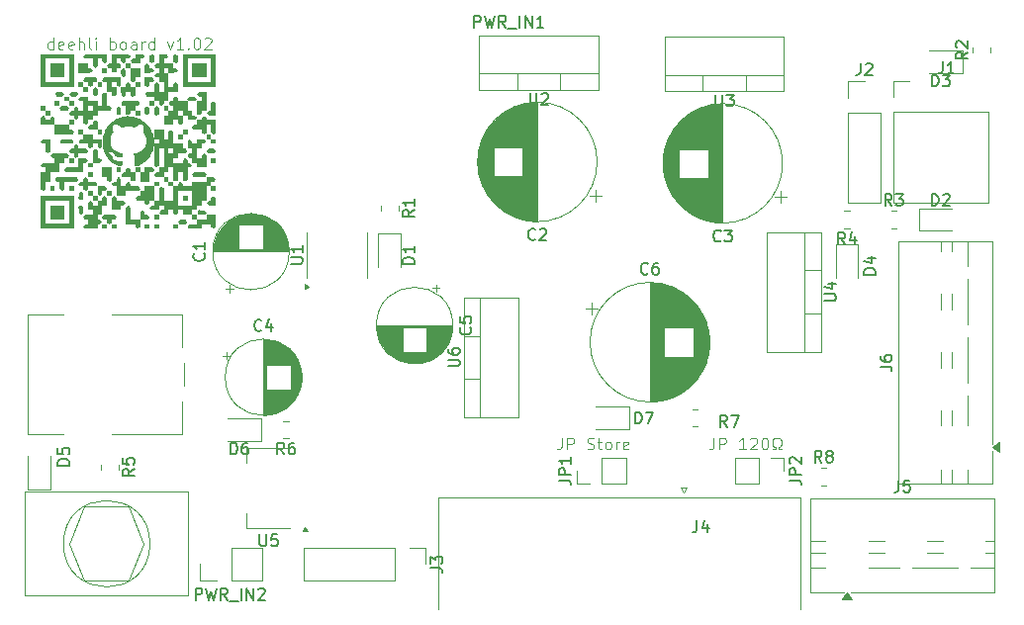
<source format=gbr>
%TF.GenerationSoftware,KiCad,Pcbnew,9.0.2*%
%TF.CreationDate,2025-06-26T14:56:16+08:00*%
%TF.ProjectId,deehli_board,64656568-6c69-45f6-926f-6172642e6b69,rev?*%
%TF.SameCoordinates,Original*%
%TF.FileFunction,Legend,Top*%
%TF.FilePolarity,Positive*%
%FSLAX46Y46*%
G04 Gerber Fmt 4.6, Leading zero omitted, Abs format (unit mm)*
G04 Created by KiCad (PCBNEW 9.0.2) date 2025-06-26 14:56:16*
%MOMM*%
%LPD*%
G01*
G04 APERTURE LIST*
%ADD10C,0.100000*%
%ADD11C,0.150000*%
%ADD12C,0.120000*%
%ADD13C,0.000000*%
G04 APERTURE END LIST*
D10*
X74589598Y-73073441D02*
X74589598Y-73787726D01*
X74589598Y-73787726D02*
X74541979Y-73930583D01*
X74541979Y-73930583D02*
X74446741Y-74025822D01*
X74446741Y-74025822D02*
X74303884Y-74073441D01*
X74303884Y-74073441D02*
X74208646Y-74073441D01*
X75065789Y-74073441D02*
X75065789Y-73073441D01*
X75065789Y-73073441D02*
X75446741Y-73073441D01*
X75446741Y-73073441D02*
X75541979Y-73121060D01*
X75541979Y-73121060D02*
X75589598Y-73168679D01*
X75589598Y-73168679D02*
X75637217Y-73263917D01*
X75637217Y-73263917D02*
X75637217Y-73406774D01*
X75637217Y-73406774D02*
X75589598Y-73502012D01*
X75589598Y-73502012D02*
X75541979Y-73549631D01*
X75541979Y-73549631D02*
X75446741Y-73597250D01*
X75446741Y-73597250D02*
X75065789Y-73597250D01*
X76780075Y-74025822D02*
X76922932Y-74073441D01*
X76922932Y-74073441D02*
X77161027Y-74073441D01*
X77161027Y-74073441D02*
X77256265Y-74025822D01*
X77256265Y-74025822D02*
X77303884Y-73978202D01*
X77303884Y-73978202D02*
X77351503Y-73882964D01*
X77351503Y-73882964D02*
X77351503Y-73787726D01*
X77351503Y-73787726D02*
X77303884Y-73692488D01*
X77303884Y-73692488D02*
X77256265Y-73644869D01*
X77256265Y-73644869D02*
X77161027Y-73597250D01*
X77161027Y-73597250D02*
X76970551Y-73549631D01*
X76970551Y-73549631D02*
X76875313Y-73502012D01*
X76875313Y-73502012D02*
X76827694Y-73454393D01*
X76827694Y-73454393D02*
X76780075Y-73359155D01*
X76780075Y-73359155D02*
X76780075Y-73263917D01*
X76780075Y-73263917D02*
X76827694Y-73168679D01*
X76827694Y-73168679D02*
X76875313Y-73121060D01*
X76875313Y-73121060D02*
X76970551Y-73073441D01*
X76970551Y-73073441D02*
X77208646Y-73073441D01*
X77208646Y-73073441D02*
X77351503Y-73121060D01*
X77637218Y-73406774D02*
X78018170Y-73406774D01*
X77780075Y-73073441D02*
X77780075Y-73930583D01*
X77780075Y-73930583D02*
X77827694Y-74025822D01*
X77827694Y-74025822D02*
X77922932Y-74073441D01*
X77922932Y-74073441D02*
X78018170Y-74073441D01*
X78494361Y-74073441D02*
X78399123Y-74025822D01*
X78399123Y-74025822D02*
X78351504Y-73978202D01*
X78351504Y-73978202D02*
X78303885Y-73882964D01*
X78303885Y-73882964D02*
X78303885Y-73597250D01*
X78303885Y-73597250D02*
X78351504Y-73502012D01*
X78351504Y-73502012D02*
X78399123Y-73454393D01*
X78399123Y-73454393D02*
X78494361Y-73406774D01*
X78494361Y-73406774D02*
X78637218Y-73406774D01*
X78637218Y-73406774D02*
X78732456Y-73454393D01*
X78732456Y-73454393D02*
X78780075Y-73502012D01*
X78780075Y-73502012D02*
X78827694Y-73597250D01*
X78827694Y-73597250D02*
X78827694Y-73882964D01*
X78827694Y-73882964D02*
X78780075Y-73978202D01*
X78780075Y-73978202D02*
X78732456Y-74025822D01*
X78732456Y-74025822D02*
X78637218Y-74073441D01*
X78637218Y-74073441D02*
X78494361Y-74073441D01*
X79256266Y-74073441D02*
X79256266Y-73406774D01*
X79256266Y-73597250D02*
X79303885Y-73502012D01*
X79303885Y-73502012D02*
X79351504Y-73454393D01*
X79351504Y-73454393D02*
X79446742Y-73406774D01*
X79446742Y-73406774D02*
X79541980Y-73406774D01*
X80256266Y-74025822D02*
X80161028Y-74073441D01*
X80161028Y-74073441D02*
X79970552Y-74073441D01*
X79970552Y-74073441D02*
X79875314Y-74025822D01*
X79875314Y-74025822D02*
X79827695Y-73930583D01*
X79827695Y-73930583D02*
X79827695Y-73549631D01*
X79827695Y-73549631D02*
X79875314Y-73454393D01*
X79875314Y-73454393D02*
X79970552Y-73406774D01*
X79970552Y-73406774D02*
X80161028Y-73406774D01*
X80161028Y-73406774D02*
X80256266Y-73454393D01*
X80256266Y-73454393D02*
X80303885Y-73549631D01*
X80303885Y-73549631D02*
X80303885Y-73644869D01*
X80303885Y-73644869D02*
X79827695Y-73740107D01*
X31073860Y-39822288D02*
X31073860Y-38822288D01*
X31073860Y-39774669D02*
X30978622Y-39822288D01*
X30978622Y-39822288D02*
X30788146Y-39822288D01*
X30788146Y-39822288D02*
X30692908Y-39774669D01*
X30692908Y-39774669D02*
X30645289Y-39727049D01*
X30645289Y-39727049D02*
X30597670Y-39631811D01*
X30597670Y-39631811D02*
X30597670Y-39346097D01*
X30597670Y-39346097D02*
X30645289Y-39250859D01*
X30645289Y-39250859D02*
X30692908Y-39203240D01*
X30692908Y-39203240D02*
X30788146Y-39155621D01*
X30788146Y-39155621D02*
X30978622Y-39155621D01*
X30978622Y-39155621D02*
X31073860Y-39203240D01*
X31931003Y-39774669D02*
X31835765Y-39822288D01*
X31835765Y-39822288D02*
X31645289Y-39822288D01*
X31645289Y-39822288D02*
X31550051Y-39774669D01*
X31550051Y-39774669D02*
X31502432Y-39679430D01*
X31502432Y-39679430D02*
X31502432Y-39298478D01*
X31502432Y-39298478D02*
X31550051Y-39203240D01*
X31550051Y-39203240D02*
X31645289Y-39155621D01*
X31645289Y-39155621D02*
X31835765Y-39155621D01*
X31835765Y-39155621D02*
X31931003Y-39203240D01*
X31931003Y-39203240D02*
X31978622Y-39298478D01*
X31978622Y-39298478D02*
X31978622Y-39393716D01*
X31978622Y-39393716D02*
X31502432Y-39488954D01*
X32788146Y-39774669D02*
X32692908Y-39822288D01*
X32692908Y-39822288D02*
X32502432Y-39822288D01*
X32502432Y-39822288D02*
X32407194Y-39774669D01*
X32407194Y-39774669D02*
X32359575Y-39679430D01*
X32359575Y-39679430D02*
X32359575Y-39298478D01*
X32359575Y-39298478D02*
X32407194Y-39203240D01*
X32407194Y-39203240D02*
X32502432Y-39155621D01*
X32502432Y-39155621D02*
X32692908Y-39155621D01*
X32692908Y-39155621D02*
X32788146Y-39203240D01*
X32788146Y-39203240D02*
X32835765Y-39298478D01*
X32835765Y-39298478D02*
X32835765Y-39393716D01*
X32835765Y-39393716D02*
X32359575Y-39488954D01*
X33264337Y-39822288D02*
X33264337Y-38822288D01*
X33692908Y-39822288D02*
X33692908Y-39298478D01*
X33692908Y-39298478D02*
X33645289Y-39203240D01*
X33645289Y-39203240D02*
X33550051Y-39155621D01*
X33550051Y-39155621D02*
X33407194Y-39155621D01*
X33407194Y-39155621D02*
X33311956Y-39203240D01*
X33311956Y-39203240D02*
X33264337Y-39250859D01*
X34311956Y-39822288D02*
X34216718Y-39774669D01*
X34216718Y-39774669D02*
X34169099Y-39679430D01*
X34169099Y-39679430D02*
X34169099Y-38822288D01*
X34692909Y-39822288D02*
X34692909Y-39155621D01*
X34692909Y-38822288D02*
X34645290Y-38869907D01*
X34645290Y-38869907D02*
X34692909Y-38917526D01*
X34692909Y-38917526D02*
X34740528Y-38869907D01*
X34740528Y-38869907D02*
X34692909Y-38822288D01*
X34692909Y-38822288D02*
X34692909Y-38917526D01*
X35931004Y-39822288D02*
X35931004Y-38822288D01*
X35931004Y-39203240D02*
X36026242Y-39155621D01*
X36026242Y-39155621D02*
X36216718Y-39155621D01*
X36216718Y-39155621D02*
X36311956Y-39203240D01*
X36311956Y-39203240D02*
X36359575Y-39250859D01*
X36359575Y-39250859D02*
X36407194Y-39346097D01*
X36407194Y-39346097D02*
X36407194Y-39631811D01*
X36407194Y-39631811D02*
X36359575Y-39727049D01*
X36359575Y-39727049D02*
X36311956Y-39774669D01*
X36311956Y-39774669D02*
X36216718Y-39822288D01*
X36216718Y-39822288D02*
X36026242Y-39822288D01*
X36026242Y-39822288D02*
X35931004Y-39774669D01*
X36978623Y-39822288D02*
X36883385Y-39774669D01*
X36883385Y-39774669D02*
X36835766Y-39727049D01*
X36835766Y-39727049D02*
X36788147Y-39631811D01*
X36788147Y-39631811D02*
X36788147Y-39346097D01*
X36788147Y-39346097D02*
X36835766Y-39250859D01*
X36835766Y-39250859D02*
X36883385Y-39203240D01*
X36883385Y-39203240D02*
X36978623Y-39155621D01*
X36978623Y-39155621D02*
X37121480Y-39155621D01*
X37121480Y-39155621D02*
X37216718Y-39203240D01*
X37216718Y-39203240D02*
X37264337Y-39250859D01*
X37264337Y-39250859D02*
X37311956Y-39346097D01*
X37311956Y-39346097D02*
X37311956Y-39631811D01*
X37311956Y-39631811D02*
X37264337Y-39727049D01*
X37264337Y-39727049D02*
X37216718Y-39774669D01*
X37216718Y-39774669D02*
X37121480Y-39822288D01*
X37121480Y-39822288D02*
X36978623Y-39822288D01*
X38169099Y-39822288D02*
X38169099Y-39298478D01*
X38169099Y-39298478D02*
X38121480Y-39203240D01*
X38121480Y-39203240D02*
X38026242Y-39155621D01*
X38026242Y-39155621D02*
X37835766Y-39155621D01*
X37835766Y-39155621D02*
X37740528Y-39203240D01*
X38169099Y-39774669D02*
X38073861Y-39822288D01*
X38073861Y-39822288D02*
X37835766Y-39822288D01*
X37835766Y-39822288D02*
X37740528Y-39774669D01*
X37740528Y-39774669D02*
X37692909Y-39679430D01*
X37692909Y-39679430D02*
X37692909Y-39584192D01*
X37692909Y-39584192D02*
X37740528Y-39488954D01*
X37740528Y-39488954D02*
X37835766Y-39441335D01*
X37835766Y-39441335D02*
X38073861Y-39441335D01*
X38073861Y-39441335D02*
X38169099Y-39393716D01*
X38645290Y-39822288D02*
X38645290Y-39155621D01*
X38645290Y-39346097D02*
X38692909Y-39250859D01*
X38692909Y-39250859D02*
X38740528Y-39203240D01*
X38740528Y-39203240D02*
X38835766Y-39155621D01*
X38835766Y-39155621D02*
X38931004Y-39155621D01*
X39692909Y-39822288D02*
X39692909Y-38822288D01*
X39692909Y-39774669D02*
X39597671Y-39822288D01*
X39597671Y-39822288D02*
X39407195Y-39822288D01*
X39407195Y-39822288D02*
X39311957Y-39774669D01*
X39311957Y-39774669D02*
X39264338Y-39727049D01*
X39264338Y-39727049D02*
X39216719Y-39631811D01*
X39216719Y-39631811D02*
X39216719Y-39346097D01*
X39216719Y-39346097D02*
X39264338Y-39250859D01*
X39264338Y-39250859D02*
X39311957Y-39203240D01*
X39311957Y-39203240D02*
X39407195Y-39155621D01*
X39407195Y-39155621D02*
X39597671Y-39155621D01*
X39597671Y-39155621D02*
X39692909Y-39203240D01*
X40835767Y-39155621D02*
X41073862Y-39822288D01*
X41073862Y-39822288D02*
X41311957Y-39155621D01*
X42216719Y-39822288D02*
X41645291Y-39822288D01*
X41931005Y-39822288D02*
X41931005Y-38822288D01*
X41931005Y-38822288D02*
X41835767Y-38965145D01*
X41835767Y-38965145D02*
X41740529Y-39060383D01*
X41740529Y-39060383D02*
X41645291Y-39108002D01*
X42645291Y-39727049D02*
X42692910Y-39774669D01*
X42692910Y-39774669D02*
X42645291Y-39822288D01*
X42645291Y-39822288D02*
X42597672Y-39774669D01*
X42597672Y-39774669D02*
X42645291Y-39727049D01*
X42645291Y-39727049D02*
X42645291Y-39822288D01*
X43311957Y-38822288D02*
X43407195Y-38822288D01*
X43407195Y-38822288D02*
X43502433Y-38869907D01*
X43502433Y-38869907D02*
X43550052Y-38917526D01*
X43550052Y-38917526D02*
X43597671Y-39012764D01*
X43597671Y-39012764D02*
X43645290Y-39203240D01*
X43645290Y-39203240D02*
X43645290Y-39441335D01*
X43645290Y-39441335D02*
X43597671Y-39631811D01*
X43597671Y-39631811D02*
X43550052Y-39727049D01*
X43550052Y-39727049D02*
X43502433Y-39774669D01*
X43502433Y-39774669D02*
X43407195Y-39822288D01*
X43407195Y-39822288D02*
X43311957Y-39822288D01*
X43311957Y-39822288D02*
X43216719Y-39774669D01*
X43216719Y-39774669D02*
X43169100Y-39727049D01*
X43169100Y-39727049D02*
X43121481Y-39631811D01*
X43121481Y-39631811D02*
X43073862Y-39441335D01*
X43073862Y-39441335D02*
X43073862Y-39203240D01*
X43073862Y-39203240D02*
X43121481Y-39012764D01*
X43121481Y-39012764D02*
X43169100Y-38917526D01*
X43169100Y-38917526D02*
X43216719Y-38869907D01*
X43216719Y-38869907D02*
X43311957Y-38822288D01*
X44026243Y-38917526D02*
X44073862Y-38869907D01*
X44073862Y-38869907D02*
X44169100Y-38822288D01*
X44169100Y-38822288D02*
X44407195Y-38822288D01*
X44407195Y-38822288D02*
X44502433Y-38869907D01*
X44502433Y-38869907D02*
X44550052Y-38917526D01*
X44550052Y-38917526D02*
X44597671Y-39012764D01*
X44597671Y-39012764D02*
X44597671Y-39108002D01*
X44597671Y-39108002D02*
X44550052Y-39250859D01*
X44550052Y-39250859D02*
X43978624Y-39822288D01*
X43978624Y-39822288D02*
X44597671Y-39822288D01*
X87589598Y-73073441D02*
X87589598Y-73787726D01*
X87589598Y-73787726D02*
X87541979Y-73930583D01*
X87541979Y-73930583D02*
X87446741Y-74025822D01*
X87446741Y-74025822D02*
X87303884Y-74073441D01*
X87303884Y-74073441D02*
X87208646Y-74073441D01*
X88065789Y-74073441D02*
X88065789Y-73073441D01*
X88065789Y-73073441D02*
X88446741Y-73073441D01*
X88446741Y-73073441D02*
X88541979Y-73121060D01*
X88541979Y-73121060D02*
X88589598Y-73168679D01*
X88589598Y-73168679D02*
X88637217Y-73263917D01*
X88637217Y-73263917D02*
X88637217Y-73406774D01*
X88637217Y-73406774D02*
X88589598Y-73502012D01*
X88589598Y-73502012D02*
X88541979Y-73549631D01*
X88541979Y-73549631D02*
X88446741Y-73597250D01*
X88446741Y-73597250D02*
X88065789Y-73597250D01*
X90351503Y-74073441D02*
X89780075Y-74073441D01*
X90065789Y-74073441D02*
X90065789Y-73073441D01*
X90065789Y-73073441D02*
X89970551Y-73216298D01*
X89970551Y-73216298D02*
X89875313Y-73311536D01*
X89875313Y-73311536D02*
X89780075Y-73359155D01*
X90732456Y-73168679D02*
X90780075Y-73121060D01*
X90780075Y-73121060D02*
X90875313Y-73073441D01*
X90875313Y-73073441D02*
X91113408Y-73073441D01*
X91113408Y-73073441D02*
X91208646Y-73121060D01*
X91208646Y-73121060D02*
X91256265Y-73168679D01*
X91256265Y-73168679D02*
X91303884Y-73263917D01*
X91303884Y-73263917D02*
X91303884Y-73359155D01*
X91303884Y-73359155D02*
X91256265Y-73502012D01*
X91256265Y-73502012D02*
X90684837Y-74073441D01*
X90684837Y-74073441D02*
X91303884Y-74073441D01*
X91922932Y-73073441D02*
X92018170Y-73073441D01*
X92018170Y-73073441D02*
X92113408Y-73121060D01*
X92113408Y-73121060D02*
X92161027Y-73168679D01*
X92161027Y-73168679D02*
X92208646Y-73263917D01*
X92208646Y-73263917D02*
X92256265Y-73454393D01*
X92256265Y-73454393D02*
X92256265Y-73692488D01*
X92256265Y-73692488D02*
X92208646Y-73882964D01*
X92208646Y-73882964D02*
X92161027Y-73978202D01*
X92161027Y-73978202D02*
X92113408Y-74025822D01*
X92113408Y-74025822D02*
X92018170Y-74073441D01*
X92018170Y-74073441D02*
X91922932Y-74073441D01*
X91922932Y-74073441D02*
X91827694Y-74025822D01*
X91827694Y-74025822D02*
X91780075Y-73978202D01*
X91780075Y-73978202D02*
X91732456Y-73882964D01*
X91732456Y-73882964D02*
X91684837Y-73692488D01*
X91684837Y-73692488D02*
X91684837Y-73454393D01*
X91684837Y-73454393D02*
X91732456Y-73263917D01*
X91732456Y-73263917D02*
X91780075Y-73168679D01*
X91780075Y-73168679D02*
X91827694Y-73121060D01*
X91827694Y-73121060D02*
X91922932Y-73073441D01*
X92637218Y-74073441D02*
X92875313Y-74073441D01*
X92875313Y-74073441D02*
X92875313Y-73882964D01*
X92875313Y-73882964D02*
X92780075Y-73835345D01*
X92780075Y-73835345D02*
X92684837Y-73740107D01*
X92684837Y-73740107D02*
X92637218Y-73597250D01*
X92637218Y-73597250D02*
X92637218Y-73359155D01*
X92637218Y-73359155D02*
X92684837Y-73216298D01*
X92684837Y-73216298D02*
X92780075Y-73121060D01*
X92780075Y-73121060D02*
X92922932Y-73073441D01*
X92922932Y-73073441D02*
X93113408Y-73073441D01*
X93113408Y-73073441D02*
X93256265Y-73121060D01*
X93256265Y-73121060D02*
X93351503Y-73216298D01*
X93351503Y-73216298D02*
X93399122Y-73359155D01*
X93399122Y-73359155D02*
X93399122Y-73597250D01*
X93399122Y-73597250D02*
X93351503Y-73740107D01*
X93351503Y-73740107D02*
X93256265Y-73835345D01*
X93256265Y-73835345D02*
X93161027Y-73882964D01*
X93161027Y-73882964D02*
X93161027Y-74073441D01*
X93161027Y-74073441D02*
X93399122Y-74073441D01*
D11*
X80862924Y-71861201D02*
X80862924Y-70861201D01*
X80862924Y-70861201D02*
X81101019Y-70861201D01*
X81101019Y-70861201D02*
X81243876Y-70908820D01*
X81243876Y-70908820D02*
X81339114Y-71004058D01*
X81339114Y-71004058D02*
X81386733Y-71099296D01*
X81386733Y-71099296D02*
X81434352Y-71289772D01*
X81434352Y-71289772D02*
X81434352Y-71432629D01*
X81434352Y-71432629D02*
X81386733Y-71623105D01*
X81386733Y-71623105D02*
X81339114Y-71718343D01*
X81339114Y-71718343D02*
X81243876Y-71813582D01*
X81243876Y-71813582D02*
X81101019Y-71861201D01*
X81101019Y-71861201D02*
X80862924Y-71861201D01*
X81767686Y-70861201D02*
X82434352Y-70861201D01*
X82434352Y-70861201D02*
X82005781Y-71861201D01*
X101834819Y-66974355D02*
X102549104Y-66974355D01*
X102549104Y-66974355D02*
X102691961Y-67021974D01*
X102691961Y-67021974D02*
X102787200Y-67117212D01*
X102787200Y-67117212D02*
X102834819Y-67260069D01*
X102834819Y-67260069D02*
X102834819Y-67355307D01*
X101834819Y-66069593D02*
X101834819Y-66260069D01*
X101834819Y-66260069D02*
X101882438Y-66355307D01*
X101882438Y-66355307D02*
X101930057Y-66402926D01*
X101930057Y-66402926D02*
X102072914Y-66498164D01*
X102072914Y-66498164D02*
X102263390Y-66545783D01*
X102263390Y-66545783D02*
X102644342Y-66545783D01*
X102644342Y-66545783D02*
X102739580Y-66498164D01*
X102739580Y-66498164D02*
X102787200Y-66450545D01*
X102787200Y-66450545D02*
X102834819Y-66355307D01*
X102834819Y-66355307D02*
X102834819Y-66164831D01*
X102834819Y-66164831D02*
X102787200Y-66069593D01*
X102787200Y-66069593D02*
X102739580Y-66021974D01*
X102739580Y-66021974D02*
X102644342Y-65974355D01*
X102644342Y-65974355D02*
X102406247Y-65974355D01*
X102406247Y-65974355D02*
X102311009Y-66021974D01*
X102311009Y-66021974D02*
X102263390Y-66069593D01*
X102263390Y-66069593D02*
X102215771Y-66164831D01*
X102215771Y-66164831D02*
X102215771Y-66355307D01*
X102215771Y-66355307D02*
X102263390Y-66450545D01*
X102263390Y-66450545D02*
X102311009Y-66498164D01*
X102311009Y-66498164D02*
X102406247Y-66545783D01*
X43260955Y-86947158D02*
X43260955Y-85947158D01*
X43260955Y-85947158D02*
X43641907Y-85947158D01*
X43641907Y-85947158D02*
X43737145Y-85994777D01*
X43737145Y-85994777D02*
X43784764Y-86042396D01*
X43784764Y-86042396D02*
X43832383Y-86137634D01*
X43832383Y-86137634D02*
X43832383Y-86280491D01*
X43832383Y-86280491D02*
X43784764Y-86375729D01*
X43784764Y-86375729D02*
X43737145Y-86423348D01*
X43737145Y-86423348D02*
X43641907Y-86470967D01*
X43641907Y-86470967D02*
X43260955Y-86470967D01*
X44165717Y-85947158D02*
X44403812Y-86947158D01*
X44403812Y-86947158D02*
X44594288Y-86232872D01*
X44594288Y-86232872D02*
X44784764Y-86947158D01*
X44784764Y-86947158D02*
X45022860Y-85947158D01*
X45975240Y-86947158D02*
X45641907Y-86470967D01*
X45403812Y-86947158D02*
X45403812Y-85947158D01*
X45403812Y-85947158D02*
X45784764Y-85947158D01*
X45784764Y-85947158D02*
X45880002Y-85994777D01*
X45880002Y-85994777D02*
X45927621Y-86042396D01*
X45927621Y-86042396D02*
X45975240Y-86137634D01*
X45975240Y-86137634D02*
X45975240Y-86280491D01*
X45975240Y-86280491D02*
X45927621Y-86375729D01*
X45927621Y-86375729D02*
X45880002Y-86423348D01*
X45880002Y-86423348D02*
X45784764Y-86470967D01*
X45784764Y-86470967D02*
X45403812Y-86470967D01*
X46165717Y-87042396D02*
X46927621Y-87042396D01*
X47165717Y-86947158D02*
X47165717Y-85947158D01*
X47641907Y-86947158D02*
X47641907Y-85947158D01*
X47641907Y-85947158D02*
X48213335Y-86947158D01*
X48213335Y-86947158D02*
X48213335Y-85947158D01*
X48641907Y-86042396D02*
X48689526Y-85994777D01*
X48689526Y-85994777D02*
X48784764Y-85947158D01*
X48784764Y-85947158D02*
X49022859Y-85947158D01*
X49022859Y-85947158D02*
X49118097Y-85994777D01*
X49118097Y-85994777D02*
X49165716Y-86042396D01*
X49165716Y-86042396D02*
X49213335Y-86137634D01*
X49213335Y-86137634D02*
X49213335Y-86232872D01*
X49213335Y-86232872D02*
X49165716Y-86375729D01*
X49165716Y-86375729D02*
X48594288Y-86947158D01*
X48594288Y-86947158D02*
X49213335Y-86947158D01*
X81965656Y-59000602D02*
X81918037Y-59048222D01*
X81918037Y-59048222D02*
X81775180Y-59095841D01*
X81775180Y-59095841D02*
X81679942Y-59095841D01*
X81679942Y-59095841D02*
X81537085Y-59048222D01*
X81537085Y-59048222D02*
X81441847Y-58952983D01*
X81441847Y-58952983D02*
X81394228Y-58857745D01*
X81394228Y-58857745D02*
X81346609Y-58667269D01*
X81346609Y-58667269D02*
X81346609Y-58524412D01*
X81346609Y-58524412D02*
X81394228Y-58333936D01*
X81394228Y-58333936D02*
X81441847Y-58238698D01*
X81441847Y-58238698D02*
X81537085Y-58143460D01*
X81537085Y-58143460D02*
X81679942Y-58095841D01*
X81679942Y-58095841D02*
X81775180Y-58095841D01*
X81775180Y-58095841D02*
X81918037Y-58143460D01*
X81918037Y-58143460D02*
X81965656Y-58191079D01*
X82822799Y-58095841D02*
X82632323Y-58095841D01*
X82632323Y-58095841D02*
X82537085Y-58143460D01*
X82537085Y-58143460D02*
X82489466Y-58191079D01*
X82489466Y-58191079D02*
X82394228Y-58333936D01*
X82394228Y-58333936D02*
X82346609Y-58524412D01*
X82346609Y-58524412D02*
X82346609Y-58905364D01*
X82346609Y-58905364D02*
X82394228Y-59000602D01*
X82394228Y-59000602D02*
X82441847Y-59048222D01*
X82441847Y-59048222D02*
X82537085Y-59095841D01*
X82537085Y-59095841D02*
X82727561Y-59095841D01*
X82727561Y-59095841D02*
X82822799Y-59048222D01*
X82822799Y-59048222D02*
X82870418Y-59000602D01*
X82870418Y-59000602D02*
X82918037Y-58905364D01*
X82918037Y-58905364D02*
X82918037Y-58667269D01*
X82918037Y-58667269D02*
X82870418Y-58572031D01*
X82870418Y-58572031D02*
X82822799Y-58524412D01*
X82822799Y-58524412D02*
X82727561Y-58476793D01*
X82727561Y-58476793D02*
X82537085Y-58476793D01*
X82537085Y-58476793D02*
X82441847Y-58524412D01*
X82441847Y-58524412D02*
X82394228Y-58572031D01*
X82394228Y-58572031D02*
X82346609Y-58667269D01*
X103416666Y-76725841D02*
X103416666Y-77440126D01*
X103416666Y-77440126D02*
X103369047Y-77582983D01*
X103369047Y-77582983D02*
X103273809Y-77678222D01*
X103273809Y-77678222D02*
X103130952Y-77725841D01*
X103130952Y-77725841D02*
X103035714Y-77725841D01*
X104369047Y-76725841D02*
X103892857Y-76725841D01*
X103892857Y-76725841D02*
X103845238Y-77202031D01*
X103845238Y-77202031D02*
X103892857Y-77154412D01*
X103892857Y-77154412D02*
X103988095Y-77106793D01*
X103988095Y-77106793D02*
X104226190Y-77106793D01*
X104226190Y-77106793D02*
X104321428Y-77154412D01*
X104321428Y-77154412D02*
X104369047Y-77202031D01*
X104369047Y-77202031D02*
X104416666Y-77297269D01*
X104416666Y-77297269D02*
X104416666Y-77535364D01*
X104416666Y-77535364D02*
X104369047Y-77630602D01*
X104369047Y-77630602D02*
X104321428Y-77678222D01*
X104321428Y-77678222D02*
X104226190Y-77725841D01*
X104226190Y-77725841D02*
X103988095Y-77725841D01*
X103988095Y-77725841D02*
X103892857Y-77678222D01*
X103892857Y-77678222D02*
X103845238Y-77630602D01*
X66759580Y-63625309D02*
X66807200Y-63672928D01*
X66807200Y-63672928D02*
X66854819Y-63815785D01*
X66854819Y-63815785D02*
X66854819Y-63911023D01*
X66854819Y-63911023D02*
X66807200Y-64053880D01*
X66807200Y-64053880D02*
X66711961Y-64149118D01*
X66711961Y-64149118D02*
X66616723Y-64196737D01*
X66616723Y-64196737D02*
X66426247Y-64244356D01*
X66426247Y-64244356D02*
X66283390Y-64244356D01*
X66283390Y-64244356D02*
X66092914Y-64196737D01*
X66092914Y-64196737D02*
X65997676Y-64149118D01*
X65997676Y-64149118D02*
X65902438Y-64053880D01*
X65902438Y-64053880D02*
X65854819Y-63911023D01*
X65854819Y-63911023D02*
X65854819Y-63815785D01*
X65854819Y-63815785D02*
X65902438Y-63672928D01*
X65902438Y-63672928D02*
X65950057Y-63625309D01*
X65854819Y-62720547D02*
X65854819Y-63196737D01*
X65854819Y-63196737D02*
X66331009Y-63244356D01*
X66331009Y-63244356D02*
X66283390Y-63196737D01*
X66283390Y-63196737D02*
X66235771Y-63101499D01*
X66235771Y-63101499D02*
X66235771Y-62863404D01*
X66235771Y-62863404D02*
X66283390Y-62768166D01*
X66283390Y-62768166D02*
X66331009Y-62720547D01*
X66331009Y-62720547D02*
X66426247Y-62672928D01*
X66426247Y-62672928D02*
X66664342Y-62672928D01*
X66664342Y-62672928D02*
X66759580Y-62720547D01*
X66759580Y-62720547D02*
X66807200Y-62768166D01*
X66807200Y-62768166D02*
X66854819Y-62863404D01*
X66854819Y-62863404D02*
X66854819Y-63101499D01*
X66854819Y-63101499D02*
X66807200Y-63196737D01*
X66807200Y-63196737D02*
X66759580Y-63244356D01*
X88201010Y-56190602D02*
X88153391Y-56238222D01*
X88153391Y-56238222D02*
X88010534Y-56285841D01*
X88010534Y-56285841D02*
X87915296Y-56285841D01*
X87915296Y-56285841D02*
X87772439Y-56238222D01*
X87772439Y-56238222D02*
X87677201Y-56142983D01*
X87677201Y-56142983D02*
X87629582Y-56047745D01*
X87629582Y-56047745D02*
X87581963Y-55857269D01*
X87581963Y-55857269D02*
X87581963Y-55714412D01*
X87581963Y-55714412D02*
X87629582Y-55523936D01*
X87629582Y-55523936D02*
X87677201Y-55428698D01*
X87677201Y-55428698D02*
X87772439Y-55333460D01*
X87772439Y-55333460D02*
X87915296Y-55285841D01*
X87915296Y-55285841D02*
X88010534Y-55285841D01*
X88010534Y-55285841D02*
X88153391Y-55333460D01*
X88153391Y-55333460D02*
X88201010Y-55381079D01*
X88534344Y-55285841D02*
X89153391Y-55285841D01*
X89153391Y-55285841D02*
X88820058Y-55666793D01*
X88820058Y-55666793D02*
X88962915Y-55666793D01*
X88962915Y-55666793D02*
X89058153Y-55714412D01*
X89058153Y-55714412D02*
X89105772Y-55762031D01*
X89105772Y-55762031D02*
X89153391Y-55857269D01*
X89153391Y-55857269D02*
X89153391Y-56095364D01*
X89153391Y-56095364D02*
X89105772Y-56190602D01*
X89105772Y-56190602D02*
X89058153Y-56238222D01*
X89058153Y-56238222D02*
X88962915Y-56285841D01*
X88962915Y-56285841D02*
X88677201Y-56285841D01*
X88677201Y-56285841D02*
X88581963Y-56238222D01*
X88581963Y-56238222D02*
X88534344Y-56190602D01*
X106261905Y-42995840D02*
X106261905Y-41995840D01*
X106261905Y-41995840D02*
X106500000Y-41995840D01*
X106500000Y-41995840D02*
X106642857Y-42043459D01*
X106642857Y-42043459D02*
X106738095Y-42138697D01*
X106738095Y-42138697D02*
X106785714Y-42233935D01*
X106785714Y-42233935D02*
X106833333Y-42424411D01*
X106833333Y-42424411D02*
X106833333Y-42567268D01*
X106833333Y-42567268D02*
X106785714Y-42757744D01*
X106785714Y-42757744D02*
X106738095Y-42852982D01*
X106738095Y-42852982D02*
X106642857Y-42948221D01*
X106642857Y-42948221D02*
X106500000Y-42995840D01*
X106500000Y-42995840D02*
X106261905Y-42995840D01*
X107166667Y-41995840D02*
X107785714Y-41995840D01*
X107785714Y-41995840D02*
X107452381Y-42376792D01*
X107452381Y-42376792D02*
X107595238Y-42376792D01*
X107595238Y-42376792D02*
X107690476Y-42424411D01*
X107690476Y-42424411D02*
X107738095Y-42472030D01*
X107738095Y-42472030D02*
X107785714Y-42567268D01*
X107785714Y-42567268D02*
X107785714Y-42805363D01*
X107785714Y-42805363D02*
X107738095Y-42900601D01*
X107738095Y-42900601D02*
X107690476Y-42948221D01*
X107690476Y-42948221D02*
X107595238Y-42995840D01*
X107595238Y-42995840D02*
X107309524Y-42995840D01*
X107309524Y-42995840D02*
X107214286Y-42948221D01*
X107214286Y-42948221D02*
X107166667Y-42900601D01*
X63374819Y-84224355D02*
X64089104Y-84224355D01*
X64089104Y-84224355D02*
X64231961Y-84271974D01*
X64231961Y-84271974D02*
X64327200Y-84367212D01*
X64327200Y-84367212D02*
X64374819Y-84510069D01*
X64374819Y-84510069D02*
X64374819Y-84605307D01*
X63374819Y-83843402D02*
X63374819Y-83224355D01*
X63374819Y-83224355D02*
X63755771Y-83557688D01*
X63755771Y-83557688D02*
X63755771Y-83414831D01*
X63755771Y-83414831D02*
X63803390Y-83319593D01*
X63803390Y-83319593D02*
X63851009Y-83271974D01*
X63851009Y-83271974D02*
X63946247Y-83224355D01*
X63946247Y-83224355D02*
X64184342Y-83224355D01*
X64184342Y-83224355D02*
X64279580Y-83271974D01*
X64279580Y-83271974D02*
X64327200Y-83319593D01*
X64327200Y-83319593D02*
X64374819Y-83414831D01*
X64374819Y-83414831D02*
X64374819Y-83700545D01*
X64374819Y-83700545D02*
X64327200Y-83795783D01*
X64327200Y-83795783D02*
X64279580Y-83843402D01*
X96833333Y-75195841D02*
X96500000Y-74719650D01*
X96261905Y-75195841D02*
X96261905Y-74195841D01*
X96261905Y-74195841D02*
X96642857Y-74195841D01*
X96642857Y-74195841D02*
X96738095Y-74243460D01*
X96738095Y-74243460D02*
X96785714Y-74291079D01*
X96785714Y-74291079D02*
X96833333Y-74386317D01*
X96833333Y-74386317D02*
X96833333Y-74529174D01*
X96833333Y-74529174D02*
X96785714Y-74624412D01*
X96785714Y-74624412D02*
X96738095Y-74672031D01*
X96738095Y-74672031D02*
X96642857Y-74719650D01*
X96642857Y-74719650D02*
X96261905Y-74719650D01*
X97404762Y-74624412D02*
X97309524Y-74576793D01*
X97309524Y-74576793D02*
X97261905Y-74529174D01*
X97261905Y-74529174D02*
X97214286Y-74433936D01*
X97214286Y-74433936D02*
X97214286Y-74386317D01*
X97214286Y-74386317D02*
X97261905Y-74291079D01*
X97261905Y-74291079D02*
X97309524Y-74243460D01*
X97309524Y-74243460D02*
X97404762Y-74195841D01*
X97404762Y-74195841D02*
X97595238Y-74195841D01*
X97595238Y-74195841D02*
X97690476Y-74243460D01*
X97690476Y-74243460D02*
X97738095Y-74291079D01*
X97738095Y-74291079D02*
X97785714Y-74386317D01*
X97785714Y-74386317D02*
X97785714Y-74433936D01*
X97785714Y-74433936D02*
X97738095Y-74529174D01*
X97738095Y-74529174D02*
X97690476Y-74576793D01*
X97690476Y-74576793D02*
X97595238Y-74624412D01*
X97595238Y-74624412D02*
X97404762Y-74624412D01*
X97404762Y-74624412D02*
X97309524Y-74672031D01*
X97309524Y-74672031D02*
X97261905Y-74719650D01*
X97261905Y-74719650D02*
X97214286Y-74814888D01*
X97214286Y-74814888D02*
X97214286Y-75005364D01*
X97214286Y-75005364D02*
X97261905Y-75100602D01*
X97261905Y-75100602D02*
X97309524Y-75148222D01*
X97309524Y-75148222D02*
X97404762Y-75195841D01*
X97404762Y-75195841D02*
X97595238Y-75195841D01*
X97595238Y-75195841D02*
X97690476Y-75148222D01*
X97690476Y-75148222D02*
X97738095Y-75100602D01*
X97738095Y-75100602D02*
X97785714Y-75005364D01*
X97785714Y-75005364D02*
X97785714Y-74814888D01*
X97785714Y-74814888D02*
X97738095Y-74719650D01*
X97738095Y-74719650D02*
X97690476Y-74672031D01*
X97690476Y-74672031D02*
X97595238Y-74624412D01*
X43959580Y-57307688D02*
X44007200Y-57355307D01*
X44007200Y-57355307D02*
X44054819Y-57498164D01*
X44054819Y-57498164D02*
X44054819Y-57593402D01*
X44054819Y-57593402D02*
X44007200Y-57736259D01*
X44007200Y-57736259D02*
X43911961Y-57831497D01*
X43911961Y-57831497D02*
X43816723Y-57879116D01*
X43816723Y-57879116D02*
X43626247Y-57926735D01*
X43626247Y-57926735D02*
X43483390Y-57926735D01*
X43483390Y-57926735D02*
X43292914Y-57879116D01*
X43292914Y-57879116D02*
X43197676Y-57831497D01*
X43197676Y-57831497D02*
X43102438Y-57736259D01*
X43102438Y-57736259D02*
X43054819Y-57593402D01*
X43054819Y-57593402D02*
X43054819Y-57498164D01*
X43054819Y-57498164D02*
X43102438Y-57355307D01*
X43102438Y-57355307D02*
X43150057Y-57307688D01*
X44054819Y-56355307D02*
X44054819Y-56926735D01*
X44054819Y-56641021D02*
X43054819Y-56641021D01*
X43054819Y-56641021D02*
X43197676Y-56736259D01*
X43197676Y-56736259D02*
X43292914Y-56831497D01*
X43292914Y-56831497D02*
X43340533Y-56926735D01*
X38017120Y-75744133D02*
X37540929Y-76077466D01*
X38017120Y-76315561D02*
X37017120Y-76315561D01*
X37017120Y-76315561D02*
X37017120Y-75934609D01*
X37017120Y-75934609D02*
X37064739Y-75839371D01*
X37064739Y-75839371D02*
X37112358Y-75791752D01*
X37112358Y-75791752D02*
X37207596Y-75744133D01*
X37207596Y-75744133D02*
X37350453Y-75744133D01*
X37350453Y-75744133D02*
X37445691Y-75791752D01*
X37445691Y-75791752D02*
X37493310Y-75839371D01*
X37493310Y-75839371D02*
X37540929Y-75934609D01*
X37540929Y-75934609D02*
X37540929Y-76315561D01*
X37017120Y-74839371D02*
X37017120Y-75315561D01*
X37017120Y-75315561D02*
X37493310Y-75363180D01*
X37493310Y-75363180D02*
X37445691Y-75315561D01*
X37445691Y-75315561D02*
X37398072Y-75220323D01*
X37398072Y-75220323D02*
X37398072Y-74982228D01*
X37398072Y-74982228D02*
X37445691Y-74886990D01*
X37445691Y-74886990D02*
X37493310Y-74839371D01*
X37493310Y-74839371D02*
X37588548Y-74791752D01*
X37588548Y-74791752D02*
X37826643Y-74791752D01*
X37826643Y-74791752D02*
X37921881Y-74839371D01*
X37921881Y-74839371D02*
X37969501Y-74886990D01*
X37969501Y-74886990D02*
X38017120Y-74982228D01*
X38017120Y-74982228D02*
X38017120Y-75220323D01*
X38017120Y-75220323D02*
X37969501Y-75315561D01*
X37969501Y-75315561D02*
X37921881Y-75363180D01*
X48738095Y-81345841D02*
X48738095Y-82155364D01*
X48738095Y-82155364D02*
X48785714Y-82250602D01*
X48785714Y-82250602D02*
X48833333Y-82298222D01*
X48833333Y-82298222D02*
X48928571Y-82345841D01*
X48928571Y-82345841D02*
X49119047Y-82345841D01*
X49119047Y-82345841D02*
X49214285Y-82298222D01*
X49214285Y-82298222D02*
X49261904Y-82250602D01*
X49261904Y-82250602D02*
X49309523Y-82155364D01*
X49309523Y-82155364D02*
X49309523Y-81345841D01*
X50261904Y-81345841D02*
X49785714Y-81345841D01*
X49785714Y-81345841D02*
X49738095Y-81822031D01*
X49738095Y-81822031D02*
X49785714Y-81774412D01*
X49785714Y-81774412D02*
X49880952Y-81726793D01*
X49880952Y-81726793D02*
X50119047Y-81726793D01*
X50119047Y-81726793D02*
X50214285Y-81774412D01*
X50214285Y-81774412D02*
X50261904Y-81822031D01*
X50261904Y-81822031D02*
X50309523Y-81917269D01*
X50309523Y-81917269D02*
X50309523Y-82155364D01*
X50309523Y-82155364D02*
X50261904Y-82250602D01*
X50261904Y-82250602D02*
X50214285Y-82298222D01*
X50214285Y-82298222D02*
X50119047Y-82345841D01*
X50119047Y-82345841D02*
X49880952Y-82345841D01*
X49880952Y-82345841D02*
X49785714Y-82298222D01*
X49785714Y-82298222D02*
X49738095Y-82250602D01*
X32454819Y-75439116D02*
X31454819Y-75439116D01*
X31454819Y-75439116D02*
X31454819Y-75201021D01*
X31454819Y-75201021D02*
X31502438Y-75058164D01*
X31502438Y-75058164D02*
X31597676Y-74962926D01*
X31597676Y-74962926D02*
X31692914Y-74915307D01*
X31692914Y-74915307D02*
X31883390Y-74867688D01*
X31883390Y-74867688D02*
X32026247Y-74867688D01*
X32026247Y-74867688D02*
X32216723Y-74915307D01*
X32216723Y-74915307D02*
X32311961Y-74962926D01*
X32311961Y-74962926D02*
X32407200Y-75058164D01*
X32407200Y-75058164D02*
X32454819Y-75201021D01*
X32454819Y-75201021D02*
X32454819Y-75439116D01*
X31454819Y-73962926D02*
X31454819Y-74439116D01*
X31454819Y-74439116D02*
X31931009Y-74486735D01*
X31931009Y-74486735D02*
X31883390Y-74439116D01*
X31883390Y-74439116D02*
X31835771Y-74343878D01*
X31835771Y-74343878D02*
X31835771Y-74105783D01*
X31835771Y-74105783D02*
X31883390Y-74010545D01*
X31883390Y-74010545D02*
X31931009Y-73962926D01*
X31931009Y-73962926D02*
X32026247Y-73915307D01*
X32026247Y-73915307D02*
X32264342Y-73915307D01*
X32264342Y-73915307D02*
X32359580Y-73962926D01*
X32359580Y-73962926D02*
X32407200Y-74010545D01*
X32407200Y-74010545D02*
X32454819Y-74105783D01*
X32454819Y-74105783D02*
X32454819Y-74343878D01*
X32454819Y-74343878D02*
X32407200Y-74439116D01*
X32407200Y-74439116D02*
X32359580Y-74486735D01*
X74344819Y-76724355D02*
X75059104Y-76724355D01*
X75059104Y-76724355D02*
X75201961Y-76771974D01*
X75201961Y-76771974D02*
X75297200Y-76867212D01*
X75297200Y-76867212D02*
X75344819Y-77010069D01*
X75344819Y-77010069D02*
X75344819Y-77105307D01*
X75344819Y-76248164D02*
X74344819Y-76248164D01*
X74344819Y-76248164D02*
X74344819Y-75867212D01*
X74344819Y-75867212D02*
X74392438Y-75771974D01*
X74392438Y-75771974D02*
X74440057Y-75724355D01*
X74440057Y-75724355D02*
X74535295Y-75676736D01*
X74535295Y-75676736D02*
X74678152Y-75676736D01*
X74678152Y-75676736D02*
X74773390Y-75724355D01*
X74773390Y-75724355D02*
X74821009Y-75771974D01*
X74821009Y-75771974D02*
X74868628Y-75867212D01*
X74868628Y-75867212D02*
X74868628Y-76248164D01*
X75344819Y-74724355D02*
X75344819Y-75295783D01*
X75344819Y-75010069D02*
X74344819Y-75010069D01*
X74344819Y-75010069D02*
X74487676Y-75105307D01*
X74487676Y-75105307D02*
X74582914Y-75200545D01*
X74582914Y-75200545D02*
X74630533Y-75295783D01*
X86166666Y-80155841D02*
X86166666Y-80870126D01*
X86166666Y-80870126D02*
X86119047Y-81012983D01*
X86119047Y-81012983D02*
X86023809Y-81108222D01*
X86023809Y-81108222D02*
X85880952Y-81155841D01*
X85880952Y-81155841D02*
X85785714Y-81155841D01*
X87071428Y-80489174D02*
X87071428Y-81155841D01*
X86833333Y-80108222D02*
X86595238Y-80822507D01*
X86595238Y-80822507D02*
X87214285Y-80822507D01*
X100166666Y-41026216D02*
X100166666Y-41740501D01*
X100166666Y-41740501D02*
X100119047Y-41883358D01*
X100119047Y-41883358D02*
X100023809Y-41978597D01*
X100023809Y-41978597D02*
X99880952Y-42026216D01*
X99880952Y-42026216D02*
X99785714Y-42026216D01*
X100595238Y-41121454D02*
X100642857Y-41073835D01*
X100642857Y-41073835D02*
X100738095Y-41026216D01*
X100738095Y-41026216D02*
X100976190Y-41026216D01*
X100976190Y-41026216D02*
X101071428Y-41073835D01*
X101071428Y-41073835D02*
X101119047Y-41121454D01*
X101119047Y-41121454D02*
X101166666Y-41216692D01*
X101166666Y-41216692D02*
X101166666Y-41311930D01*
X101166666Y-41311930D02*
X101119047Y-41454787D01*
X101119047Y-41454787D02*
X100547619Y-42026216D01*
X100547619Y-42026216D02*
X101166666Y-42026216D01*
X87738095Y-43685841D02*
X87738095Y-44495364D01*
X87738095Y-44495364D02*
X87785714Y-44590602D01*
X87785714Y-44590602D02*
X87833333Y-44638222D01*
X87833333Y-44638222D02*
X87928571Y-44685841D01*
X87928571Y-44685841D02*
X88119047Y-44685841D01*
X88119047Y-44685841D02*
X88214285Y-44638222D01*
X88214285Y-44638222D02*
X88261904Y-44590602D01*
X88261904Y-44590602D02*
X88309523Y-44495364D01*
X88309523Y-44495364D02*
X88309523Y-43685841D01*
X88690476Y-43685841D02*
X89309523Y-43685841D01*
X89309523Y-43685841D02*
X88976190Y-44066793D01*
X88976190Y-44066793D02*
X89119047Y-44066793D01*
X89119047Y-44066793D02*
X89214285Y-44114412D01*
X89214285Y-44114412D02*
X89261904Y-44162031D01*
X89261904Y-44162031D02*
X89309523Y-44257269D01*
X89309523Y-44257269D02*
X89309523Y-44495364D01*
X89309523Y-44495364D02*
X89261904Y-44590602D01*
X89261904Y-44590602D02*
X89214285Y-44638222D01*
X89214285Y-44638222D02*
X89119047Y-44685841D01*
X89119047Y-44685841D02*
X88833333Y-44685841D01*
X88833333Y-44685841D02*
X88738095Y-44638222D01*
X88738095Y-44638222D02*
X88690476Y-44590602D01*
X102833333Y-53195841D02*
X102500000Y-52719650D01*
X102261905Y-53195841D02*
X102261905Y-52195841D01*
X102261905Y-52195841D02*
X102642857Y-52195841D01*
X102642857Y-52195841D02*
X102738095Y-52243460D01*
X102738095Y-52243460D02*
X102785714Y-52291079D01*
X102785714Y-52291079D02*
X102833333Y-52386317D01*
X102833333Y-52386317D02*
X102833333Y-52529174D01*
X102833333Y-52529174D02*
X102785714Y-52624412D01*
X102785714Y-52624412D02*
X102738095Y-52672031D01*
X102738095Y-52672031D02*
X102642857Y-52719650D01*
X102642857Y-52719650D02*
X102261905Y-52719650D01*
X103166667Y-52195841D02*
X103785714Y-52195841D01*
X103785714Y-52195841D02*
X103452381Y-52576793D01*
X103452381Y-52576793D02*
X103595238Y-52576793D01*
X103595238Y-52576793D02*
X103690476Y-52624412D01*
X103690476Y-52624412D02*
X103738095Y-52672031D01*
X103738095Y-52672031D02*
X103785714Y-52767269D01*
X103785714Y-52767269D02*
X103785714Y-53005364D01*
X103785714Y-53005364D02*
X103738095Y-53100602D01*
X103738095Y-53100602D02*
X103690476Y-53148222D01*
X103690476Y-53148222D02*
X103595238Y-53195841D01*
X103595238Y-53195841D02*
X103309524Y-53195841D01*
X103309524Y-53195841D02*
X103214286Y-53148222D01*
X103214286Y-53148222D02*
X103166667Y-53100602D01*
X51419819Y-58177926D02*
X52229342Y-58177926D01*
X52229342Y-58177926D02*
X52324580Y-58130307D01*
X52324580Y-58130307D02*
X52372200Y-58082688D01*
X52372200Y-58082688D02*
X52419819Y-57987450D01*
X52419819Y-57987450D02*
X52419819Y-57796974D01*
X52419819Y-57796974D02*
X52372200Y-57701736D01*
X52372200Y-57701736D02*
X52324580Y-57654117D01*
X52324580Y-57654117D02*
X52229342Y-57606498D01*
X52229342Y-57606498D02*
X51419819Y-57606498D01*
X52419819Y-56606498D02*
X52419819Y-57177926D01*
X52419819Y-56892212D02*
X51419819Y-56892212D01*
X51419819Y-56892212D02*
X51562676Y-56987450D01*
X51562676Y-56987450D02*
X51657914Y-57082688D01*
X51657914Y-57082688D02*
X51705533Y-57177926D01*
X64854819Y-66952926D02*
X65664342Y-66952926D01*
X65664342Y-66952926D02*
X65759580Y-66905307D01*
X65759580Y-66905307D02*
X65807200Y-66857688D01*
X65807200Y-66857688D02*
X65854819Y-66762450D01*
X65854819Y-66762450D02*
X65854819Y-66571974D01*
X65854819Y-66571974D02*
X65807200Y-66476736D01*
X65807200Y-66476736D02*
X65759580Y-66429117D01*
X65759580Y-66429117D02*
X65664342Y-66381498D01*
X65664342Y-66381498D02*
X64854819Y-66381498D01*
X64854819Y-65476736D02*
X64854819Y-65667212D01*
X64854819Y-65667212D02*
X64902438Y-65762450D01*
X64902438Y-65762450D02*
X64950057Y-65810069D01*
X64950057Y-65810069D02*
X65092914Y-65905307D01*
X65092914Y-65905307D02*
X65283390Y-65952926D01*
X65283390Y-65952926D02*
X65664342Y-65952926D01*
X65664342Y-65952926D02*
X65759580Y-65905307D01*
X65759580Y-65905307D02*
X65807200Y-65857688D01*
X65807200Y-65857688D02*
X65854819Y-65762450D01*
X65854819Y-65762450D02*
X65854819Y-65571974D01*
X65854819Y-65571974D02*
X65807200Y-65476736D01*
X65807200Y-65476736D02*
X65759580Y-65429117D01*
X65759580Y-65429117D02*
X65664342Y-65381498D01*
X65664342Y-65381498D02*
X65426247Y-65381498D01*
X65426247Y-65381498D02*
X65331009Y-65429117D01*
X65331009Y-65429117D02*
X65283390Y-65476736D01*
X65283390Y-65476736D02*
X65235771Y-65571974D01*
X65235771Y-65571974D02*
X65235771Y-65762450D01*
X65235771Y-65762450D02*
X65283390Y-65857688D01*
X65283390Y-65857688D02*
X65331009Y-65905307D01*
X65331009Y-65905307D02*
X65426247Y-65952926D01*
X50833333Y-74495841D02*
X50500000Y-74019650D01*
X50261905Y-74495841D02*
X50261905Y-73495841D01*
X50261905Y-73495841D02*
X50642857Y-73495841D01*
X50642857Y-73495841D02*
X50738095Y-73543460D01*
X50738095Y-73543460D02*
X50785714Y-73591079D01*
X50785714Y-73591079D02*
X50833333Y-73686317D01*
X50833333Y-73686317D02*
X50833333Y-73829174D01*
X50833333Y-73829174D02*
X50785714Y-73924412D01*
X50785714Y-73924412D02*
X50738095Y-73972031D01*
X50738095Y-73972031D02*
X50642857Y-74019650D01*
X50642857Y-74019650D02*
X50261905Y-74019650D01*
X51690476Y-73495841D02*
X51500000Y-73495841D01*
X51500000Y-73495841D02*
X51404762Y-73543460D01*
X51404762Y-73543460D02*
X51357143Y-73591079D01*
X51357143Y-73591079D02*
X51261905Y-73733936D01*
X51261905Y-73733936D02*
X51214286Y-73924412D01*
X51214286Y-73924412D02*
X51214286Y-74305364D01*
X51214286Y-74305364D02*
X51261905Y-74400602D01*
X51261905Y-74400602D02*
X51309524Y-74448222D01*
X51309524Y-74448222D02*
X51404762Y-74495841D01*
X51404762Y-74495841D02*
X51595238Y-74495841D01*
X51595238Y-74495841D02*
X51690476Y-74448222D01*
X51690476Y-74448222D02*
X51738095Y-74400602D01*
X51738095Y-74400602D02*
X51785714Y-74305364D01*
X51785714Y-74305364D02*
X51785714Y-74067269D01*
X51785714Y-74067269D02*
X51738095Y-73972031D01*
X51738095Y-73972031D02*
X51690476Y-73924412D01*
X51690476Y-73924412D02*
X51595238Y-73876793D01*
X51595238Y-73876793D02*
X51404762Y-73876793D01*
X51404762Y-73876793D02*
X51309524Y-73924412D01*
X51309524Y-73924412D02*
X51261905Y-73972031D01*
X51261905Y-73972031D02*
X51214286Y-74067269D01*
X72333333Y-56066763D02*
X72285714Y-56114383D01*
X72285714Y-56114383D02*
X72142857Y-56162002D01*
X72142857Y-56162002D02*
X72047619Y-56162002D01*
X72047619Y-56162002D02*
X71904762Y-56114383D01*
X71904762Y-56114383D02*
X71809524Y-56019144D01*
X71809524Y-56019144D02*
X71761905Y-55923906D01*
X71761905Y-55923906D02*
X71714286Y-55733430D01*
X71714286Y-55733430D02*
X71714286Y-55590573D01*
X71714286Y-55590573D02*
X71761905Y-55400097D01*
X71761905Y-55400097D02*
X71809524Y-55304859D01*
X71809524Y-55304859D02*
X71904762Y-55209621D01*
X71904762Y-55209621D02*
X72047619Y-55162002D01*
X72047619Y-55162002D02*
X72142857Y-55162002D01*
X72142857Y-55162002D02*
X72285714Y-55209621D01*
X72285714Y-55209621D02*
X72333333Y-55257240D01*
X72714286Y-55257240D02*
X72761905Y-55209621D01*
X72761905Y-55209621D02*
X72857143Y-55162002D01*
X72857143Y-55162002D02*
X73095238Y-55162002D01*
X73095238Y-55162002D02*
X73190476Y-55209621D01*
X73190476Y-55209621D02*
X73238095Y-55257240D01*
X73238095Y-55257240D02*
X73285714Y-55352478D01*
X73285714Y-55352478D02*
X73285714Y-55447716D01*
X73285714Y-55447716D02*
X73238095Y-55590573D01*
X73238095Y-55590573D02*
X72666667Y-56162002D01*
X72666667Y-56162002D02*
X73285714Y-56162002D01*
X88741399Y-72132135D02*
X88408066Y-71655944D01*
X88169971Y-72132135D02*
X88169971Y-71132135D01*
X88169971Y-71132135D02*
X88550923Y-71132135D01*
X88550923Y-71132135D02*
X88646161Y-71179754D01*
X88646161Y-71179754D02*
X88693780Y-71227373D01*
X88693780Y-71227373D02*
X88741399Y-71322611D01*
X88741399Y-71322611D02*
X88741399Y-71465468D01*
X88741399Y-71465468D02*
X88693780Y-71560706D01*
X88693780Y-71560706D02*
X88646161Y-71608325D01*
X88646161Y-71608325D02*
X88550923Y-71655944D01*
X88550923Y-71655944D02*
X88169971Y-71655944D01*
X89074733Y-71132135D02*
X89741399Y-71132135D01*
X89741399Y-71132135D02*
X89312828Y-72132135D01*
X61969819Y-53582688D02*
X61493628Y-53916021D01*
X61969819Y-54154116D02*
X60969819Y-54154116D01*
X60969819Y-54154116D02*
X60969819Y-53773164D01*
X60969819Y-53773164D02*
X61017438Y-53677926D01*
X61017438Y-53677926D02*
X61065057Y-53630307D01*
X61065057Y-53630307D02*
X61160295Y-53582688D01*
X61160295Y-53582688D02*
X61303152Y-53582688D01*
X61303152Y-53582688D02*
X61398390Y-53630307D01*
X61398390Y-53630307D02*
X61446009Y-53677926D01*
X61446009Y-53677926D02*
X61493628Y-53773164D01*
X61493628Y-53773164D02*
X61493628Y-54154116D01*
X61969819Y-52630307D02*
X61969819Y-53201735D01*
X61969819Y-52916021D02*
X60969819Y-52916021D01*
X60969819Y-52916021D02*
X61112676Y-53011259D01*
X61112676Y-53011259D02*
X61207914Y-53106497D01*
X61207914Y-53106497D02*
X61255533Y-53201735D01*
X61969819Y-58179116D02*
X60969819Y-58179116D01*
X60969819Y-58179116D02*
X60969819Y-57941021D01*
X60969819Y-57941021D02*
X61017438Y-57798164D01*
X61017438Y-57798164D02*
X61112676Y-57702926D01*
X61112676Y-57702926D02*
X61207914Y-57655307D01*
X61207914Y-57655307D02*
X61398390Y-57607688D01*
X61398390Y-57607688D02*
X61541247Y-57607688D01*
X61541247Y-57607688D02*
X61731723Y-57655307D01*
X61731723Y-57655307D02*
X61826961Y-57702926D01*
X61826961Y-57702926D02*
X61922200Y-57798164D01*
X61922200Y-57798164D02*
X61969819Y-57941021D01*
X61969819Y-57941021D02*
X61969819Y-58179116D01*
X61969819Y-56655307D02*
X61969819Y-57226735D01*
X61969819Y-56941021D02*
X60969819Y-56941021D01*
X60969819Y-56941021D02*
X61112676Y-57036259D01*
X61112676Y-57036259D02*
X61207914Y-57131497D01*
X61207914Y-57131497D02*
X61255533Y-57226735D01*
X94064819Y-76724355D02*
X94779104Y-76724355D01*
X94779104Y-76724355D02*
X94921961Y-76771974D01*
X94921961Y-76771974D02*
X95017200Y-76867212D01*
X95017200Y-76867212D02*
X95064819Y-77010069D01*
X95064819Y-77010069D02*
X95064819Y-77105307D01*
X95064819Y-76248164D02*
X94064819Y-76248164D01*
X94064819Y-76248164D02*
X94064819Y-75867212D01*
X94064819Y-75867212D02*
X94112438Y-75771974D01*
X94112438Y-75771974D02*
X94160057Y-75724355D01*
X94160057Y-75724355D02*
X94255295Y-75676736D01*
X94255295Y-75676736D02*
X94398152Y-75676736D01*
X94398152Y-75676736D02*
X94493390Y-75724355D01*
X94493390Y-75724355D02*
X94541009Y-75771974D01*
X94541009Y-75771974D02*
X94588628Y-75867212D01*
X94588628Y-75867212D02*
X94588628Y-76248164D01*
X94160057Y-75295783D02*
X94112438Y-75248164D01*
X94112438Y-75248164D02*
X94064819Y-75152926D01*
X94064819Y-75152926D02*
X94064819Y-74914831D01*
X94064819Y-74914831D02*
X94112438Y-74819593D01*
X94112438Y-74819593D02*
X94160057Y-74771974D01*
X94160057Y-74771974D02*
X94255295Y-74724355D01*
X94255295Y-74724355D02*
X94350533Y-74724355D01*
X94350533Y-74724355D02*
X94493390Y-74771974D01*
X94493390Y-74771974D02*
X95064819Y-75343402D01*
X95064819Y-75343402D02*
X95064819Y-74724355D01*
X106261905Y-53195841D02*
X106261905Y-52195841D01*
X106261905Y-52195841D02*
X106500000Y-52195841D01*
X106500000Y-52195841D02*
X106642857Y-52243460D01*
X106642857Y-52243460D02*
X106738095Y-52338698D01*
X106738095Y-52338698D02*
X106785714Y-52433936D01*
X106785714Y-52433936D02*
X106833333Y-52624412D01*
X106833333Y-52624412D02*
X106833333Y-52767269D01*
X106833333Y-52767269D02*
X106785714Y-52957745D01*
X106785714Y-52957745D02*
X106738095Y-53052983D01*
X106738095Y-53052983D02*
X106642857Y-53148222D01*
X106642857Y-53148222D02*
X106500000Y-53195841D01*
X106500000Y-53195841D02*
X106261905Y-53195841D01*
X107214286Y-52291079D02*
X107261905Y-52243460D01*
X107261905Y-52243460D02*
X107357143Y-52195841D01*
X107357143Y-52195841D02*
X107595238Y-52195841D01*
X107595238Y-52195841D02*
X107690476Y-52243460D01*
X107690476Y-52243460D02*
X107738095Y-52291079D01*
X107738095Y-52291079D02*
X107785714Y-52386317D01*
X107785714Y-52386317D02*
X107785714Y-52481555D01*
X107785714Y-52481555D02*
X107738095Y-52624412D01*
X107738095Y-52624412D02*
X107166667Y-53195841D01*
X107166667Y-53195841D02*
X107785714Y-53195841D01*
X46261905Y-74495841D02*
X46261905Y-73495841D01*
X46261905Y-73495841D02*
X46500000Y-73495841D01*
X46500000Y-73495841D02*
X46642857Y-73543460D01*
X46642857Y-73543460D02*
X46738095Y-73638698D01*
X46738095Y-73638698D02*
X46785714Y-73733936D01*
X46785714Y-73733936D02*
X46833333Y-73924412D01*
X46833333Y-73924412D02*
X46833333Y-74067269D01*
X46833333Y-74067269D02*
X46785714Y-74257745D01*
X46785714Y-74257745D02*
X46738095Y-74352983D01*
X46738095Y-74352983D02*
X46642857Y-74448222D01*
X46642857Y-74448222D02*
X46500000Y-74495841D01*
X46500000Y-74495841D02*
X46261905Y-74495841D01*
X47690476Y-73495841D02*
X47500000Y-73495841D01*
X47500000Y-73495841D02*
X47404762Y-73543460D01*
X47404762Y-73543460D02*
X47357143Y-73591079D01*
X47357143Y-73591079D02*
X47261905Y-73733936D01*
X47261905Y-73733936D02*
X47214286Y-73924412D01*
X47214286Y-73924412D02*
X47214286Y-74305364D01*
X47214286Y-74305364D02*
X47261905Y-74400602D01*
X47261905Y-74400602D02*
X47309524Y-74448222D01*
X47309524Y-74448222D02*
X47404762Y-74495841D01*
X47404762Y-74495841D02*
X47595238Y-74495841D01*
X47595238Y-74495841D02*
X47690476Y-74448222D01*
X47690476Y-74448222D02*
X47738095Y-74400602D01*
X47738095Y-74400602D02*
X47785714Y-74305364D01*
X47785714Y-74305364D02*
X47785714Y-74067269D01*
X47785714Y-74067269D02*
X47738095Y-73972031D01*
X47738095Y-73972031D02*
X47690476Y-73924412D01*
X47690476Y-73924412D02*
X47595238Y-73876793D01*
X47595238Y-73876793D02*
X47404762Y-73876793D01*
X47404762Y-73876793D02*
X47309524Y-73924412D01*
X47309524Y-73924412D02*
X47261905Y-73972031D01*
X47261905Y-73972031D02*
X47214286Y-74067269D01*
X48900954Y-63850602D02*
X48853335Y-63898222D01*
X48853335Y-63898222D02*
X48710478Y-63945841D01*
X48710478Y-63945841D02*
X48615240Y-63945841D01*
X48615240Y-63945841D02*
X48472383Y-63898222D01*
X48472383Y-63898222D02*
X48377145Y-63802983D01*
X48377145Y-63802983D02*
X48329526Y-63707745D01*
X48329526Y-63707745D02*
X48281907Y-63517269D01*
X48281907Y-63517269D02*
X48281907Y-63374412D01*
X48281907Y-63374412D02*
X48329526Y-63183936D01*
X48329526Y-63183936D02*
X48377145Y-63088698D01*
X48377145Y-63088698D02*
X48472383Y-62993460D01*
X48472383Y-62993460D02*
X48615240Y-62945841D01*
X48615240Y-62945841D02*
X48710478Y-62945841D01*
X48710478Y-62945841D02*
X48853335Y-62993460D01*
X48853335Y-62993460D02*
X48900954Y-63041079D01*
X49758097Y-63279174D02*
X49758097Y-63945841D01*
X49520002Y-62898222D02*
X49281907Y-63612507D01*
X49281907Y-63612507D02*
X49900954Y-63612507D01*
X109304819Y-40057688D02*
X108828628Y-40391021D01*
X109304819Y-40629116D02*
X108304819Y-40629116D01*
X108304819Y-40629116D02*
X108304819Y-40248164D01*
X108304819Y-40248164D02*
X108352438Y-40152926D01*
X108352438Y-40152926D02*
X108400057Y-40105307D01*
X108400057Y-40105307D02*
X108495295Y-40057688D01*
X108495295Y-40057688D02*
X108638152Y-40057688D01*
X108638152Y-40057688D02*
X108733390Y-40105307D01*
X108733390Y-40105307D02*
X108781009Y-40152926D01*
X108781009Y-40152926D02*
X108828628Y-40248164D01*
X108828628Y-40248164D02*
X108828628Y-40629116D01*
X108400057Y-39676735D02*
X108352438Y-39629116D01*
X108352438Y-39629116D02*
X108304819Y-39533878D01*
X108304819Y-39533878D02*
X108304819Y-39295783D01*
X108304819Y-39295783D02*
X108352438Y-39200545D01*
X108352438Y-39200545D02*
X108400057Y-39152926D01*
X108400057Y-39152926D02*
X108495295Y-39105307D01*
X108495295Y-39105307D02*
X108590533Y-39105307D01*
X108590533Y-39105307D02*
X108733390Y-39152926D01*
X108733390Y-39152926D02*
X109304819Y-39724354D01*
X109304819Y-39724354D02*
X109304819Y-39105307D01*
X101454819Y-59104116D02*
X100454819Y-59104116D01*
X100454819Y-59104116D02*
X100454819Y-58866021D01*
X100454819Y-58866021D02*
X100502438Y-58723164D01*
X100502438Y-58723164D02*
X100597676Y-58627926D01*
X100597676Y-58627926D02*
X100692914Y-58580307D01*
X100692914Y-58580307D02*
X100883390Y-58532688D01*
X100883390Y-58532688D02*
X101026247Y-58532688D01*
X101026247Y-58532688D02*
X101216723Y-58580307D01*
X101216723Y-58580307D02*
X101311961Y-58627926D01*
X101311961Y-58627926D02*
X101407200Y-58723164D01*
X101407200Y-58723164D02*
X101454819Y-58866021D01*
X101454819Y-58866021D02*
X101454819Y-59104116D01*
X100788152Y-57675545D02*
X101454819Y-57675545D01*
X100407200Y-57913640D02*
X101121485Y-58151735D01*
X101121485Y-58151735D02*
X101121485Y-57532688D01*
X97054819Y-61352926D02*
X97864342Y-61352926D01*
X97864342Y-61352926D02*
X97959580Y-61305307D01*
X97959580Y-61305307D02*
X98007200Y-61257688D01*
X98007200Y-61257688D02*
X98054819Y-61162450D01*
X98054819Y-61162450D02*
X98054819Y-60971974D01*
X98054819Y-60971974D02*
X98007200Y-60876736D01*
X98007200Y-60876736D02*
X97959580Y-60829117D01*
X97959580Y-60829117D02*
X97864342Y-60781498D01*
X97864342Y-60781498D02*
X97054819Y-60781498D01*
X97388152Y-59876736D02*
X98054819Y-59876736D01*
X97007200Y-60114831D02*
X97721485Y-60352926D01*
X97721485Y-60352926D02*
X97721485Y-59733879D01*
X67077619Y-37940841D02*
X67077619Y-36940841D01*
X67077619Y-36940841D02*
X67458571Y-36940841D01*
X67458571Y-36940841D02*
X67553809Y-36988460D01*
X67553809Y-36988460D02*
X67601428Y-37036079D01*
X67601428Y-37036079D02*
X67649047Y-37131317D01*
X67649047Y-37131317D02*
X67649047Y-37274174D01*
X67649047Y-37274174D02*
X67601428Y-37369412D01*
X67601428Y-37369412D02*
X67553809Y-37417031D01*
X67553809Y-37417031D02*
X67458571Y-37464650D01*
X67458571Y-37464650D02*
X67077619Y-37464650D01*
X67982381Y-36940841D02*
X68220476Y-37940841D01*
X68220476Y-37940841D02*
X68410952Y-37226555D01*
X68410952Y-37226555D02*
X68601428Y-37940841D01*
X68601428Y-37940841D02*
X68839524Y-36940841D01*
X69791904Y-37940841D02*
X69458571Y-37464650D01*
X69220476Y-37940841D02*
X69220476Y-36940841D01*
X69220476Y-36940841D02*
X69601428Y-36940841D01*
X69601428Y-36940841D02*
X69696666Y-36988460D01*
X69696666Y-36988460D02*
X69744285Y-37036079D01*
X69744285Y-37036079D02*
X69791904Y-37131317D01*
X69791904Y-37131317D02*
X69791904Y-37274174D01*
X69791904Y-37274174D02*
X69744285Y-37369412D01*
X69744285Y-37369412D02*
X69696666Y-37417031D01*
X69696666Y-37417031D02*
X69601428Y-37464650D01*
X69601428Y-37464650D02*
X69220476Y-37464650D01*
X69982381Y-38036079D02*
X70744285Y-38036079D01*
X70982381Y-37940841D02*
X70982381Y-36940841D01*
X71458571Y-37940841D02*
X71458571Y-36940841D01*
X71458571Y-36940841D02*
X72029999Y-37940841D01*
X72029999Y-37940841D02*
X72029999Y-36940841D01*
X73029999Y-37940841D02*
X72458571Y-37940841D01*
X72744285Y-37940841D02*
X72744285Y-36940841D01*
X72744285Y-36940841D02*
X72649047Y-37083698D01*
X72649047Y-37083698D02*
X72553809Y-37178936D01*
X72553809Y-37178936D02*
X72458571Y-37226555D01*
X98833333Y-56495841D02*
X98500000Y-56019650D01*
X98261905Y-56495841D02*
X98261905Y-55495841D01*
X98261905Y-55495841D02*
X98642857Y-55495841D01*
X98642857Y-55495841D02*
X98738095Y-55543460D01*
X98738095Y-55543460D02*
X98785714Y-55591079D01*
X98785714Y-55591079D02*
X98833333Y-55686317D01*
X98833333Y-55686317D02*
X98833333Y-55829174D01*
X98833333Y-55829174D02*
X98785714Y-55924412D01*
X98785714Y-55924412D02*
X98738095Y-55972031D01*
X98738095Y-55972031D02*
X98642857Y-56019650D01*
X98642857Y-56019650D02*
X98261905Y-56019650D01*
X99690476Y-55829174D02*
X99690476Y-56495841D01*
X99452381Y-55448222D02*
X99214286Y-56162507D01*
X99214286Y-56162507D02*
X99833333Y-56162507D01*
X71870418Y-43562002D02*
X71870418Y-44371525D01*
X71870418Y-44371525D02*
X71918037Y-44466763D01*
X71918037Y-44466763D02*
X71965656Y-44514383D01*
X71965656Y-44514383D02*
X72060894Y-44562002D01*
X72060894Y-44562002D02*
X72251370Y-44562002D01*
X72251370Y-44562002D02*
X72346608Y-44514383D01*
X72346608Y-44514383D02*
X72394227Y-44466763D01*
X72394227Y-44466763D02*
X72441846Y-44371525D01*
X72441846Y-44371525D02*
X72441846Y-43562002D01*
X72870418Y-43657240D02*
X72918037Y-43609621D01*
X72918037Y-43609621D02*
X73013275Y-43562002D01*
X73013275Y-43562002D02*
X73251370Y-43562002D01*
X73251370Y-43562002D02*
X73346608Y-43609621D01*
X73346608Y-43609621D02*
X73394227Y-43657240D01*
X73394227Y-43657240D02*
X73441846Y-43752478D01*
X73441846Y-43752478D02*
X73441846Y-43847716D01*
X73441846Y-43847716D02*
X73394227Y-43990573D01*
X73394227Y-43990573D02*
X72822799Y-44562002D01*
X72822799Y-44562002D02*
X73441846Y-44562002D01*
X107166666Y-40885841D02*
X107166666Y-41600126D01*
X107166666Y-41600126D02*
X107119047Y-41742983D01*
X107119047Y-41742983D02*
X107023809Y-41838222D01*
X107023809Y-41838222D02*
X106880952Y-41885841D01*
X106880952Y-41885841D02*
X106785714Y-41885841D01*
X108166666Y-41885841D02*
X107595238Y-41885841D01*
X107880952Y-41885841D02*
X107880952Y-40885841D01*
X107880952Y-40885841D02*
X107785714Y-41028698D01*
X107785714Y-41028698D02*
X107690476Y-41123936D01*
X107690476Y-41123936D02*
X107595238Y-41171555D01*
D12*
%TO.C,D7*%
X77500000Y-72351022D02*
X80360000Y-72351022D01*
X80360000Y-70431022D02*
X77500000Y-70431022D01*
X80360000Y-72351022D02*
X80360000Y-70431022D01*
D13*
%TO.C,G\u002A\u002A\u002A*%
G36*
X31215543Y-51749291D02*
G01*
X31215543Y-51949777D01*
X31015057Y-51949777D01*
X30814571Y-51949777D01*
X30814571Y-51749291D01*
X30814571Y-51548805D01*
X31015057Y-51548805D01*
X31215543Y-51548805D01*
X31215543Y-51749291D01*
G37*
G36*
X31419884Y-44257617D02*
G01*
X31624225Y-44261920D01*
X31628542Y-44458550D01*
X31632858Y-44655181D01*
X31424200Y-44655181D01*
X31215543Y-44655181D01*
X31215543Y-44454247D01*
X31215543Y-44253314D01*
X31419884Y-44257617D01*
G37*
G36*
X32032908Y-41624762D02*
G01*
X32032908Y-42233930D01*
X31423740Y-42233930D01*
X30814571Y-42233930D01*
X30814571Y-41624762D01*
X30814571Y-41015593D01*
X31423740Y-41015593D01*
X32032908Y-41015593D01*
X32032908Y-41624762D01*
G37*
G36*
X32032908Y-53777281D02*
G01*
X32032908Y-54386450D01*
X31423740Y-54386450D01*
X30814571Y-54386450D01*
X30814571Y-53777281D01*
X30814571Y-53168113D01*
X31423740Y-53168113D01*
X32032908Y-53168113D01*
X32032908Y-53777281D01*
G37*
G36*
X32433879Y-44053723D02*
G01*
X32433879Y-44254209D01*
X32233394Y-44254209D01*
X32032908Y-44254209D01*
X32032908Y-44053723D01*
X32032908Y-43853238D01*
X32233394Y-43853238D01*
X32433879Y-43853238D01*
X32433879Y-44053723D01*
G37*
G36*
X32834851Y-44454695D02*
G01*
X32834851Y-44655181D01*
X32634365Y-44655181D01*
X32433879Y-44655181D01*
X32433879Y-44454695D01*
X32433879Y-44254209D01*
X32634365Y-44254209D01*
X32834851Y-44254209D01*
X32834851Y-44454695D01*
G37*
G36*
X32834851Y-49319869D02*
G01*
X32834851Y-49528526D01*
X32633917Y-49528526D01*
X32432984Y-49528526D01*
X32437287Y-49324185D01*
X32441590Y-49119844D01*
X32638220Y-49115527D01*
X32834851Y-49111211D01*
X32834851Y-49319869D01*
G37*
G36*
X32834851Y-51749291D02*
G01*
X32834851Y-51949777D01*
X32634365Y-51949777D01*
X32433879Y-51949777D01*
X32433879Y-51749291D01*
X32433879Y-51548805D01*
X32634365Y-51548805D01*
X32834851Y-51548805D01*
X32834851Y-51749291D01*
G37*
G36*
X33652216Y-42835387D02*
G01*
X33652216Y-43035873D01*
X33451730Y-43035873D01*
X33251244Y-43035873D01*
X33251244Y-42835387D01*
X33251244Y-42634901D01*
X33451730Y-42634901D01*
X33652216Y-42634901D01*
X33652216Y-42835387D01*
G37*
G36*
X33652216Y-46891368D02*
G01*
X33652216Y-47091853D01*
X33451730Y-47091853D01*
X33251244Y-47091853D01*
X33251244Y-46891368D01*
X33251244Y-46690882D01*
X33451730Y-46690882D01*
X33652216Y-46690882D01*
X33652216Y-46891368D01*
G37*
G36*
X34053187Y-43244069D02*
G01*
X34053187Y-43452266D01*
X33852701Y-43452266D01*
X33652216Y-43452266D01*
X33652216Y-43244069D01*
X33652216Y-43035873D01*
X33852701Y-43035873D01*
X34053187Y-43035873D01*
X34053187Y-43244069D01*
G37*
G36*
X34454159Y-49729012D02*
G01*
X34454159Y-49929497D01*
X34253673Y-49929497D01*
X34053187Y-49929497D01*
X34053187Y-49729012D01*
X34053187Y-49528526D01*
X34253673Y-49528526D01*
X34454159Y-49528526D01*
X34454159Y-49729012D01*
G37*
G36*
X35271523Y-42835387D02*
G01*
X35271523Y-43035873D01*
X35071038Y-43035873D01*
X34870552Y-43035873D01*
X34870552Y-42835387D01*
X34870552Y-42634901D01*
X35071038Y-42634901D01*
X35271523Y-42634901D01*
X35271523Y-42835387D01*
G37*
G36*
X35271523Y-46891368D02*
G01*
X35271523Y-47091853D01*
X35071038Y-47091853D01*
X34870552Y-47091853D01*
X34870552Y-46891368D01*
X34870552Y-46690882D01*
X35071038Y-46690882D01*
X35271523Y-46690882D01*
X35271523Y-46891368D01*
G37*
G36*
X35672495Y-41624762D02*
G01*
X35672495Y-41832958D01*
X35472009Y-41832958D01*
X35271523Y-41832958D01*
X35271523Y-41624762D01*
X35271523Y-41416565D01*
X35472009Y-41416565D01*
X35672495Y-41416565D01*
X35672495Y-41624762D01*
G37*
G36*
X35672495Y-54987907D02*
G01*
X35672495Y-55188392D01*
X35472009Y-55188392D01*
X35271523Y-55188392D01*
X35271523Y-54987907D01*
X35271523Y-54787421D01*
X35472009Y-54787421D01*
X35672495Y-54787421D01*
X35672495Y-54987907D01*
G37*
G36*
X36489860Y-54987907D02*
G01*
X36489860Y-55188392D01*
X36289374Y-55188392D01*
X36088888Y-55188392D01*
X36088888Y-54987907D01*
X36088888Y-54787421D01*
X36289374Y-54787421D01*
X36489860Y-54787421D01*
X36489860Y-54987907D01*
G37*
G36*
X36890831Y-50129983D02*
G01*
X36890831Y-50330469D01*
X36690346Y-50330469D01*
X36489860Y-50330469D01*
X36489860Y-50129983D01*
X36489860Y-49929497D01*
X36690346Y-49929497D01*
X36890831Y-49929497D01*
X36890831Y-50129983D01*
G37*
G36*
X37708196Y-41216079D02*
G01*
X37708196Y-41416565D01*
X37499999Y-41416565D01*
X37291803Y-41416565D01*
X37291803Y-41216079D01*
X37291803Y-41015593D01*
X37499999Y-41015593D01*
X37708196Y-41015593D01*
X37708196Y-41216079D01*
G37*
G36*
X38510139Y-45272060D02*
G01*
X38510139Y-45472545D01*
X38309653Y-45472545D01*
X38109168Y-45472545D01*
X38109168Y-45272060D01*
X38109168Y-45071574D01*
X38309653Y-45071574D01*
X38510139Y-45071574D01*
X38510139Y-45272060D01*
G37*
G36*
X39327504Y-54987459D02*
G01*
X39327504Y-55188392D01*
X39118847Y-55188392D01*
X38910189Y-55188392D01*
X38914505Y-54991762D01*
X38918822Y-54795132D01*
X39123163Y-54790829D01*
X39327504Y-54786526D01*
X39327504Y-54987459D01*
G37*
G36*
X40129447Y-54185964D02*
G01*
X40129447Y-54386450D01*
X39928961Y-54386450D01*
X39728475Y-54386450D01*
X39728475Y-54185964D01*
X39728475Y-53985478D01*
X39928961Y-53985478D01*
X40129447Y-53985478D01*
X40129447Y-54185964D01*
G37*
G36*
X40129447Y-54987907D02*
G01*
X40129447Y-55188392D01*
X39928961Y-55188392D01*
X39728475Y-55188392D01*
X39728475Y-54987907D01*
X39728475Y-54787421D01*
X39928961Y-54787421D01*
X40129447Y-54787421D01*
X40129447Y-54987907D01*
G37*
G36*
X40946812Y-50947348D02*
G01*
X40946812Y-51147834D01*
X40746326Y-51147834D01*
X40545840Y-51147834D01*
X40545840Y-50947348D01*
X40545840Y-50746862D01*
X40746326Y-50746862D01*
X40946812Y-50746862D01*
X40946812Y-50947348D01*
G37*
G36*
X41748755Y-54987907D02*
G01*
X41748755Y-55188392D01*
X41548269Y-55188392D01*
X41347783Y-55188392D01*
X41347783Y-54987907D01*
X41347783Y-54787421D01*
X41548269Y-54787421D01*
X41748755Y-54787421D01*
X41748755Y-54987907D01*
G37*
G36*
X42566120Y-52566656D02*
G01*
X42566120Y-52767142D01*
X42365634Y-52767142D01*
X42165148Y-52767142D01*
X42165148Y-52566656D01*
X42165148Y-52366170D01*
X42365634Y-52366170D01*
X42566120Y-52366170D01*
X42566120Y-52566656D01*
G37*
G36*
X44185428Y-41624762D02*
G01*
X44185428Y-42233930D01*
X43576259Y-42233930D01*
X42967091Y-42233930D01*
X42967091Y-41624762D01*
X42967091Y-41015593D01*
X43576259Y-41015593D01*
X44185428Y-41015593D01*
X44185428Y-41624762D01*
G37*
G36*
X44586399Y-47292339D02*
G01*
X44586399Y-47492825D01*
X44385913Y-47492825D01*
X44185428Y-47492825D01*
X44185428Y-47292339D01*
X44185428Y-47091853D01*
X44385913Y-47091853D01*
X44586399Y-47091853D01*
X44586399Y-47292339D01*
G37*
G36*
X44987370Y-47701021D02*
G01*
X44987370Y-47909218D01*
X44786885Y-47909218D01*
X44586399Y-47909218D01*
X44586399Y-47701021D01*
X44586399Y-47492825D01*
X44786885Y-47492825D01*
X44987370Y-47492825D01*
X44987370Y-47701021D01*
G37*
G36*
X44987370Y-49319869D02*
G01*
X44987370Y-49528526D01*
X44786437Y-49528526D01*
X44585504Y-49528526D01*
X44589807Y-49324185D01*
X44594110Y-49119844D01*
X44790740Y-49115527D01*
X44987370Y-49111211D01*
X44987370Y-49319869D01*
G37*
G36*
X44987370Y-51749291D02*
G01*
X44987370Y-51949777D01*
X44786885Y-51949777D01*
X44586399Y-51949777D01*
X44586399Y-51749291D01*
X44586399Y-51548805D01*
X44786885Y-51548805D01*
X44987370Y-51548805D01*
X44987370Y-51749291D01*
G37*
G36*
X36088468Y-50451217D02*
G01*
X36087798Y-50972937D01*
X35983551Y-51058698D01*
X35879304Y-51144459D01*
X35775899Y-51059430D01*
X35672495Y-50974400D01*
X35672495Y-50861092D01*
X35672495Y-50747784D01*
X35475865Y-50743468D01*
X35279234Y-50739151D01*
X35275123Y-50334324D01*
X35271011Y-49929497D01*
X35680074Y-49929497D01*
X36089137Y-49929497D01*
X36088468Y-50451217D01*
G37*
G36*
X36081177Y-52157973D02*
G01*
X36081177Y-52358459D01*
X35884241Y-52362778D01*
X35798649Y-52363925D01*
X35739565Y-52362743D01*
X35702714Y-52358891D01*
X35683824Y-52352028D01*
X35679385Y-52346458D01*
X35676636Y-52323608D01*
X35675059Y-52276826D01*
X35674773Y-52213007D01*
X35675835Y-52141654D01*
X35680206Y-51957488D01*
X35880692Y-51957488D01*
X36081177Y-51957488D01*
X36081177Y-52157973D01*
G37*
G36*
X30209259Y-44658575D02*
G01*
X30405889Y-44662892D01*
X30410192Y-44867233D01*
X30414495Y-45071574D01*
X30614533Y-45071574D01*
X30814571Y-45071574D01*
X30814571Y-45272060D01*
X30814571Y-45472545D01*
X30614086Y-45472545D01*
X30413600Y-45472545D01*
X30413600Y-45272060D01*
X30413600Y-45071574D01*
X30213114Y-45071574D01*
X30012628Y-45071574D01*
X30012628Y-44862916D01*
X30012628Y-44654259D01*
X30209259Y-44658575D01*
G37*
G36*
X34454159Y-50538666D02*
G01*
X34454159Y-50746862D01*
X34263954Y-50746862D01*
X34190255Y-50746073D01*
X34128115Y-50743919D01*
X34083843Y-50740725D01*
X34063751Y-50736815D01*
X34063468Y-50736581D01*
X34059600Y-50718089D01*
X34056396Y-50674924D01*
X34054162Y-50613255D01*
X34053202Y-50539250D01*
X34053187Y-50528384D01*
X34053187Y-50330469D01*
X34253673Y-50330469D01*
X34454159Y-50330469D01*
X34454159Y-50538666D01*
G37*
G36*
X34767148Y-45961921D02*
G01*
X34870552Y-46046950D01*
X34870552Y-46368916D01*
X34870552Y-46690882D01*
X34547858Y-46690882D01*
X34225165Y-46690882D01*
X34140313Y-46588656D01*
X34055461Y-46486429D01*
X34134201Y-46388170D01*
X34212942Y-46289910D01*
X34333550Y-46289910D01*
X34454159Y-46289910D01*
X34454159Y-46169610D01*
X34454159Y-46049310D01*
X34558951Y-45963101D01*
X34663743Y-45876891D01*
X34767148Y-45961921D01*
G37*
G36*
X42566120Y-46891368D02*
G01*
X42566120Y-47091853D01*
X42365634Y-47091853D01*
X42165148Y-47091853D01*
X42165148Y-47292339D01*
X42165148Y-47492825D01*
X41956951Y-47492825D01*
X41748755Y-47492825D01*
X41748755Y-47292339D01*
X41748755Y-47091853D01*
X41956951Y-47091853D01*
X42165148Y-47091853D01*
X42165148Y-46891368D01*
X42165148Y-46690882D01*
X42365634Y-46690882D01*
X42566120Y-46690882D01*
X42566120Y-46891368D01*
G37*
G36*
X44890074Y-44336837D02*
G01*
X44986958Y-44416140D01*
X44987164Y-44944343D01*
X44987370Y-45472545D01*
X44667364Y-45472339D01*
X44347358Y-45472133D01*
X44265704Y-45372391D01*
X44184050Y-45272649D01*
X44264616Y-45172112D01*
X44345182Y-45071574D01*
X44465791Y-45071574D01*
X44586399Y-45071574D01*
X44586399Y-44748520D01*
X44586399Y-44425465D01*
X44689794Y-44341500D01*
X44793190Y-44257535D01*
X44890074Y-44336837D01*
G37*
G36*
X41567251Y-40223032D02*
G01*
X41588439Y-40238432D01*
X41625012Y-40267583D01*
X41668161Y-40303426D01*
X41749498Y-40372252D01*
X41745271Y-40618339D01*
X41741044Y-40864427D01*
X41646767Y-40939771D01*
X41552489Y-41015115D01*
X41450136Y-40934401D01*
X41347783Y-40853687D01*
X41347783Y-40612106D01*
X41347783Y-40370526D01*
X41447731Y-40290995D01*
X41503559Y-40249837D01*
X41544528Y-40226508D01*
X41567165Y-40222983D01*
X41567251Y-40223032D01*
G37*
G36*
X31950653Y-43550017D02*
G01*
X32030329Y-43647355D01*
X31950653Y-43749618D01*
X31870977Y-43851880D01*
X31628928Y-43852559D01*
X31386879Y-43853238D01*
X31314692Y-43764621D01*
X31278468Y-43718861D01*
X31250284Y-43680861D01*
X31235723Y-43658180D01*
X31235218Y-43657013D01*
X31240848Y-43636757D01*
X31262367Y-43600402D01*
X31295416Y-43555119D01*
X31302702Y-43546020D01*
X31377474Y-43454018D01*
X31624225Y-43453348D01*
X31870977Y-43452678D01*
X31950653Y-43550017D01*
G37*
G36*
X32834851Y-41624762D02*
G01*
X32834851Y-43035873D01*
X31423740Y-43035873D01*
X30012628Y-43035873D01*
X30012628Y-42619479D01*
X30429022Y-42619479D01*
X31423740Y-42619479D01*
X32418457Y-42619479D01*
X32418457Y-41624762D01*
X32418457Y-40630044D01*
X31423740Y-40630044D01*
X30429022Y-40630044D01*
X30429022Y-41624762D01*
X30429022Y-42619479D01*
X30012628Y-42619479D01*
X30012628Y-41624762D01*
X30012628Y-40213650D01*
X31423740Y-40213650D01*
X32834851Y-40213650D01*
X32834851Y-41624762D01*
G37*
G36*
X32834851Y-53777281D02*
G01*
X32834851Y-55188392D01*
X31423740Y-55188392D01*
X30012628Y-55188392D01*
X30012628Y-54771999D01*
X30429022Y-54771999D01*
X31423740Y-54771999D01*
X32418457Y-54771999D01*
X32418457Y-53777281D01*
X32418457Y-52782564D01*
X31423740Y-52782564D01*
X30429022Y-52782564D01*
X30429022Y-53777281D01*
X30429022Y-54771999D01*
X30012628Y-54771999D01*
X30012628Y-53777281D01*
X30012628Y-52366170D01*
X31423740Y-52366170D01*
X32834851Y-52366170D01*
X32834851Y-53777281D01*
G37*
G36*
X32842562Y-43453348D02*
G01*
X33089313Y-43454018D01*
X33164085Y-43546020D01*
X33198846Y-43592196D01*
X33222912Y-43630816D01*
X33231924Y-43654713D01*
X33231569Y-43657013D01*
X33218733Y-43677681D01*
X33191696Y-43714450D01*
X33156044Y-43759758D01*
X33152095Y-43764621D01*
X33079908Y-43853238D01*
X32837859Y-43852559D01*
X32595810Y-43851880D01*
X32516134Y-43749618D01*
X32436458Y-43647355D01*
X32516134Y-43550017D01*
X32595810Y-43452678D01*
X32842562Y-43453348D01*
G37*
G36*
X33550276Y-53249434D02*
G01*
X33650840Y-53330044D01*
X33651528Y-53571605D01*
X33652216Y-53813167D01*
X33558335Y-53891611D01*
X33511959Y-53928506D01*
X33473289Y-53955896D01*
X33449274Y-53968948D01*
X33446526Y-53969412D01*
X33426587Y-53959830D01*
X33390672Y-53935164D01*
X33346132Y-53900509D01*
X33340842Y-53896158D01*
X33253088Y-53823547D01*
X33252166Y-53575707D01*
X33251244Y-53327868D01*
X33350478Y-53248346D01*
X33449713Y-53168825D01*
X33550276Y-53249434D01*
G37*
G36*
X37111521Y-41441009D02*
G01*
X37146610Y-41464865D01*
X37191467Y-41498737D01*
X37199681Y-41505241D01*
X37291550Y-41578496D01*
X37291676Y-41826335D01*
X37291803Y-42074175D01*
X37192885Y-42153443D01*
X37093968Y-42232710D01*
X36993318Y-42152355D01*
X36892668Y-42071999D01*
X36891750Y-41830438D01*
X36890831Y-41588876D01*
X36984712Y-41510431D01*
X37030611Y-41473524D01*
X37068197Y-41445949D01*
X37090769Y-41432554D01*
X37093202Y-41431987D01*
X37111521Y-41441009D01*
G37*
G36*
X39947276Y-44679834D02*
G01*
X39980197Y-44704325D01*
X40023791Y-44739275D01*
X40035566Y-44749047D01*
X40129447Y-44827492D01*
X40129241Y-45069053D01*
X40129035Y-45310615D01*
X40030286Y-45391452D01*
X39931536Y-45472289D01*
X39830694Y-45391452D01*
X39729852Y-45310615D01*
X39729164Y-45069493D01*
X39728475Y-44828371D01*
X39824798Y-44749487D01*
X39870827Y-44712765D01*
X39907705Y-44685152D01*
X39929075Y-44671351D01*
X39931403Y-44670603D01*
X39947276Y-44679834D01*
G37*
G36*
X43289178Y-43949560D02*
G01*
X43325848Y-43995258D01*
X43353445Y-44031408D01*
X43367289Y-44051818D01*
X43368063Y-44053882D01*
X43359030Y-44068774D01*
X43335041Y-44101224D01*
X43300759Y-44144987D01*
X43290253Y-44158045D01*
X43212442Y-44254209D01*
X42967719Y-44254209D01*
X42722995Y-44254209D01*
X42643666Y-44154514D01*
X42564336Y-44054820D01*
X42645105Y-43954029D01*
X42725874Y-43853238D01*
X42968084Y-43853238D01*
X43210294Y-43853238D01*
X43289178Y-43949560D01*
G37*
G36*
X43782126Y-53588165D02*
G01*
X44034259Y-53592218D01*
X44109215Y-53686008D01*
X44184172Y-53779799D01*
X44098811Y-53882639D01*
X44013450Y-53985478D01*
X43776905Y-53985478D01*
X43540360Y-53985478D01*
X43461922Y-53886904D01*
X43425580Y-53839947D01*
X43398175Y-53802093D01*
X43384314Y-53779787D01*
X43383485Y-53777118D01*
X43392520Y-53760529D01*
X43416406Y-53726921D01*
X43450316Y-53683022D01*
X43456739Y-53675009D01*
X43529993Y-53584112D01*
X43782126Y-53588165D01*
G37*
G36*
X44908486Y-48406512D02*
G01*
X44945156Y-48452210D01*
X44972753Y-48488360D01*
X44986596Y-48508770D01*
X44987370Y-48510834D01*
X44978338Y-48525726D01*
X44954349Y-48558176D01*
X44920067Y-48601939D01*
X44909560Y-48614997D01*
X44831750Y-48711161D01*
X44588466Y-48711161D01*
X44345182Y-48711161D01*
X44264616Y-48610623D01*
X44184050Y-48510086D01*
X44265704Y-48410344D01*
X44347358Y-48310602D01*
X44588480Y-48310396D01*
X44829602Y-48310190D01*
X44908486Y-48406512D01*
G37*
G36*
X44987370Y-41624762D02*
G01*
X44987370Y-43035873D01*
X43576259Y-43035873D01*
X42165148Y-43035873D01*
X42165148Y-42619479D01*
X42581542Y-42619479D01*
X43576259Y-42619479D01*
X44570977Y-42619479D01*
X44570977Y-41624762D01*
X44570977Y-40630044D01*
X43576259Y-40630044D01*
X42581542Y-40630044D01*
X42581542Y-41624762D01*
X42581542Y-42619479D01*
X42165148Y-42619479D01*
X42165148Y-41624762D01*
X42165148Y-40213650D01*
X43576259Y-40213650D01*
X44987370Y-40213650D01*
X44987370Y-41624762D01*
G37*
G36*
X38510139Y-41825247D02*
G01*
X38510139Y-42233930D01*
X38309653Y-42233930D01*
X38109168Y-42233930D01*
X38108961Y-42353450D01*
X38108755Y-42472970D01*
X38009850Y-42553936D01*
X37963935Y-42591060D01*
X37928025Y-42619223D01*
X37908013Y-42633835D01*
X37905893Y-42634901D01*
X37892481Y-42625837D01*
X37861298Y-42601745D01*
X37818323Y-42567280D01*
X37804519Y-42556017D01*
X37708196Y-42477133D01*
X37708196Y-41946849D01*
X37708196Y-41416565D01*
X38109168Y-41416565D01*
X38510139Y-41416565D01*
X38510139Y-41825247D01*
G37*
G36*
X44098811Y-50433308D02*
G01*
X44184172Y-50536148D01*
X44109287Y-50629939D01*
X44034403Y-50723729D01*
X43882441Y-50733484D01*
X43733869Y-50739910D01*
X43569244Y-50741778D01*
X43403017Y-50739113D01*
X43256388Y-50732382D01*
X43121580Y-50723729D01*
X43045409Y-50631226D01*
X43006884Y-50582515D01*
X42986615Y-50550588D01*
X42981777Y-50529718D01*
X42988356Y-50515561D01*
X43007691Y-50492003D01*
X43039379Y-50453266D01*
X43073540Y-50411434D01*
X43139605Y-50330469D01*
X43576527Y-50330469D01*
X44013450Y-50330469D01*
X44098811Y-50433308D01*
G37*
G36*
X39238913Y-42234262D02*
G01*
X39566545Y-42234594D01*
X39647804Y-42334703D01*
X39729063Y-42434812D01*
X39648892Y-42534857D01*
X39568721Y-42634901D01*
X39448112Y-42634901D01*
X39327504Y-42634901D01*
X39327504Y-42755510D01*
X39327504Y-42876118D01*
X39227826Y-42955995D01*
X39180555Y-42992690D01*
X39142170Y-43020292D01*
X39119101Y-43034254D01*
X39116016Y-43035099D01*
X39099289Y-43025457D01*
X39065612Y-43000533D01*
X39021417Y-42965154D01*
X39008154Y-42954133D01*
X38912422Y-42873942D01*
X38911851Y-42553936D01*
X38911280Y-42233930D01*
X39238913Y-42234262D01*
G37*
G36*
X44816528Y-52380274D02*
G01*
X44850859Y-52405934D01*
X44894851Y-52440289D01*
X44898608Y-52443280D01*
X44985649Y-52512679D01*
X44986510Y-52840396D01*
X44987370Y-53168113D01*
X44667364Y-53167907D01*
X44347358Y-53167701D01*
X44265704Y-53067959D01*
X44184050Y-52968217D01*
X44264616Y-52867679D01*
X44345182Y-52767142D01*
X44465791Y-52767142D01*
X44586399Y-52767142D01*
X44586399Y-52646459D01*
X44586399Y-52525776D01*
X44686429Y-52444617D01*
X44733622Y-52408046D01*
X44772126Y-52381385D01*
X44795591Y-52368916D01*
X44799013Y-52368670D01*
X44816528Y-52380274D01*
G37*
G36*
X34679336Y-43060265D02*
G01*
X34712782Y-43084114D01*
X34757442Y-43118251D01*
X34771978Y-43129732D01*
X34870552Y-43208170D01*
X34870552Y-43444691D01*
X34870552Y-43681211D01*
X34789587Y-43748526D01*
X34744778Y-43785517D01*
X34706926Y-43816302D01*
X34685355Y-43833339D01*
X34669142Y-43838398D01*
X34645532Y-43830382D01*
X34609391Y-43806597D01*
X34558577Y-43766777D01*
X34455066Y-43682718D01*
X34455066Y-43446520D01*
X34455066Y-43210322D01*
X34554291Y-43130808D01*
X34601160Y-43094153D01*
X34638752Y-43066431D01*
X34660765Y-43052233D01*
X34663460Y-43051295D01*
X34679336Y-43060265D01*
G37*
G36*
X39531504Y-40226412D02*
G01*
X39572357Y-40249609D01*
X39628093Y-40290649D01*
X39628528Y-40290995D01*
X39728475Y-40370526D01*
X39728475Y-40612297D01*
X39728475Y-40854069D01*
X39640914Y-40923265D01*
X39595463Y-40958795D01*
X39558443Y-40987032D01*
X39537446Y-41002191D01*
X39536815Y-41002586D01*
X39517884Y-40998340D01*
X39482312Y-40978064D01*
X39436892Y-40945788D01*
X39423891Y-40935595D01*
X39327504Y-40858478D01*
X39327504Y-40615047D01*
X39327504Y-40371617D01*
X39408469Y-40303109D01*
X39452284Y-40266730D01*
X39488560Y-40237857D01*
X39509008Y-40223032D01*
X39531504Y-40226412D01*
G37*
G36*
X42161855Y-54387326D02*
G01*
X42404189Y-54388201D01*
X42477443Y-54478380D01*
X42512800Y-54524086D01*
X42538790Y-54561837D01*
X42550482Y-54584390D01*
X42550698Y-54585995D01*
X42541639Y-54605729D01*
X42517694Y-54641934D01*
X42483711Y-54687375D01*
X42477443Y-54695300D01*
X42404189Y-54787168D01*
X42157437Y-54786434D01*
X41910686Y-54785699D01*
X41844879Y-54702314D01*
X41810348Y-54657002D01*
X41783624Y-54619062D01*
X41770705Y-54597126D01*
X41776039Y-54575188D01*
X41798408Y-54537135D01*
X41833879Y-54489476D01*
X41840930Y-54480886D01*
X41919521Y-54386450D01*
X42161855Y-54387326D01*
G37*
G36*
X32355321Y-44765841D02*
G01*
X32392260Y-44815303D01*
X32415693Y-44854595D01*
X32422195Y-44877842D01*
X32421564Y-44879473D01*
X32406942Y-44900089D01*
X32378777Y-44936820D01*
X32343036Y-44981893D01*
X32341347Y-44983990D01*
X32271948Y-45070115D01*
X32031820Y-45070844D01*
X31791691Y-45071574D01*
X31710773Y-44970597D01*
X31674364Y-44923194D01*
X31647715Y-44884697D01*
X31635080Y-44861401D01*
X31634751Y-44858013D01*
X31646182Y-44840989D01*
X31671689Y-44807048D01*
X31705950Y-44763254D01*
X31709046Y-44759365D01*
X31778445Y-44672324D01*
X32028352Y-44671463D01*
X32278259Y-44670603D01*
X32355321Y-44765841D01*
G37*
G36*
X32754973Y-47592503D02*
G01*
X32791695Y-47639324D01*
X32819511Y-47676686D01*
X32833853Y-47698383D01*
X32834851Y-47701021D01*
X32825851Y-47716316D01*
X32801899Y-47749284D01*
X32767561Y-47793721D01*
X32754973Y-47809540D01*
X32675096Y-47909218D01*
X32233394Y-47909218D01*
X31791691Y-47909218D01*
X31711814Y-47809540D01*
X31675092Y-47762719D01*
X31647276Y-47725357D01*
X31632934Y-47703660D01*
X31631936Y-47701021D01*
X31640936Y-47685727D01*
X31664888Y-47652759D01*
X31699226Y-47608322D01*
X31711814Y-47592503D01*
X31791691Y-47492825D01*
X32233394Y-47492825D01*
X32675096Y-47492825D01*
X32754973Y-47592503D01*
G37*
G36*
X33467351Y-51974495D02*
G01*
X33502321Y-51999148D01*
X33547042Y-52034299D01*
X33558335Y-52043643D01*
X33652216Y-52122088D01*
X33651520Y-52363649D01*
X33650824Y-52605211D01*
X33556835Y-52678465D01*
X33509931Y-52713278D01*
X33471206Y-52738844D01*
X33447841Y-52750492D01*
X33445721Y-52750746D01*
X33426136Y-52741084D01*
X33390358Y-52716501D01*
X33345692Y-52682062D01*
X33340062Y-52677492D01*
X33251528Y-52605211D01*
X33252262Y-52358459D01*
X33252996Y-52111708D01*
X33343175Y-52038453D01*
X33388585Y-52003140D01*
X33425688Y-51977161D01*
X33447395Y-51965427D01*
X33448904Y-51965199D01*
X33467351Y-51974495D01*
G37*
G36*
X33571250Y-49117393D02*
G01*
X33891256Y-49127488D01*
X33957307Y-49200775D01*
X34003614Y-49252920D01*
X34030317Y-49289953D01*
X34037947Y-49320131D01*
X34027034Y-49351710D01*
X33998106Y-49392945D01*
X33971788Y-49426436D01*
X33891280Y-49528526D01*
X33771748Y-49528526D01*
X33652216Y-49528526D01*
X33652216Y-49929497D01*
X33652216Y-50330469D01*
X32922439Y-50330469D01*
X32192662Y-50330469D01*
X32112096Y-50229931D01*
X32031531Y-50129393D01*
X32113185Y-50029652D01*
X32194839Y-49929910D01*
X32723041Y-49929704D01*
X33251244Y-49929497D01*
X33251244Y-49518398D01*
X33251244Y-49107298D01*
X33571250Y-49117393D01*
G37*
G36*
X36705017Y-44679702D02*
G01*
X36737339Y-44703881D01*
X36780963Y-44738457D01*
X36794509Y-44749487D01*
X36890831Y-44828371D01*
X36890499Y-45069493D01*
X36890167Y-45310615D01*
X36790417Y-45391580D01*
X36744384Y-45428495D01*
X36708547Y-45456388D01*
X36688722Y-45470764D01*
X36686650Y-45471771D01*
X36673810Y-45462253D01*
X36643205Y-45437627D01*
X36600689Y-45402625D01*
X36586484Y-45390806D01*
X36490334Y-45310615D01*
X36490097Y-45068419D01*
X36489860Y-44826223D01*
X36586024Y-44748413D01*
X36631787Y-44712135D01*
X36667936Y-44684882D01*
X36688228Y-44671314D01*
X36690187Y-44670603D01*
X36705017Y-44679702D01*
G37*
G36*
X39134305Y-44679608D02*
G01*
X39167492Y-44703577D01*
X39212056Y-44737936D01*
X39227826Y-44750480D01*
X39327504Y-44830357D01*
X39327504Y-45064757D01*
X39327504Y-45299157D01*
X39246539Y-45366817D01*
X39201768Y-45404001D01*
X39163933Y-45435021D01*
X39142307Y-45452310D01*
X39126333Y-45457645D01*
X39103269Y-45450143D01*
X39067942Y-45427097D01*
X39015175Y-45385797D01*
X39015075Y-45385717D01*
X38911111Y-45301289D01*
X38911317Y-45066911D01*
X38911523Y-44832533D01*
X39010428Y-44751568D01*
X39056957Y-44714346D01*
X39094220Y-44686151D01*
X39116022Y-44671614D01*
X39118740Y-44670603D01*
X39134305Y-44679608D01*
G37*
G36*
X34053187Y-41216079D02*
G01*
X34053187Y-41416565D01*
X34173796Y-41416565D01*
X34294404Y-41416565D01*
X34374281Y-41516243D01*
X34411024Y-41563194D01*
X34438846Y-41600841D01*
X34453172Y-41622915D01*
X34454159Y-41625674D01*
X34445010Y-41641448D01*
X34420847Y-41674142D01*
X34386592Y-41717144D01*
X34380904Y-41724055D01*
X34307650Y-41812683D01*
X34114875Y-41822758D01*
X34038030Y-41825901D01*
X33938899Y-41828650D01*
X33826039Y-41830841D01*
X33708007Y-41832310D01*
X33593360Y-41832893D01*
X33586672Y-41832896D01*
X33251244Y-41832958D01*
X33251244Y-41424276D01*
X33251244Y-41015593D01*
X33652216Y-41015593D01*
X34053187Y-41015593D01*
X34053187Y-41216079D01*
G37*
G36*
X30814571Y-48022190D02*
G01*
X30814571Y-48551556D01*
X30716213Y-48631358D01*
X30670272Y-48668041D01*
X30634270Y-48695679D01*
X30614193Y-48709716D01*
X30612115Y-48710592D01*
X30598307Y-48701315D01*
X30566709Y-48677175D01*
X30523397Y-48642845D01*
X30509987Y-48632034D01*
X30413600Y-48554045D01*
X30413600Y-48231632D01*
X30413600Y-47909218D01*
X30292991Y-47909218D01*
X30172383Y-47909218D01*
X30092506Y-47809540D01*
X30055784Y-47762719D01*
X30027968Y-47725357D01*
X30013626Y-47703660D01*
X30012628Y-47701021D01*
X30021628Y-47685727D01*
X30045580Y-47652759D01*
X30079918Y-47608322D01*
X30092506Y-47592503D01*
X30172383Y-47492825D01*
X30493477Y-47492825D01*
X30814571Y-47492825D01*
X30814571Y-48022190D01*
G37*
G36*
X35593775Y-51649928D02*
G01*
X35633319Y-51700791D01*
X35655301Y-51734337D01*
X35662524Y-51756413D01*
X35657792Y-51772866D01*
X35654785Y-51777160D01*
X35634377Y-51803037D01*
X35602369Y-51842881D01*
X35575081Y-51876522D01*
X35515403Y-51949777D01*
X35393463Y-51949777D01*
X35271523Y-51949777D01*
X35271523Y-52072452D01*
X35271523Y-52195128D01*
X35175359Y-52272938D01*
X35129358Y-52309253D01*
X35092684Y-52336518D01*
X35071701Y-52350054D01*
X35069559Y-52350748D01*
X35053643Y-52341910D01*
X35020213Y-52318503D01*
X34975865Y-52285193D01*
X34965933Y-52277494D01*
X34871944Y-52204239D01*
X34871248Y-51876522D01*
X34870552Y-51548805D01*
X35191646Y-51548805D01*
X35512740Y-51548805D01*
X35593775Y-51649928D01*
G37*
G36*
X35879603Y-53985684D02*
G01*
X36327929Y-53985890D01*
X36407605Y-54083229D01*
X36487281Y-54180567D01*
X36407605Y-54282830D01*
X36327929Y-54385092D01*
X36208409Y-54385771D01*
X36088888Y-54386450D01*
X36088888Y-54500588D01*
X36088888Y-54614727D01*
X36000212Y-54690723D01*
X35955010Y-54728841D01*
X35917584Y-54759282D01*
X35895192Y-54776160D01*
X35893715Y-54777079D01*
X35874309Y-54772810D01*
X35838141Y-54752377D01*
X35791841Y-54719721D01*
X35774883Y-54706465D01*
X35673871Y-54625490D01*
X35673183Y-54505970D01*
X35672495Y-54386450D01*
X35552963Y-54386450D01*
X35433430Y-54386450D01*
X35353212Y-54284725D01*
X35272993Y-54183001D01*
X35352136Y-54084239D01*
X35431278Y-53985478D01*
X35879603Y-53985684D01*
G37*
G36*
X38436885Y-40214307D02*
G01*
X38764602Y-40214964D01*
X38826290Y-40293970D01*
X38868005Y-40347771D01*
X38891940Y-40384988D01*
X38898330Y-40414075D01*
X38887408Y-40443488D01*
X38859406Y-40481680D01*
X38832385Y-40514935D01*
X38751505Y-40614622D01*
X38630822Y-40614622D01*
X38510139Y-40614622D01*
X38510139Y-40815108D01*
X38510139Y-41015593D01*
X38187605Y-41015593D01*
X37865072Y-41015593D01*
X37785032Y-40915006D01*
X37745926Y-40864396D01*
X37724245Y-40831121D01*
X37717200Y-40809219D01*
X37721998Y-40792729D01*
X37725462Y-40787774D01*
X37746135Y-40761577D01*
X37778342Y-40721491D01*
X37805610Y-40687876D01*
X37865288Y-40614622D01*
X37987228Y-40614622D01*
X38109168Y-40614622D01*
X38109168Y-40414136D01*
X38109168Y-40213650D01*
X38436885Y-40214307D01*
G37*
G36*
X36294161Y-52375345D02*
G01*
X36328270Y-52397667D01*
X36373225Y-52431354D01*
X36389830Y-52444617D01*
X36489860Y-52525776D01*
X36489860Y-52646459D01*
X36489860Y-52767142D01*
X36812285Y-52767142D01*
X37134711Y-52767142D01*
X37194389Y-52840396D01*
X37230009Y-52884363D01*
X37260178Y-52922025D01*
X37274537Y-52940294D01*
X37282446Y-52956315D01*
X37279379Y-52975898D01*
X37262543Y-53005002D01*
X37229149Y-53049589D01*
X37214967Y-53067526D01*
X37134927Y-53168113D01*
X37012879Y-53168113D01*
X36890831Y-53168113D01*
X36890831Y-53368599D01*
X36890831Y-53569085D01*
X36489860Y-53569085D01*
X36088888Y-53569085D01*
X36089749Y-53040882D01*
X36090610Y-52512679D01*
X36177651Y-52443280D01*
X36222111Y-52408456D01*
X36257487Y-52381896D01*
X36276626Y-52368958D01*
X36277246Y-52368670D01*
X36294161Y-52375345D01*
G37*
G36*
X34776494Y-42324700D02*
G01*
X34813895Y-42370133D01*
X34841650Y-42408156D01*
X34854721Y-42431757D01*
X34855130Y-42434131D01*
X34845956Y-42454438D01*
X34821731Y-42490883D01*
X34787400Y-42536116D01*
X34781876Y-42542970D01*
X34708621Y-42633149D01*
X34581390Y-42634025D01*
X34454159Y-42634901D01*
X34453091Y-42762133D01*
X34452023Y-42889364D01*
X34361162Y-42962618D01*
X34316059Y-42997709D01*
X34279914Y-43023484D01*
X34259531Y-43035143D01*
X34258131Y-43035375D01*
X34241316Y-43025953D01*
X34207434Y-43001363D01*
X34162956Y-42966371D01*
X34149574Y-42955431D01*
X34053187Y-42875984D01*
X34053187Y-42755443D01*
X34053187Y-42634901D01*
X33932579Y-42634901D01*
X33811970Y-42634901D01*
X33731404Y-42534364D01*
X33650838Y-42433826D01*
X33732492Y-42334084D01*
X33814146Y-42234342D01*
X34256002Y-42234136D01*
X34697858Y-42233930D01*
X34776494Y-42324700D01*
G37*
G36*
X39132154Y-41033725D02*
G01*
X39162635Y-41052852D01*
X39208996Y-41089276D01*
X39224279Y-41101891D01*
X39327504Y-41187571D01*
X39327504Y-41302068D01*
X39327504Y-41416565D01*
X39442830Y-41416565D01*
X39558155Y-41416565D01*
X39642732Y-41519101D01*
X39727309Y-41621638D01*
X39697657Y-41661755D01*
X39668979Y-41698292D01*
X39631823Y-41742871D01*
X39617275Y-41759676D01*
X39566545Y-41817480D01*
X39250394Y-41827173D01*
X39154557Y-41829529D01*
X39069276Y-41830517D01*
X38999329Y-41830172D01*
X38949493Y-41828530D01*
X38924545Y-41825626D01*
X38922786Y-41824740D01*
X38919335Y-41806282D01*
X38916348Y-41761807D01*
X38913988Y-41696138D01*
X38912418Y-41614100D01*
X38911802Y-41520518D01*
X38911809Y-41499867D01*
X38912289Y-41187121D01*
X38992665Y-41121549D01*
X39037721Y-41084748D01*
X39075850Y-41053529D01*
X39097048Y-41036093D01*
X39112107Y-41029077D01*
X39132154Y-41033725D01*
G37*
G36*
X33164840Y-50841823D02*
G01*
X33200597Y-50887247D01*
X33221224Y-50920452D01*
X33225890Y-50948770D01*
X33213762Y-50979531D01*
X33184010Y-51020065D01*
X33138430Y-51074579D01*
X33076774Y-51147834D01*
X32554841Y-51147834D01*
X32032908Y-51147834D01*
X32032908Y-51468928D01*
X32032908Y-51790022D01*
X31933229Y-51869900D01*
X31887002Y-51906527D01*
X31850943Y-51934312D01*
X31830969Y-51948726D01*
X31828908Y-51949777D01*
X31815634Y-51940785D01*
X31784485Y-51916895D01*
X31741459Y-51882740D01*
X31728100Y-51871967D01*
X31631936Y-51794157D01*
X31631936Y-51470995D01*
X31631936Y-51147834D01*
X31510975Y-51147834D01*
X31390013Y-51147834D01*
X31328357Y-51074579D01*
X31281013Y-51017886D01*
X31252088Y-50977960D01*
X31240750Y-50947472D01*
X31246167Y-50919091D01*
X31267507Y-50885485D01*
X31301947Y-50841823D01*
X31377474Y-50747115D01*
X32233394Y-50747115D01*
X33089313Y-50747115D01*
X33164840Y-50841823D01*
G37*
G36*
X44185428Y-44261920D02*
G01*
X44185428Y-45071574D01*
X43984942Y-45071574D01*
X43784456Y-45071574D01*
X43784456Y-45185365D01*
X43784456Y-45299157D01*
X43703491Y-45366817D01*
X43658534Y-45404155D01*
X43620334Y-45435477D01*
X43598351Y-45453063D01*
X43582665Y-45459123D01*
X43561190Y-45453015D01*
X43528579Y-45431923D01*
X43479490Y-45393033D01*
X43470916Y-45385940D01*
X43367656Y-45300230D01*
X43371715Y-44781075D01*
X43375774Y-44261920D01*
X43580115Y-44257617D01*
X43784456Y-44253314D01*
X43784456Y-44053276D01*
X43784456Y-43853238D01*
X43661928Y-43853238D01*
X43539399Y-43853238D01*
X43467212Y-43764621D01*
X43431038Y-43718965D01*
X43402938Y-43681180D01*
X43388471Y-43658771D01*
X43387968Y-43657614D01*
X43393666Y-43637622D01*
X43415152Y-43601401D01*
X43448080Y-43556087D01*
X43455452Y-43546813D01*
X43529993Y-43454402D01*
X43857710Y-43453334D01*
X44185428Y-43452266D01*
X44185428Y-44261920D01*
G37*
G36*
X37704680Y-44254541D02*
G01*
X38348208Y-44254874D01*
X38430177Y-44355850D01*
X38470148Y-44406611D01*
X38492415Y-44440139D01*
X38499809Y-44462217D01*
X38495160Y-44478628D01*
X38492275Y-44482749D01*
X38471959Y-44508515D01*
X38440020Y-44548276D01*
X38412725Y-44581926D01*
X38353047Y-44655181D01*
X38231107Y-44655181D01*
X38109168Y-44655181D01*
X38109168Y-44863377D01*
X38109168Y-45071574D01*
X37908682Y-45071574D01*
X37708196Y-45071574D01*
X37708196Y-45185365D01*
X37708196Y-45299157D01*
X37627231Y-45366817D01*
X37582274Y-45404155D01*
X37544074Y-45435477D01*
X37522091Y-45453063D01*
X37506394Y-45459129D01*
X37484910Y-45453016D01*
X37452286Y-45431907D01*
X37403171Y-45392986D01*
X37394860Y-45386109D01*
X37291803Y-45300568D01*
X37291803Y-44977874D01*
X37291803Y-44655181D01*
X37171194Y-44655181D01*
X37050586Y-44655181D01*
X36971699Y-44556738D01*
X36892812Y-44458295D01*
X36976982Y-44356252D01*
X37061151Y-44254209D01*
X37704680Y-44254541D01*
G37*
G36*
X34683832Y-48331450D02*
G01*
X34717748Y-48355965D01*
X34762675Y-48389824D01*
X34773600Y-48398220D01*
X34869424Y-48472120D01*
X34869988Y-48799837D01*
X34870552Y-49127555D01*
X34991514Y-49127555D01*
X35112475Y-49127555D01*
X35172858Y-49200809D01*
X35208390Y-49244153D01*
X35238052Y-49280751D01*
X35252082Y-49298415D01*
X35258391Y-49314077D01*
X35252691Y-49335275D01*
X35232169Y-49367434D01*
X35194008Y-49415979D01*
X35186063Y-49425646D01*
X35101203Y-49528526D01*
X34787962Y-49528526D01*
X34692659Y-49528053D01*
X34608042Y-49526734D01*
X34538891Y-49524716D01*
X34489985Y-49522148D01*
X34466102Y-49519178D01*
X34464687Y-49518492D01*
X34462304Y-49501209D01*
X34460144Y-49456751D01*
X34458276Y-49388787D01*
X34456767Y-49300986D01*
X34455684Y-49197016D01*
X34455096Y-49080545D01*
X34455014Y-48994110D01*
X34455374Y-48479762D01*
X34556367Y-48398831D01*
X34603619Y-48362231D01*
X34641706Y-48335080D01*
X34664412Y-48321724D01*
X34667569Y-48321110D01*
X34683832Y-48331450D01*
G37*
G36*
X35668946Y-40538910D02*
G01*
X35664784Y-40864410D01*
X35570507Y-40939762D01*
X35476230Y-41015115D01*
X35373877Y-40934401D01*
X35271523Y-40853687D01*
X35271523Y-40734154D01*
X35271523Y-40614622D01*
X35071038Y-40614622D01*
X34870552Y-40614622D01*
X34870552Y-40935716D01*
X34870552Y-41256810D01*
X34770874Y-41336688D01*
X34724333Y-41373365D01*
X34687587Y-41401166D01*
X34666704Y-41415542D01*
X34664333Y-41416565D01*
X34649899Y-41407589D01*
X34618026Y-41383863D01*
X34575128Y-41350192D01*
X34567382Y-41343970D01*
X34522168Y-41306655D01*
X34486342Y-41275461D01*
X34466889Y-41256494D01*
X34465961Y-41255294D01*
X34462508Y-41235586D01*
X34459455Y-41189944D01*
X34456976Y-41123275D01*
X34455244Y-41040487D01*
X34454432Y-40946491D01*
X34454395Y-40926917D01*
X34454159Y-40614622D01*
X34134152Y-40613934D01*
X33814146Y-40613246D01*
X33733033Y-40512065D01*
X33651920Y-40410884D01*
X33727673Y-40316123D01*
X33803426Y-40221361D01*
X34738267Y-40217386D01*
X35673109Y-40213411D01*
X35668946Y-40538910D01*
G37*
G36*
X38510139Y-42835387D02*
G01*
X38510139Y-43035873D01*
X38309653Y-43035873D01*
X38109168Y-43035873D01*
X38108249Y-43363590D01*
X38107331Y-43691307D01*
X38006681Y-43771662D01*
X37906031Y-43852018D01*
X37807114Y-43772750D01*
X37708196Y-43693483D01*
X37708196Y-43572875D01*
X37708196Y-43452266D01*
X37499999Y-43452266D01*
X37291803Y-43452266D01*
X37291803Y-43572875D01*
X37291803Y-43693483D01*
X37192885Y-43772750D01*
X37093968Y-43852018D01*
X36993318Y-43771662D01*
X36892668Y-43691307D01*
X36891750Y-43363590D01*
X36890831Y-43035873D01*
X37091317Y-43035873D01*
X37291803Y-43035873D01*
X37291803Y-42920660D01*
X37291803Y-42805448D01*
X37390695Y-42726200D01*
X37437552Y-42689601D01*
X37475206Y-42661951D01*
X37497312Y-42647852D01*
X37499999Y-42646953D01*
X37516059Y-42655969D01*
X37549615Y-42679948D01*
X37594322Y-42714289D01*
X37609304Y-42726200D01*
X37708196Y-42805448D01*
X37708196Y-42920660D01*
X37708196Y-43035873D01*
X37908682Y-43035873D01*
X38109168Y-43035873D01*
X38109168Y-42835387D01*
X38109168Y-42634901D01*
X38309653Y-42634901D01*
X38510139Y-42634901D01*
X38510139Y-42835387D01*
G37*
G36*
X34454159Y-47292339D02*
G01*
X34454159Y-47492825D01*
X34862841Y-47492825D01*
X35271523Y-47492825D01*
X35270835Y-47820542D01*
X35270147Y-48148259D01*
X35169305Y-48229096D01*
X35068462Y-48309933D01*
X34969713Y-48229096D01*
X34870964Y-48148259D01*
X34870758Y-48028739D01*
X34870552Y-47909218D01*
X34662355Y-47909218D01*
X34454159Y-47909218D01*
X34454159Y-48030013D01*
X34454159Y-48150808D01*
X34389106Y-48203510D01*
X34332291Y-48250150D01*
X34293631Y-48279850D01*
X34265941Y-48293253D01*
X34242035Y-48291002D01*
X34214726Y-48273740D01*
X34176828Y-48242110D01*
X34155660Y-48224394D01*
X34053187Y-48139869D01*
X34053187Y-48024544D01*
X34053187Y-47909218D01*
X33733181Y-47908886D01*
X33413175Y-47908554D01*
X33332210Y-47808803D01*
X33295104Y-47762191D01*
X33266947Y-47725108D01*
X33252321Y-47703654D01*
X33251244Y-47701021D01*
X33260305Y-47686177D01*
X33284434Y-47653658D01*
X33319048Y-47609562D01*
X33332210Y-47593239D01*
X33413175Y-47493489D01*
X33532695Y-47493157D01*
X33652216Y-47492825D01*
X33652216Y-47292339D01*
X33652216Y-47091853D01*
X34053187Y-47091853D01*
X34454159Y-47091853D01*
X34454159Y-47292339D01*
G37*
G36*
X36890831Y-42556017D02*
G01*
X36890831Y-42878104D01*
X36794509Y-42956988D01*
X36748810Y-42993658D01*
X36712661Y-43021255D01*
X36692251Y-43035099D01*
X36690187Y-43035873D01*
X36675295Y-43026840D01*
X36642845Y-43002851D01*
X36599082Y-42968569D01*
X36586024Y-42958063D01*
X36489860Y-42880253D01*
X36489860Y-42757577D01*
X36489860Y-42634901D01*
X36289374Y-42634901D01*
X36088888Y-42634901D01*
X36088888Y-42834926D01*
X36088888Y-43034951D01*
X36285519Y-43039267D01*
X36482149Y-43043584D01*
X36486312Y-43361798D01*
X36490475Y-43680011D01*
X36401491Y-43756273D01*
X36356616Y-43794187D01*
X36319926Y-43824192D01*
X36298449Y-43840557D01*
X36296982Y-43841477D01*
X36278631Y-43836561D01*
X36243635Y-43815577D01*
X36198647Y-43782667D01*
X36185173Y-43771884D01*
X36088888Y-43693349D01*
X36088888Y-43573255D01*
X36088888Y-43453161D01*
X35884547Y-43448858D01*
X35680206Y-43444555D01*
X35676094Y-43039728D01*
X35671983Y-42634901D01*
X35551630Y-42634901D01*
X35431278Y-42634901D01*
X35351107Y-42534857D01*
X35270936Y-42434812D01*
X35352195Y-42334703D01*
X35433454Y-42234594D01*
X36162143Y-42234262D01*
X36890831Y-42233930D01*
X36890831Y-42556017D01*
G37*
G36*
X44082941Y-45554121D02*
G01*
X44183591Y-45634476D01*
X44184509Y-45753997D01*
X44185428Y-45873517D01*
X44586599Y-45873517D01*
X44987770Y-45873517D01*
X44983715Y-46407084D01*
X44979659Y-46940652D01*
X44885382Y-47016013D01*
X44791105Y-47091375D01*
X44688752Y-47010661D01*
X44586399Y-46929947D01*
X44586399Y-46609928D01*
X44586399Y-46289910D01*
X44385913Y-46289910D01*
X44185428Y-46289910D01*
X44185428Y-46610120D01*
X44185428Y-46930329D01*
X44097866Y-46999525D01*
X44052415Y-47035055D01*
X44015395Y-47063292D01*
X43994398Y-47078450D01*
X43993767Y-47078846D01*
X43974836Y-47074600D01*
X43939264Y-47054324D01*
X43893844Y-47022048D01*
X43880843Y-47011855D01*
X43784456Y-46934738D01*
X43784456Y-46812810D01*
X43784456Y-46690882D01*
X43460934Y-46690882D01*
X43137411Y-46690882D01*
X43053241Y-46588839D01*
X42969072Y-46486796D01*
X43047959Y-46388353D01*
X43126846Y-46289910D01*
X43247007Y-46289910D01*
X43367167Y-46289910D01*
X43371470Y-46085569D01*
X43375774Y-45881228D01*
X43580115Y-45876925D01*
X43784456Y-45872622D01*
X43784456Y-45752461D01*
X43784456Y-45632300D01*
X43883373Y-45553033D01*
X43982291Y-45473765D01*
X44082941Y-45554121D01*
G37*
G36*
X43368063Y-54185964D02*
G01*
X43368063Y-54386450D01*
X43776745Y-54386450D01*
X44185428Y-54386450D01*
X44185428Y-54185964D01*
X44185428Y-53985478D01*
X44586399Y-53985478D01*
X44987370Y-53985478D01*
X44986510Y-54513681D01*
X44985649Y-55041884D01*
X44898608Y-55111283D01*
X44854147Y-55146106D01*
X44818771Y-55172667D01*
X44799633Y-55185605D01*
X44799013Y-55185893D01*
X44782097Y-55179217D01*
X44747989Y-55156895D01*
X44703034Y-55123209D01*
X44686429Y-55109946D01*
X44586399Y-55028787D01*
X44586399Y-54908104D01*
X44586399Y-54787421D01*
X44185428Y-54787421D01*
X43784456Y-54787421D01*
X43784456Y-54987907D01*
X43784456Y-55188392D01*
X43253834Y-55188392D01*
X42723212Y-55188392D01*
X42663534Y-55115138D01*
X42627960Y-55071227D01*
X42597880Y-55033674D01*
X42583587Y-55015483D01*
X42575899Y-54999592D01*
X42579361Y-54980091D01*
X42596845Y-54951146D01*
X42631222Y-54906924D01*
X42645685Y-54889289D01*
X42728050Y-54789494D01*
X43048057Y-54788457D01*
X43368063Y-54787421D01*
X43368063Y-54586935D01*
X43368063Y-54386450D01*
X43167577Y-54386450D01*
X42967091Y-54386450D01*
X42967091Y-54185964D01*
X42967091Y-53985478D01*
X43167577Y-53985478D01*
X43368063Y-53985478D01*
X43368063Y-54185964D01*
G37*
G36*
X33062829Y-47928570D02*
G01*
X33099230Y-47952605D01*
X33145162Y-47986841D01*
X33155911Y-47995324D01*
X33250992Y-48071149D01*
X33251118Y-48190669D01*
X33251244Y-48310190D01*
X33572413Y-48310190D01*
X33893582Y-48310190D01*
X33974812Y-48410307D01*
X34056042Y-48510425D01*
X33976177Y-48610793D01*
X33896312Y-48711161D01*
X33573778Y-48711161D01*
X33251244Y-48711161D01*
X33251244Y-48831770D01*
X33251244Y-48952378D01*
X33151566Y-49032255D01*
X33104295Y-49068949D01*
X33065910Y-49096552D01*
X33042841Y-49110513D01*
X33039756Y-49111358D01*
X33023015Y-49101741D01*
X32989278Y-49076873D01*
X32944980Y-49041565D01*
X32931475Y-49030393D01*
X32835325Y-48950202D01*
X32835088Y-48830681D01*
X32834851Y-48711161D01*
X32715330Y-48711035D01*
X32595810Y-48710909D01*
X32522556Y-48619040D01*
X32487377Y-48572766D01*
X32461432Y-48534529D01*
X32449569Y-48511563D01*
X32449301Y-48509735D01*
X32458459Y-48490046D01*
X32482645Y-48454086D01*
X32516927Y-48409101D01*
X32522556Y-48402121D01*
X32595810Y-48311942D01*
X32715330Y-48311066D01*
X32834851Y-48310190D01*
X32834977Y-48190669D01*
X32835103Y-48071149D01*
X32930184Y-47995324D01*
X32977267Y-47959473D01*
X33016390Y-47932769D01*
X33040462Y-47919974D01*
X33043047Y-47919499D01*
X33062829Y-47928570D01*
G37*
G36*
X33871016Y-50756094D02*
G01*
X33903938Y-50780585D01*
X33947531Y-50815535D01*
X33959307Y-50825307D01*
X34053187Y-50903752D01*
X34053187Y-51025793D01*
X34053187Y-51147834D01*
X34380904Y-51148710D01*
X34708621Y-51149586D01*
X34781876Y-51239765D01*
X34817262Y-51285663D01*
X34843259Y-51323838D01*
X34854922Y-51346941D01*
X34855130Y-51348604D01*
X34845604Y-51368475D01*
X34820385Y-51404172D01*
X34784512Y-51448683D01*
X34776494Y-51458035D01*
X34697858Y-51548805D01*
X34375523Y-51548805D01*
X34053187Y-51548805D01*
X34053187Y-51670853D01*
X34053187Y-51792901D01*
X33954613Y-51871339D01*
X33908487Y-51907478D01*
X33872433Y-51934667D01*
X33852483Y-51948392D01*
X33850515Y-51949207D01*
X33836811Y-51939934D01*
X33805296Y-51915800D01*
X33762032Y-51881478D01*
X33748603Y-51870650D01*
X33652216Y-51792661D01*
X33652216Y-51670733D01*
X33652216Y-51548805D01*
X33530168Y-51548805D01*
X33408120Y-51548805D01*
X33328354Y-51448562D01*
X33248588Y-51348320D01*
X33328354Y-51248077D01*
X33408120Y-51147834D01*
X33530168Y-51147834D01*
X33652216Y-51147834D01*
X33652216Y-51026232D01*
X33652216Y-50904631D01*
X33748538Y-50825747D01*
X33794567Y-50789025D01*
X33831445Y-50761412D01*
X33852815Y-50747611D01*
X33855143Y-50746862D01*
X33871016Y-50756094D01*
G37*
G36*
X31116626Y-45553033D02*
G01*
X31215543Y-45632300D01*
X31215543Y-45961105D01*
X31215543Y-46289910D01*
X31824711Y-46289910D01*
X32433879Y-46289910D01*
X32433879Y-46081714D01*
X32433879Y-45873517D01*
X32634365Y-45873517D01*
X32834851Y-45873517D01*
X32834851Y-46081714D01*
X32834851Y-46289910D01*
X32634365Y-46289910D01*
X32433879Y-46289910D01*
X32433879Y-46490396D01*
X32433879Y-46690882D01*
X32556555Y-46690882D01*
X32679231Y-46690882D01*
X32757041Y-46787046D01*
X32793318Y-46832809D01*
X32820572Y-46868958D01*
X32834139Y-46889250D01*
X32834851Y-46891209D01*
X32825751Y-46906039D01*
X32801572Y-46938361D01*
X32766996Y-46981985D01*
X32755966Y-46995531D01*
X32677082Y-47091853D01*
X31946313Y-47091853D01*
X31215543Y-47091853D01*
X31215543Y-46690882D01*
X31215543Y-46289910D01*
X30614086Y-46289910D01*
X30012628Y-46289910D01*
X30012628Y-45960919D01*
X30012628Y-45631927D01*
X30077681Y-45579225D01*
X30134496Y-45532585D01*
X30173156Y-45502885D01*
X30200846Y-45489482D01*
X30224752Y-45491733D01*
X30252061Y-45508995D01*
X30289959Y-45540625D01*
X30311127Y-45558341D01*
X30413600Y-45642866D01*
X30413600Y-45758191D01*
X30413600Y-45873517D01*
X30614086Y-45873517D01*
X30814571Y-45873517D01*
X30815490Y-45753997D01*
X30816408Y-45634476D01*
X30917058Y-45554121D01*
X31017708Y-45473765D01*
X31116626Y-45553033D01*
G37*
G36*
X36705017Y-50755962D02*
G01*
X36737339Y-50780141D01*
X36780963Y-50814717D01*
X36794509Y-50825747D01*
X36890831Y-50904631D01*
X36890831Y-51226718D01*
X36890831Y-51548805D01*
X37090668Y-51548805D01*
X37290505Y-51548805D01*
X37295010Y-51430257D01*
X37299514Y-51311708D01*
X37396546Y-51229366D01*
X37455565Y-51182969D01*
X37495596Y-51160150D01*
X37515075Y-51159053D01*
X37536889Y-51174668D01*
X37574092Y-51204456D01*
X37618934Y-51242195D01*
X37622384Y-51245168D01*
X37708196Y-51319253D01*
X37708196Y-51434029D01*
X37708196Y-51548805D01*
X38029290Y-51548805D01*
X38350385Y-51548805D01*
X38431153Y-51649596D01*
X38511922Y-51750387D01*
X38432593Y-51850082D01*
X38353264Y-51949777D01*
X37822533Y-51949777D01*
X37291803Y-51949777D01*
X37291803Y-52157973D01*
X37291803Y-52366170D01*
X36890831Y-52366170D01*
X36489860Y-52366170D01*
X36489860Y-51957488D01*
X36489860Y-51548805D01*
X36368258Y-51548805D01*
X36246657Y-51548805D01*
X36167773Y-51452483D01*
X36131103Y-51406784D01*
X36103506Y-51370635D01*
X36089662Y-51350225D01*
X36088888Y-51348161D01*
X36097921Y-51333269D01*
X36121910Y-51300819D01*
X36156192Y-51257056D01*
X36166698Y-51243998D01*
X36244508Y-51147834D01*
X36367184Y-51147834D01*
X36489860Y-51147834D01*
X36489860Y-51025158D01*
X36489860Y-50902482D01*
X36586024Y-50824672D01*
X36631787Y-50788395D01*
X36667936Y-50761141D01*
X36688228Y-50747574D01*
X36690187Y-50746862D01*
X36705017Y-50755962D01*
G37*
G36*
X37515089Y-53187643D02*
G01*
X37547713Y-53208752D01*
X37596828Y-53247673D01*
X37605139Y-53254549D01*
X37708196Y-53340091D01*
X37708196Y-53863270D01*
X37708196Y-54386450D01*
X38109168Y-54386450D01*
X38510139Y-54386450D01*
X38510139Y-54063916D01*
X38510139Y-53741382D01*
X38608713Y-53662944D01*
X38655556Y-53626620D01*
X38693158Y-53599221D01*
X38715133Y-53585345D01*
X38717707Y-53584507D01*
X38733923Y-53593573D01*
X38767026Y-53617485D01*
X38810235Y-53651312D01*
X38815763Y-53655792D01*
X38903400Y-53727077D01*
X38911111Y-53852422D01*
X38918822Y-53977767D01*
X39042197Y-53982897D01*
X39165573Y-53988027D01*
X39240345Y-54079631D01*
X39275145Y-54125672D01*
X39299216Y-54164180D01*
X39308184Y-54187981D01*
X39307829Y-54190225D01*
X39294992Y-54210893D01*
X39267956Y-54247662D01*
X39232303Y-54292970D01*
X39228355Y-54297832D01*
X39156168Y-54386450D01*
X38833153Y-54386450D01*
X38510139Y-54386450D01*
X38510139Y-54709611D01*
X38510139Y-55032772D01*
X38413975Y-55110582D01*
X38368189Y-55146863D01*
X38331990Y-55174118D01*
X38311631Y-55187682D01*
X38309653Y-55188392D01*
X38294684Y-55179358D01*
X38262173Y-55155364D01*
X38218375Y-55121076D01*
X38205332Y-55110582D01*
X38109168Y-55032772D01*
X38109168Y-54910097D01*
X38109168Y-54787421D01*
X37700485Y-54787421D01*
X37291803Y-54787421D01*
X37291803Y-54064461D01*
X37291803Y-53341502D01*
X37372768Y-53273842D01*
X37417725Y-53236503D01*
X37455925Y-53205182D01*
X37477908Y-53187595D01*
X37493605Y-53181529D01*
X37515089Y-53187643D01*
G37*
G36*
X36817577Y-40213777D02*
G01*
X37546265Y-40213903D01*
X37621792Y-40308611D01*
X37657549Y-40354035D01*
X37678176Y-40387240D01*
X37682842Y-40415558D01*
X37670714Y-40446319D01*
X37640962Y-40486853D01*
X37595382Y-40541368D01*
X37533726Y-40614622D01*
X37413388Y-40614622D01*
X37293050Y-40614622D01*
X37288571Y-40739566D01*
X37284092Y-40864509D01*
X37189815Y-40939812D01*
X37095537Y-41015115D01*
X36993184Y-40934401D01*
X36890831Y-40853687D01*
X36890831Y-40734154D01*
X36890831Y-40614622D01*
X36690346Y-40614622D01*
X36489860Y-40614622D01*
X36489860Y-40815108D01*
X36489860Y-41015593D01*
X36609392Y-41015593D01*
X36728925Y-41015593D01*
X36809639Y-41117946D01*
X36890353Y-41220300D01*
X36815050Y-41314577D01*
X36739747Y-41408854D01*
X36614803Y-41413333D01*
X36489860Y-41417812D01*
X36489860Y-41539237D01*
X36489860Y-41660661D01*
X36391286Y-41739099D01*
X36344055Y-41775381D01*
X36305566Y-41802553D01*
X36282401Y-41816043D01*
X36279476Y-41816742D01*
X36261861Y-41807120D01*
X36227945Y-41782545D01*
X36184811Y-41748175D01*
X36181420Y-41745361D01*
X36096599Y-41674774D01*
X36088888Y-41549525D01*
X36081177Y-41424276D01*
X35957802Y-41419146D01*
X35834426Y-41414016D01*
X35759654Y-41322412D01*
X35724854Y-41276371D01*
X35700783Y-41237863D01*
X35691815Y-41214062D01*
X35692170Y-41211818D01*
X35705006Y-41191150D01*
X35732043Y-41154381D01*
X35767696Y-41109073D01*
X35771644Y-41104210D01*
X35843831Y-41015593D01*
X35966360Y-41015593D01*
X36088888Y-41015593D01*
X36088888Y-40614622D01*
X36088888Y-40213650D01*
X36817577Y-40213777D01*
G37*
G36*
X31628420Y-48712198D02*
G01*
X32271948Y-48713234D01*
X32354314Y-48813029D01*
X32394449Y-48863072D01*
X32416831Y-48896020D01*
X32424324Y-48917721D01*
X32419793Y-48934021D01*
X32416138Y-48939224D01*
X32395390Y-48965194D01*
X32362983Y-49005047D01*
X32335214Y-49038878D01*
X32274831Y-49112133D01*
X32153870Y-49112133D01*
X32032908Y-49112133D01*
X32032908Y-49320329D01*
X32032908Y-49528526D01*
X31832422Y-49528526D01*
X31631936Y-49528526D01*
X31631936Y-49929497D01*
X31631936Y-50330469D01*
X31223254Y-50330469D01*
X30814571Y-50330469D01*
X30814571Y-50739151D01*
X30814571Y-51147834D01*
X30614086Y-51147834D01*
X30413600Y-51147834D01*
X30413600Y-51468928D01*
X30413600Y-51790022D01*
X30313922Y-51869900D01*
X30267694Y-51906527D01*
X30231636Y-51934312D01*
X30211661Y-51948726D01*
X30209600Y-51949777D01*
X30196327Y-51940785D01*
X30165177Y-51916895D01*
X30122151Y-51882740D01*
X30108793Y-51871967D01*
X30012628Y-51794157D01*
X30012628Y-51062313D01*
X30012628Y-50330469D01*
X30213114Y-50330469D01*
X30413600Y-50330469D01*
X30413600Y-50129983D01*
X30413600Y-49929497D01*
X30291552Y-49929497D01*
X30169504Y-49929497D01*
X30091066Y-49830923D01*
X30054783Y-49784346D01*
X30027398Y-49747326D01*
X30013489Y-49726119D01*
X30012628Y-49723770D01*
X30021815Y-49708697D01*
X30046178Y-49676406D01*
X30080925Y-49633187D01*
X30090301Y-49621859D01*
X30167973Y-49528526D01*
X30691758Y-49528526D01*
X31215543Y-49528526D01*
X31215543Y-49320329D01*
X31215543Y-49112133D01*
X31094934Y-49112133D01*
X30974326Y-49112133D01*
X30895439Y-49013690D01*
X30816552Y-48915247D01*
X30900722Y-48813204D01*
X30984892Y-48711161D01*
X31628420Y-48712198D01*
G37*
G36*
X38510139Y-50129983D02*
G01*
X38510139Y-50330469D01*
X38710625Y-50330469D01*
X38911111Y-50330469D01*
X38911111Y-50129983D01*
X38911111Y-49929497D01*
X39238828Y-49929830D01*
X39566545Y-49930162D01*
X39647804Y-50030271D01*
X39729063Y-50130380D01*
X39648892Y-50230424D01*
X39568721Y-50330469D01*
X39448112Y-50330469D01*
X39327504Y-50330469D01*
X39327504Y-50739151D01*
X39327504Y-51147834D01*
X38918822Y-51147834D01*
X38510139Y-51147834D01*
X38510139Y-50739151D01*
X38510139Y-50330469D01*
X38309653Y-50330469D01*
X38109168Y-50330469D01*
X38109168Y-50653483D01*
X38109168Y-50976497D01*
X38020551Y-51048684D01*
X37974910Y-51084851D01*
X37937154Y-51112939D01*
X37914783Y-51127394D01*
X37913628Y-51127896D01*
X37893648Y-51122233D01*
X37857307Y-51100882D01*
X37811732Y-51068146D01*
X37801885Y-51060412D01*
X37708449Y-50985903D01*
X37708322Y-50866383D01*
X37708196Y-50746862D01*
X37526988Y-50745051D01*
X37434594Y-50743328D01*
X37333924Y-50740172D01*
X37240066Y-50736108D01*
X37193818Y-50733484D01*
X37041856Y-50723729D01*
X36967709Y-50630861D01*
X36893562Y-50537993D01*
X36977825Y-50434231D01*
X37062088Y-50330469D01*
X37176945Y-50330469D01*
X37291803Y-50330469D01*
X37291803Y-50215972D01*
X37291803Y-50101475D01*
X37394860Y-50015934D01*
X37446652Y-49974353D01*
X37481218Y-49950970D01*
X37503913Y-49942968D01*
X37520086Y-49947532D01*
X37522091Y-49948979D01*
X37546017Y-49968145D01*
X37584866Y-50000028D01*
X37627231Y-50035226D01*
X37708196Y-50102886D01*
X37708196Y-50216677D01*
X37708196Y-50330469D01*
X37908682Y-50330469D01*
X38109168Y-50330469D01*
X38109168Y-50129983D01*
X38109168Y-49929497D01*
X38309653Y-49929497D01*
X38510139Y-49929497D01*
X38510139Y-50129983D01*
G37*
G36*
X44098735Y-47595573D02*
G01*
X44140394Y-47647452D01*
X44163857Y-47682092D01*
X44171939Y-47704832D01*
X44167455Y-47721015D01*
X44165946Y-47723113D01*
X44146780Y-47747039D01*
X44114897Y-47785888D01*
X44079699Y-47828253D01*
X44012039Y-47909218D01*
X43898248Y-47909218D01*
X43784456Y-47909218D01*
X43784456Y-48109704D01*
X43784456Y-48310190D01*
X43576259Y-48310190D01*
X43368063Y-48310190D01*
X43368063Y-48711161D01*
X43368063Y-49112133D01*
X43576259Y-49112133D01*
X43784456Y-49112133D01*
X43784582Y-48992612D01*
X43784709Y-48873092D01*
X43878145Y-48798583D01*
X43929012Y-48761390D01*
X43969538Y-48738259D01*
X43993719Y-48732593D01*
X43994258Y-48732776D01*
X44017379Y-48746357D01*
X44055944Y-48773483D01*
X44100320Y-48807285D01*
X44183706Y-48873092D01*
X44184567Y-49401295D01*
X44185428Y-49929497D01*
X43776745Y-49929497D01*
X43368063Y-49929497D01*
X43368063Y-49729012D01*
X43368063Y-49528526D01*
X43167577Y-49528526D01*
X42967091Y-49528526D01*
X42967091Y-49320329D01*
X42967091Y-49112133D01*
X42845151Y-49112133D01*
X42723212Y-49112133D01*
X42663534Y-49038878D01*
X42627960Y-48994968D01*
X42597880Y-48957414D01*
X42583587Y-48939224D01*
X42575899Y-48923332D01*
X42579361Y-48903831D01*
X42596845Y-48874887D01*
X42631222Y-48830664D01*
X42645685Y-48813029D01*
X42728050Y-48713234D01*
X42847571Y-48712198D01*
X42967091Y-48711161D01*
X42967091Y-48510675D01*
X42967091Y-48310190D01*
X42766605Y-48310190D01*
X42566120Y-48310190D01*
X42567188Y-47982473D01*
X42568256Y-47654756D01*
X42659117Y-47581501D01*
X42704707Y-47546268D01*
X42741896Y-47520309D01*
X42763628Y-47508498D01*
X42765202Y-47508247D01*
X42783530Y-47517516D01*
X42818409Y-47542082D01*
X42863046Y-47577085D01*
X42873759Y-47585919D01*
X42967091Y-47663591D01*
X42967091Y-47786405D01*
X42967091Y-47909218D01*
X43167129Y-47909218D01*
X43367167Y-47909218D01*
X43371470Y-47704877D01*
X43375774Y-47500536D01*
X43694356Y-47496372D01*
X44012938Y-47492208D01*
X44098735Y-47595573D01*
G37*
G36*
X41646767Y-43929019D02*
G01*
X41741044Y-44004322D01*
X41745523Y-44129265D01*
X41750002Y-44254209D01*
X42158061Y-44254209D01*
X42566120Y-44254209D01*
X42566120Y-44662892D01*
X42566120Y-45071574D01*
X42766605Y-45071574D01*
X42967091Y-45071574D01*
X42967091Y-45272060D01*
X42967091Y-45472545D01*
X43089139Y-45472545D01*
X43211187Y-45472545D01*
X43290718Y-45572493D01*
X43331876Y-45628321D01*
X43355205Y-45669290D01*
X43358730Y-45691927D01*
X43358681Y-45692013D01*
X43343269Y-45713222D01*
X43314126Y-45749788D01*
X43278605Y-45792552D01*
X43210096Y-45873517D01*
X42888108Y-45873517D01*
X42566120Y-45873517D01*
X42566120Y-45673031D01*
X42566120Y-45472545D01*
X42365634Y-45472545D01*
X42165148Y-45472545D01*
X42165148Y-45793640D01*
X42165148Y-46114734D01*
X42065470Y-46194611D01*
X42018492Y-46231358D01*
X41980785Y-46259182D01*
X41958632Y-46273504D01*
X41955847Y-46274488D01*
X41939970Y-46265518D01*
X41906525Y-46241669D01*
X41861865Y-46207532D01*
X41847329Y-46196051D01*
X41748755Y-46117613D01*
X41748755Y-45995565D01*
X41748755Y-45873517D01*
X41548269Y-45873517D01*
X41347783Y-45873517D01*
X41347783Y-46081714D01*
X41347783Y-46289910D01*
X40946812Y-46289910D01*
X40545840Y-46289910D01*
X40545840Y-45881228D01*
X40545840Y-45472545D01*
X40746326Y-45472545D01*
X40946812Y-45472545D01*
X41748755Y-45472545D01*
X41956951Y-45472545D01*
X42165148Y-45472545D01*
X42165148Y-45272060D01*
X42165148Y-45071574D01*
X41956951Y-45071574D01*
X41748755Y-45071574D01*
X41748755Y-45272060D01*
X41748755Y-45472545D01*
X40946812Y-45472545D01*
X40946812Y-45272060D01*
X40946812Y-45071574D01*
X40746326Y-45071574D01*
X40545840Y-45071574D01*
X40545840Y-44862916D01*
X40545840Y-44654259D01*
X40742471Y-44658575D01*
X40939101Y-44662892D01*
X40943404Y-44867233D01*
X40947707Y-45071574D01*
X41147745Y-45071574D01*
X41347783Y-45071574D01*
X41347783Y-44863377D01*
X41347783Y-44655181D01*
X41225844Y-44655181D01*
X41103904Y-44655181D01*
X41044226Y-44581926D01*
X41008743Y-44538126D01*
X40978839Y-44500786D01*
X40964676Y-44482749D01*
X40957316Y-44466870D01*
X40961251Y-44446852D01*
X40979310Y-44416914D01*
X41014325Y-44371272D01*
X41026774Y-44355850D01*
X41108743Y-44254874D01*
X41228263Y-44254541D01*
X41347783Y-44254209D01*
X41347783Y-44134677D01*
X41347783Y-44015144D01*
X41450136Y-43934430D01*
X41552489Y-43853716D01*
X41646767Y-43929019D01*
G37*
G36*
X34454159Y-52157973D02*
G01*
X34454159Y-52366170D01*
X34662355Y-52366170D01*
X34870552Y-52366170D01*
X34870552Y-52566656D01*
X34870552Y-52767142D01*
X35071038Y-52767142D01*
X35271523Y-52767142D01*
X35271523Y-52645094D01*
X35271523Y-52523046D01*
X35371471Y-52443515D01*
X35427299Y-52402357D01*
X35468268Y-52379028D01*
X35490905Y-52375502D01*
X35490991Y-52375552D01*
X35512200Y-52390964D01*
X35548766Y-52420107D01*
X35591530Y-52455628D01*
X35672495Y-52524137D01*
X35672495Y-52846125D01*
X35672495Y-53168113D01*
X35472009Y-53168113D01*
X35271523Y-53168113D01*
X35271523Y-53576796D01*
X35271523Y-53985478D01*
X35071038Y-53985478D01*
X34870552Y-53985478D01*
X34870552Y-54185964D01*
X34870552Y-54386450D01*
X34990072Y-54386656D01*
X35109593Y-54386862D01*
X35191247Y-54486604D01*
X35272901Y-54586346D01*
X35192335Y-54686883D01*
X35111769Y-54787421D01*
X34991160Y-54787421D01*
X34870552Y-54787421D01*
X34870552Y-54987907D01*
X34870552Y-55188392D01*
X34339517Y-55188392D01*
X33808482Y-55188392D01*
X33734204Y-55093466D01*
X33699637Y-55046721D01*
X33674959Y-55008374D01*
X33664544Y-54985368D01*
X33664603Y-54983048D01*
X33676056Y-54964218D01*
X33701940Y-54928885D01*
X33736949Y-54884253D01*
X33741713Y-54878365D01*
X33814146Y-54789173D01*
X33933667Y-54788297D01*
X34053187Y-54787421D01*
X34053187Y-54586935D01*
X34053187Y-54386450D01*
X33933667Y-54386323D01*
X33814146Y-54386197D01*
X33741199Y-54294711D01*
X33705581Y-54248936D01*
X33678361Y-54211878D01*
X33664676Y-54190573D01*
X33664089Y-54189105D01*
X33671116Y-54171193D01*
X33693482Y-54136383D01*
X33726746Y-54091440D01*
X33735590Y-54080231D01*
X33811254Y-53985478D01*
X34132706Y-53985478D01*
X34454159Y-53985478D01*
X34454159Y-53777281D01*
X34454159Y-53569085D01*
X34253673Y-53569085D01*
X34053187Y-53569085D01*
X34053519Y-53249079D01*
X34053852Y-52929072D01*
X34154828Y-52847103D01*
X34205589Y-52807133D01*
X34239117Y-52784866D01*
X34261195Y-52777472D01*
X34277606Y-52782121D01*
X34281727Y-52785006D01*
X34307493Y-52805322D01*
X34347254Y-52837261D01*
X34380904Y-52864556D01*
X34454159Y-52924234D01*
X34454159Y-53046173D01*
X34454159Y-53168113D01*
X34662355Y-53168113D01*
X34870552Y-53168113D01*
X34870552Y-52968075D01*
X34870552Y-52768037D01*
X34666211Y-52763734D01*
X34461870Y-52759431D01*
X34457557Y-52563258D01*
X34453244Y-52367085D01*
X34257071Y-52362772D01*
X34060898Y-52358459D01*
X34056595Y-52154118D01*
X34052292Y-51949777D01*
X34253225Y-51949777D01*
X34454159Y-51949777D01*
X34454159Y-52157973D01*
G37*
G36*
X35556257Y-43513512D02*
G01*
X35601118Y-43549105D01*
X35637153Y-43579480D01*
X35655942Y-43597413D01*
X35660889Y-43618924D01*
X35665266Y-43670104D01*
X35669030Y-43749784D01*
X35672137Y-43856793D01*
X35674543Y-43989961D01*
X35676142Y-44139874D01*
X35680206Y-44662892D01*
X35805551Y-44670603D01*
X35930896Y-44678314D01*
X36002181Y-44765950D01*
X36036865Y-44809914D01*
X36062223Y-44844584D01*
X36073326Y-44863179D01*
X36073466Y-44864006D01*
X36064490Y-44880112D01*
X36040627Y-44913741D01*
X36006473Y-44958507D01*
X35995029Y-44973000D01*
X35916591Y-45071574D01*
X35393571Y-45071574D01*
X34870552Y-45071574D01*
X34870552Y-45272060D01*
X34870552Y-45472545D01*
X34662355Y-45472545D01*
X34454159Y-45472545D01*
X34454159Y-45673031D01*
X34454159Y-45873517D01*
X34253673Y-45873517D01*
X34053187Y-45873517D01*
X34052326Y-46000748D01*
X34051466Y-46127980D01*
X33968080Y-46193787D01*
X33923130Y-46228145D01*
X33885938Y-46254577D01*
X33864834Y-46267215D01*
X33844308Y-46261678D01*
X33807491Y-46240194D01*
X33761407Y-46207015D01*
X33748595Y-46196852D01*
X33652216Y-46118868D01*
X33652216Y-45795707D01*
X33652216Y-45472545D01*
X33451730Y-45472545D01*
X33251244Y-45472545D01*
X33250514Y-45592066D01*
X33249785Y-45711586D01*
X33163660Y-45780985D01*
X33118094Y-45817113D01*
X33080211Y-45846092D01*
X33057952Y-45861853D01*
X33057509Y-45862116D01*
X33034615Y-45858412D01*
X32993137Y-45832955D01*
X32936167Y-45787896D01*
X32834851Y-45701944D01*
X32834851Y-45587245D01*
X32834851Y-45472545D01*
X32715330Y-45471669D01*
X32595810Y-45470793D01*
X32522556Y-45380614D01*
X32487199Y-45334909D01*
X32461208Y-45297158D01*
X32449517Y-45274605D01*
X32449301Y-45273000D01*
X32458360Y-45253266D01*
X32482305Y-45217061D01*
X32516287Y-45171620D01*
X32522556Y-45163695D01*
X32595810Y-45071826D01*
X32715330Y-45071700D01*
X32834851Y-45071574D01*
X32835057Y-44952054D01*
X32835263Y-44832533D01*
X32934168Y-44751568D01*
X32980697Y-44714346D01*
X33017960Y-44686151D01*
X33039762Y-44671614D01*
X33042480Y-44670603D01*
X33058045Y-44679608D01*
X33091232Y-44703577D01*
X33135796Y-44737936D01*
X33151566Y-44750480D01*
X33251244Y-44830357D01*
X33251244Y-44950966D01*
X33251244Y-45071574D01*
X33451730Y-45071574D01*
X33652216Y-45071574D01*
X34052292Y-45071574D01*
X34253225Y-45071574D01*
X34454159Y-45071574D01*
X34454159Y-44862916D01*
X34454159Y-44654259D01*
X34257528Y-44658575D01*
X34060898Y-44662892D01*
X34056595Y-44867233D01*
X34052292Y-45071574D01*
X33652216Y-45071574D01*
X33652216Y-44662892D01*
X33652216Y-44254209D01*
X33530168Y-44254209D01*
X33408120Y-44254209D01*
X33328354Y-44153966D01*
X33248588Y-44053723D01*
X33328354Y-43953480D01*
X33408120Y-43853238D01*
X33730653Y-43853238D01*
X34053187Y-43853238D01*
X34053187Y-44053723D01*
X34053187Y-44254209D01*
X34461870Y-44254209D01*
X34870552Y-44254209D01*
X34870552Y-44454695D01*
X34870552Y-44655181D01*
X35071038Y-44655181D01*
X35271523Y-44655181D01*
X35271523Y-44132161D01*
X35271523Y-43609142D01*
X35372116Y-43529098D01*
X35472708Y-43449054D01*
X35556257Y-43513512D01*
G37*
G36*
X41246992Y-46769867D02*
G01*
X41347783Y-46850636D01*
X41347783Y-47379927D01*
X41347783Y-47909218D01*
X41756466Y-47909218D01*
X42165148Y-47909218D01*
X42165148Y-48109704D01*
X42165148Y-48310190D01*
X42284669Y-48311066D01*
X42404189Y-48311942D01*
X42477443Y-48402121D01*
X42512800Y-48447826D01*
X42538790Y-48485578D01*
X42550482Y-48508130D01*
X42550698Y-48509735D01*
X42541639Y-48529469D01*
X42517694Y-48565674D01*
X42483711Y-48611115D01*
X42477443Y-48619040D01*
X42404189Y-48710909D01*
X42076472Y-48711035D01*
X41748755Y-48711161D01*
X41748755Y-48911647D01*
X41748755Y-49112133D01*
X41548269Y-49112133D01*
X41347783Y-49112133D01*
X41347783Y-49320329D01*
X41347783Y-49528526D01*
X41756466Y-49528526D01*
X42165148Y-49528526D01*
X42165274Y-49401295D01*
X42165401Y-49274063D01*
X42257270Y-49200809D01*
X42302381Y-49165806D01*
X42338071Y-49139906D01*
X42357715Y-49127879D01*
X42359055Y-49127555D01*
X42374919Y-49136524D01*
X42408353Y-49160373D01*
X42453007Y-49194509D01*
X42467546Y-49205992D01*
X42566120Y-49284430D01*
X42566120Y-49406478D01*
X42566120Y-49528526D01*
X42688168Y-49528526D01*
X42810216Y-49528526D01*
X42889391Y-49628028D01*
X42968567Y-49727529D01*
X42886864Y-49828181D01*
X42805160Y-49928833D01*
X42685640Y-49929165D01*
X42566120Y-49929497D01*
X42566120Y-50452409D01*
X42566120Y-50975320D01*
X42485154Y-51041385D01*
X42440178Y-51077973D01*
X42402287Y-51108601D01*
X42381056Y-51125552D01*
X42364891Y-51131296D01*
X42341947Y-51123844D01*
X42306776Y-51100416D01*
X42261872Y-51064778D01*
X42165821Y-50985903D01*
X42165485Y-50658186D01*
X42165148Y-50330469D01*
X41956951Y-50330469D01*
X41748755Y-50330469D01*
X41747879Y-50658186D01*
X41747003Y-50985903D01*
X41656824Y-51059157D01*
X41611414Y-51094470D01*
X41574311Y-51120449D01*
X41552604Y-51132184D01*
X41551095Y-51132412D01*
X41532648Y-51123115D01*
X41497678Y-51098463D01*
X41452957Y-51063312D01*
X41441664Y-51053967D01*
X41347783Y-50975523D01*
X41347783Y-50452510D01*
X41347783Y-49929497D01*
X41147298Y-49929497D01*
X40946812Y-49929497D01*
X40946812Y-50129983D01*
X40946812Y-50330469D01*
X40746774Y-50330469D01*
X40546736Y-50330469D01*
X40542433Y-50534810D01*
X40538129Y-50739151D01*
X40214268Y-50735344D01*
X39890406Y-50731537D01*
X39839676Y-50673656D01*
X39802562Y-50629999D01*
X39769026Y-50588435D01*
X39759294Y-50575659D01*
X39729642Y-50535542D01*
X39814219Y-50433006D01*
X39898796Y-50330469D01*
X40014121Y-50330469D01*
X40129447Y-50330469D01*
X40129447Y-50129983D01*
X40129447Y-49929497D01*
X40337644Y-49929497D01*
X40545840Y-49929497D01*
X40545840Y-49119844D01*
X40545840Y-48711161D01*
X40946812Y-48711161D01*
X41147298Y-48711161D01*
X41347783Y-48711161D01*
X41347783Y-48510675D01*
X41347783Y-48310190D01*
X41147298Y-48310190D01*
X40946812Y-48310190D01*
X40946812Y-48510675D01*
X40946812Y-48711161D01*
X40545840Y-48711161D01*
X40545840Y-48510675D01*
X40545840Y-48310190D01*
X40337644Y-48310190D01*
X40129447Y-48310190D01*
X40129241Y-49038878D01*
X40129035Y-49767567D01*
X40030286Y-49848404D01*
X39931536Y-49929241D01*
X39830694Y-49848404D01*
X39729852Y-49767567D01*
X39729164Y-48838392D01*
X39728475Y-47909218D01*
X39928961Y-47909218D01*
X40129447Y-47909218D01*
X40129447Y-47701021D01*
X40129447Y-47492825D01*
X39928961Y-47492825D01*
X39728475Y-47492825D01*
X39728475Y-47091853D01*
X39728475Y-46690882D01*
X40137899Y-46690882D01*
X40547323Y-46690882D01*
X40545795Y-46895223D01*
X40545235Y-46996986D01*
X40544922Y-47111816D01*
X40544883Y-47223746D01*
X40545053Y-47296194D01*
X40545840Y-47492825D01*
X40746326Y-47492825D01*
X40946812Y-47492825D01*
X40946812Y-47170291D01*
X40946812Y-46847757D01*
X41046506Y-46768428D01*
X41146201Y-46689099D01*
X41246992Y-46769867D01*
G37*
G36*
X40865798Y-40311910D02*
G01*
X40944538Y-40410170D01*
X40859686Y-40512396D01*
X40774834Y-40614622D01*
X40660337Y-40614622D01*
X40545840Y-40614622D01*
X40545840Y-40815108D01*
X40545840Y-41015593D01*
X40946812Y-41015593D01*
X41347783Y-41015593D01*
X41347783Y-41216079D01*
X41347783Y-41416565D01*
X41467304Y-41416897D01*
X41586824Y-41417229D01*
X41668833Y-41518254D01*
X41708036Y-41567225D01*
X41730569Y-41602639D01*
X41735714Y-41632046D01*
X41722752Y-41663001D01*
X41690965Y-41703054D01*
X41646601Y-41752099D01*
X41586824Y-41817749D01*
X41266818Y-41827771D01*
X40946812Y-41837793D01*
X40946812Y-42436833D01*
X40946812Y-43035873D01*
X41147298Y-43035873D01*
X41347783Y-43035873D01*
X41348644Y-42916352D01*
X41349505Y-42796832D01*
X41432891Y-42731025D01*
X41478366Y-42696417D01*
X41516644Y-42669561D01*
X41538953Y-42656516D01*
X41562360Y-42661418D01*
X41602352Y-42683920D01*
X41652922Y-42720620D01*
X41655066Y-42722323D01*
X41748502Y-42796832D01*
X41748629Y-43124549D01*
X41748755Y-43452266D01*
X41347783Y-43452266D01*
X40946812Y-43452266D01*
X40946812Y-43853238D01*
X40946812Y-44254209D01*
X40746326Y-44254209D01*
X40545840Y-44254209D01*
X40545604Y-44366018D01*
X40544012Y-44423042D01*
X40540042Y-44468244D01*
X40534524Y-44492485D01*
X40534038Y-44493250D01*
X40515482Y-44512447D01*
X40481924Y-44542509D01*
X40440497Y-44577568D01*
X40398337Y-44611756D01*
X40362576Y-44639206D01*
X40340351Y-44654048D01*
X40337155Y-44655181D01*
X40320873Y-44646091D01*
X40287241Y-44621916D01*
X40242623Y-44587300D01*
X40227805Y-44575378D01*
X40129447Y-44495575D01*
X40129447Y-44374892D01*
X40129447Y-44254209D01*
X39928961Y-44254209D01*
X39728475Y-44254209D01*
X39728475Y-44454695D01*
X39728475Y-44655181D01*
X39527990Y-44655181D01*
X39327504Y-44655181D01*
X39327504Y-44454695D01*
X39327504Y-44254209D01*
X39527990Y-44254209D01*
X39728475Y-44254209D01*
X39728475Y-44053723D01*
X39728475Y-43853238D01*
X39405461Y-43853238D01*
X39082447Y-43853238D01*
X39010260Y-43764621D01*
X38974086Y-43718965D01*
X38945986Y-43681180D01*
X38931519Y-43658771D01*
X38931016Y-43657614D01*
X38936714Y-43637622D01*
X38958200Y-43601401D01*
X38991128Y-43556087D01*
X38998500Y-43546813D01*
X39073041Y-43454402D01*
X39400758Y-43453334D01*
X39728475Y-43452266D01*
X39729336Y-43124549D01*
X39730197Y-42796832D01*
X39813583Y-42731025D01*
X39859058Y-42696417D01*
X39897336Y-42669561D01*
X39919645Y-42656516D01*
X39943052Y-42661418D01*
X39983044Y-42683920D01*
X40033614Y-42720620D01*
X40035758Y-42722323D01*
X40129194Y-42796832D01*
X40129321Y-43124997D01*
X40129447Y-43453161D01*
X40333788Y-43448858D01*
X40538129Y-43444555D01*
X40542241Y-43039728D01*
X40546352Y-42634901D01*
X40337900Y-42634901D01*
X40129447Y-42634901D01*
X40129447Y-42434416D01*
X40129447Y-42233930D01*
X40009915Y-42233930D01*
X39890382Y-42233930D01*
X39809668Y-42131577D01*
X39728954Y-42029224D01*
X39804257Y-41934946D01*
X39879560Y-41840669D01*
X40004503Y-41836190D01*
X40094661Y-41832958D01*
X40545840Y-41832958D01*
X40746326Y-41832958D01*
X40946812Y-41832958D01*
X40946812Y-41624762D01*
X40946812Y-41416565D01*
X40746326Y-41416565D01*
X40545840Y-41416565D01*
X40545840Y-41624762D01*
X40545840Y-41832958D01*
X40094661Y-41832958D01*
X40129447Y-41831711D01*
X40129447Y-41624762D01*
X40129447Y-41624138D01*
X40129447Y-41416565D01*
X40008480Y-41416565D01*
X39887514Y-41416565D01*
X39811850Y-41321812D01*
X39776685Y-41275479D01*
X39751381Y-41237702D01*
X39740382Y-41215247D01*
X39740349Y-41212938D01*
X39751411Y-41194782D01*
X39776825Y-41159755D01*
X39811452Y-41114894D01*
X39817458Y-41107332D01*
X39890406Y-41015846D01*
X40009927Y-41015720D01*
X40129447Y-41015593D01*
X40129447Y-40614622D01*
X40129447Y-40213650D01*
X40458252Y-40213650D01*
X40787057Y-40213650D01*
X40865798Y-40311910D01*
G37*
G36*
X44513145Y-50747519D02*
G01*
X44840862Y-50748176D01*
X44902550Y-50827182D01*
X44944264Y-50880983D01*
X44968200Y-50918200D01*
X44974590Y-50947287D01*
X44963667Y-50976700D01*
X44935665Y-51014892D01*
X44908645Y-51048147D01*
X44827765Y-51147834D01*
X44707082Y-51147834D01*
X44586399Y-51147834D01*
X44586399Y-51348320D01*
X44586399Y-51548805D01*
X44385913Y-51548805D01*
X44185428Y-51548805D01*
X44185428Y-52157973D01*
X44185428Y-52767142D01*
X43984942Y-52767142D01*
X43784456Y-52767142D01*
X43784456Y-52967627D01*
X43784456Y-53168113D01*
X43576259Y-53168113D01*
X43368063Y-53168113D01*
X43368063Y-53368599D01*
X43368063Y-53569085D01*
X43167577Y-53569085D01*
X42967091Y-53569085D01*
X42967091Y-53777281D01*
X42967091Y-53985478D01*
X42566567Y-53985478D01*
X42166043Y-53985478D01*
X42161740Y-53781137D01*
X42157437Y-53576796D01*
X41953096Y-53572492D01*
X41748755Y-53568189D01*
X41747879Y-53695868D01*
X41747003Y-53823547D01*
X41656824Y-53896802D01*
X41611414Y-53932114D01*
X41574311Y-53958093D01*
X41552604Y-53969828D01*
X41551095Y-53970056D01*
X41532648Y-53960759D01*
X41497678Y-53936107D01*
X41452957Y-53900956D01*
X41441664Y-53891611D01*
X41347783Y-53813167D01*
X41347783Y-53691126D01*
X41347783Y-53569085D01*
X41147298Y-53569085D01*
X40946812Y-53569085D01*
X40946812Y-53777281D01*
X40946812Y-53985478D01*
X40623758Y-53985478D01*
X40300703Y-53985478D01*
X40216945Y-53882337D01*
X40133186Y-53779197D01*
X40210724Y-53682438D01*
X40288261Y-53585680D01*
X40413195Y-53581238D01*
X40538129Y-53576796D01*
X40542433Y-53372454D01*
X40546736Y-53168113D01*
X41748755Y-53168113D01*
X42357923Y-53168113D01*
X42967091Y-53168113D01*
X42967091Y-52558945D01*
X42967091Y-51949777D01*
X42357923Y-51949777D01*
X41748755Y-51949777D01*
X41748755Y-52558945D01*
X41748755Y-53168113D01*
X40546736Y-53168113D01*
X40338091Y-53168113D01*
X40129447Y-53168113D01*
X40129447Y-53368599D01*
X40129447Y-53569085D01*
X39925106Y-53570213D01*
X39790833Y-53570605D01*
X39684472Y-53570052D01*
X39603103Y-53568435D01*
X39543806Y-53565635D01*
X39503660Y-53561531D01*
X39479744Y-53556005D01*
X39471561Y-53551628D01*
X39453149Y-53532133D01*
X39422898Y-53496005D01*
X39389178Y-53453402D01*
X39325149Y-53370408D01*
X39406204Y-53269261D01*
X39487259Y-53168113D01*
X39607867Y-53168113D01*
X39728475Y-53168113D01*
X39728475Y-52967627D01*
X39728475Y-52767142D01*
X39527990Y-52767142D01*
X39327504Y-52767142D01*
X39326847Y-52886662D01*
X39326190Y-53006182D01*
X39246918Y-53067870D01*
X39201386Y-53103079D01*
X39162586Y-53132693D01*
X39141817Y-53148172D01*
X39125620Y-53154524D01*
X39104519Y-53149179D01*
X39072940Y-53129273D01*
X39025306Y-53091944D01*
X39013549Y-53082289D01*
X38911111Y-52997793D01*
X38911111Y-52882467D01*
X38911111Y-52767142D01*
X38591104Y-52766454D01*
X38271098Y-52765766D01*
X38189985Y-52664585D01*
X38108872Y-52563403D01*
X38184562Y-52468642D01*
X38260252Y-52373881D01*
X38385195Y-52369402D01*
X38510139Y-52364923D01*
X38510139Y-52157350D01*
X38510139Y-51949777D01*
X38710625Y-51949777D01*
X38911111Y-51949777D01*
X38911111Y-51749291D01*
X38911111Y-51548805D01*
X39319793Y-51548805D01*
X39728475Y-51548805D01*
X39728475Y-51348320D01*
X39728475Y-51147834D01*
X39928961Y-51147834D01*
X40129447Y-51147834D01*
X40129447Y-51348320D01*
X40129447Y-51548805D01*
X39928961Y-51548805D01*
X39728475Y-51548805D01*
X39728475Y-52157973D01*
X39728475Y-52767142D01*
X39928961Y-52767142D01*
X40129447Y-52767142D01*
X40129447Y-52243134D01*
X40129447Y-51719125D01*
X40232502Y-51634121D01*
X40283814Y-51593047D01*
X40317804Y-51569913D01*
X40339972Y-51561911D01*
X40355819Y-51566232D01*
X40359734Y-51569152D01*
X40383869Y-51589006D01*
X40423056Y-51621093D01*
X40464824Y-51655211D01*
X40545739Y-51721234D01*
X40545181Y-52039847D01*
X40545034Y-52153319D01*
X40544969Y-52272478D01*
X40544985Y-52387933D01*
X40545080Y-52490294D01*
X40545232Y-52562800D01*
X40545840Y-52767142D01*
X40946812Y-52767142D01*
X41347783Y-52767142D01*
X41347783Y-52558945D01*
X41347783Y-52157973D01*
X41347783Y-51548805D01*
X41147298Y-51548805D01*
X40946812Y-51548805D01*
X40946812Y-51348320D01*
X40946812Y-51147834D01*
X41147298Y-51147834D01*
X41347783Y-51147834D01*
X41347783Y-51348320D01*
X41347783Y-51548805D01*
X41548269Y-51548805D01*
X41748755Y-51548805D01*
X41749484Y-51429285D01*
X41750214Y-51309765D01*
X41836339Y-51240366D01*
X41881905Y-51204238D01*
X41919788Y-51175259D01*
X41942047Y-51159498D01*
X41942490Y-51159235D01*
X41965384Y-51162939D01*
X42006862Y-51188396D01*
X42063832Y-51233455D01*
X42165148Y-51319407D01*
X42165148Y-51434106D01*
X42165148Y-51548805D01*
X42566120Y-51548805D01*
X42967091Y-51548805D01*
X42967091Y-51348320D01*
X42967091Y-51147834D01*
X43576259Y-51147834D01*
X44185428Y-51147834D01*
X44185428Y-50947348D01*
X44185428Y-50746862D01*
X44513145Y-50747519D01*
G37*
G36*
X37712468Y-45553933D02*
G01*
X37950995Y-45589373D01*
X38186597Y-45651448D01*
X38417110Y-45740669D01*
X38640371Y-45857548D01*
X38838051Y-45990353D01*
X39029048Y-46152484D01*
X39201503Y-46337110D01*
X39352693Y-46540448D01*
X39479894Y-46758713D01*
X39580383Y-46988125D01*
X39603183Y-47053298D01*
X39659207Y-47246090D01*
X39695380Y-47430137D01*
X39713804Y-47618363D01*
X39717266Y-47754998D01*
X39705390Y-48002186D01*
X39668570Y-48235458D01*
X39605452Y-48460771D01*
X39514681Y-48684081D01*
X39498061Y-48718872D01*
X39369497Y-48948861D01*
X39217844Y-49159345D01*
X39044585Y-49348965D01*
X38851203Y-49516363D01*
X38639181Y-49660178D01*
X38410001Y-49779052D01*
X38286108Y-49829968D01*
X38214433Y-49852937D01*
X38160929Y-49858260D01*
X38117678Y-49844740D01*
X38076759Y-49811179D01*
X38063068Y-49796244D01*
X38016636Y-49743360D01*
X38015964Y-49331359D01*
X38015263Y-49187782D01*
X38013520Y-49071503D01*
X38010506Y-48978987D01*
X38005989Y-48906701D01*
X37999738Y-48851107D01*
X37991522Y-48808673D01*
X37981109Y-48775862D01*
X37979360Y-48771593D01*
X37979610Y-48759239D01*
X37994454Y-48747324D01*
X38028287Y-48733897D01*
X38085503Y-48717008D01*
X38127793Y-48705730D01*
X38212871Y-48679869D01*
X38309788Y-48644804D01*
X38403371Y-48606224D01*
X38446753Y-48586138D01*
X38523756Y-48546859D01*
X38584408Y-48510529D01*
X38638712Y-48469958D01*
X38696672Y-48417955D01*
X38741254Y-48374406D01*
X38847855Y-48255521D01*
X38928297Y-48134921D01*
X38984463Y-48007515D01*
X39018239Y-47868211D01*
X39031511Y-47711918D01*
X39029856Y-47594877D01*
X39012320Y-47415048D01*
X38976578Y-47257002D01*
X38921298Y-47116702D01*
X38845148Y-46990113D01*
X38818649Y-46954983D01*
X38757672Y-46877842D01*
X38783814Y-46819061D01*
X38797226Y-46777789D01*
X38805605Y-46722436D01*
X38809702Y-46646565D01*
X38810411Y-46590639D01*
X38810011Y-46513810D01*
X38807299Y-46459035D01*
X38800742Y-46417536D01*
X38788804Y-46380532D01*
X38769953Y-46339244D01*
X38764602Y-46328465D01*
X38738355Y-46278626D01*
X38717686Y-46250276D01*
X38695505Y-46236782D01*
X38664724Y-46231508D01*
X38660628Y-46231154D01*
X38576228Y-46235430D01*
X38477445Y-46258703D01*
X38371612Y-46298066D01*
X38266061Y-46350612D01*
X38168124Y-46413436D01*
X38133635Y-46440047D01*
X38042438Y-46514495D01*
X37933150Y-46483971D01*
X37889790Y-46473121D01*
X37844716Y-46465075D01*
X37792353Y-46459424D01*
X37727129Y-46455758D01*
X37643469Y-46453665D01*
X37535799Y-46452735D01*
X37507710Y-46452644D01*
X37397448Y-46452669D01*
X37312301Y-46453675D01*
X37246546Y-46456111D01*
X37194459Y-46460424D01*
X37150317Y-46467064D01*
X37108396Y-46476478D01*
X37070698Y-46486862D01*
X36949835Y-46521882D01*
X36868683Y-46447714D01*
X36786800Y-46384326D01*
X36690272Y-46327810D01*
X36586950Y-46281379D01*
X36484682Y-46248242D01*
X36391316Y-46231612D01*
X36339371Y-46231154D01*
X36302890Y-46237316D01*
X36278439Y-46253501D01*
X36256261Y-46287626D01*
X36246692Y-46306358D01*
X36208712Y-46411630D01*
X36189984Y-46529456D01*
X36190679Y-46650096D01*
X36210970Y-46763812D01*
X36237356Y-46834985D01*
X36262264Y-46887219D01*
X36192209Y-46973227D01*
X36107429Y-47093647D01*
X36044855Y-47221479D01*
X36002930Y-47361658D01*
X35980096Y-47519116D01*
X35974525Y-47662467D01*
X35975087Y-47751359D01*
X35977614Y-47817696D01*
X35983140Y-47869752D01*
X35992698Y-47915800D01*
X36007319Y-47964116D01*
X36014957Y-47986328D01*
X36040895Y-48054255D01*
X36070171Y-48121963D01*
X36096525Y-48174993D01*
X36096955Y-48175762D01*
X36167356Y-48277832D01*
X36261356Y-48379236D01*
X36372192Y-48473885D01*
X36493100Y-48555691D01*
X36559259Y-48591913D01*
X36607783Y-48612972D01*
X36677161Y-48638968D01*
X36758429Y-48666935D01*
X36842626Y-48693908D01*
X36920790Y-48716921D01*
X36983959Y-48733008D01*
X36988834Y-48734064D01*
X37019447Y-48744876D01*
X37026153Y-48764079D01*
X37023325Y-48777404D01*
X37015531Y-48813948D01*
X37007610Y-48864072D01*
X37005457Y-48880803D01*
X36996680Y-48953827D01*
X36989005Y-49002181D01*
X36978971Y-49031696D01*
X36963115Y-49048208D01*
X36937976Y-49057549D01*
X36900093Y-49065553D01*
X36895227Y-49066555D01*
X36791652Y-49076780D01*
X36679258Y-49069199D01*
X36573554Y-49044962D01*
X36564930Y-49042014D01*
X36464244Y-48990409D01*
X36371060Y-48909191D01*
X36311900Y-48837031D01*
X36226585Y-48740353D01*
X36132140Y-48671554D01*
X36030216Y-48631831D01*
X36028479Y-48631426D01*
X35966509Y-48623528D01*
X35915683Y-48628987D01*
X35882493Y-48646259D01*
X35872989Y-48668420D01*
X35883841Y-48686992D01*
X35912785Y-48719654D01*
X35954422Y-48760512D01*
X35972608Y-48777106D01*
X36025731Y-48827993D01*
X36067192Y-48877570D01*
X36104417Y-48936003D01*
X36144045Y-49011867D01*
X36209429Y-49127066D01*
X36281685Y-49217464D01*
X36366670Y-49289087D01*
X36470238Y-49347962D01*
X36470994Y-49348320D01*
X36514639Y-49368342D01*
X36551006Y-49382022D01*
X36587653Y-49390566D01*
X36632141Y-49395180D01*
X36692030Y-49397069D01*
X36774880Y-49397439D01*
X36779024Y-49397439D01*
X36983368Y-49397439D01*
X36983366Y-49563991D01*
X36980999Y-49659783D01*
X36972755Y-49730255D01*
X36956912Y-49780650D01*
X36931751Y-49816213D01*
X36895551Y-49842185D01*
X36891336Y-49844416D01*
X36862376Y-49858212D01*
X36837282Y-49864439D01*
X36808705Y-49862086D01*
X36769296Y-49850139D01*
X36711703Y-49827585D01*
X36682635Y-49815658D01*
X36494461Y-49730354D01*
X36327802Y-49636800D01*
X36173931Y-49529153D01*
X36024120Y-49401569D01*
X35933864Y-49314337D01*
X35756608Y-49117245D01*
X35608695Y-48911305D01*
X35489561Y-48695225D01*
X35398643Y-48467714D01*
X35335380Y-48227478D01*
X35299209Y-47973226D01*
X35291007Y-47837607D01*
X35294054Y-47586564D01*
X35321905Y-47350250D01*
X35375599Y-47123736D01*
X35456175Y-46902090D01*
X35514697Y-46775703D01*
X35642541Y-46551918D01*
X35791268Y-46349141D01*
X35958715Y-46167885D01*
X36142717Y-46008660D01*
X36341110Y-45871978D01*
X36551729Y-45758351D01*
X36772411Y-45668289D01*
X37000989Y-45602305D01*
X37235302Y-45560910D01*
X37473183Y-45544616D01*
X37712468Y-45553933D01*
G37*
D12*
%TO.C,J6*%
X103380000Y-56271022D02*
X111420000Y-56271022D01*
X103380000Y-77011022D02*
X103380000Y-56271022D01*
X103380000Y-77011022D02*
X111420000Y-77011022D01*
X107000000Y-57079022D02*
X107000000Y-56271022D01*
X107000000Y-62079022D02*
X107000000Y-60703022D01*
X107000000Y-67079022D02*
X107000000Y-65703022D01*
X107000000Y-72011022D02*
X107000000Y-70703022D01*
X107000000Y-77011022D02*
X107000000Y-75771022D01*
X108000000Y-57079022D02*
X108000000Y-56271022D01*
X108000000Y-62079022D02*
X108000000Y-60703022D01*
X108000000Y-67079022D02*
X108000000Y-65703022D01*
X108000000Y-72011022D02*
X108000000Y-70703022D01*
X108000000Y-77011022D02*
X108000000Y-75771022D01*
X109300000Y-58348022D02*
X109300000Y-56271022D01*
X109300000Y-63348022D02*
X109300000Y-59434022D01*
X109300000Y-68348022D02*
X109300000Y-64434022D01*
X109300000Y-72011022D02*
X109300000Y-69434022D01*
X109300000Y-77011022D02*
X109300000Y-75771022D01*
X111420000Y-73591022D02*
X111420000Y-56271022D01*
X111420000Y-77011022D02*
X111420000Y-74191022D01*
X112030000Y-74331022D02*
X111420000Y-73891022D01*
X112030000Y-73451022D01*
X112030000Y-74331022D01*
G36*
X112030000Y-74331022D02*
G01*
X111420000Y-73891022D01*
X112030000Y-73451022D01*
X112030000Y-74331022D01*
G37*
%TO.C,PWR_IN2*%
X43641584Y-85271022D02*
X43641584Y-83891022D01*
X45021584Y-85271022D02*
X43641584Y-85271022D01*
X46291584Y-82511022D02*
X48941584Y-82511022D01*
X46291584Y-85271022D02*
X46291584Y-82511022D01*
X46291584Y-85271022D02*
X48941584Y-85271022D01*
X48941584Y-85271022D02*
X48941584Y-82511022D01*
%TO.C,C6*%
X76652677Y-62016022D02*
X77652677Y-62016022D01*
X77152677Y-61516022D02*
X77152677Y-62516022D01*
X82132323Y-59811022D02*
X82132323Y-69971022D01*
X82172323Y-59811022D02*
X82172323Y-69971022D01*
X82212323Y-59812022D02*
X82212323Y-69970022D01*
X82252323Y-59812022D02*
X82252323Y-69970022D01*
X82292323Y-59814022D02*
X82292323Y-69968022D01*
X82332323Y-59815022D02*
X82332323Y-69967022D01*
X82372323Y-59817022D02*
X82372323Y-69965022D01*
X82412323Y-59819022D02*
X82412323Y-69963022D01*
X82452323Y-59821022D02*
X82452323Y-69961022D01*
X82492323Y-59824022D02*
X82492323Y-69958022D01*
X82532323Y-59827022D02*
X82532323Y-69955022D01*
X82572323Y-59830022D02*
X82572323Y-69952022D01*
X82612323Y-59834022D02*
X82612323Y-69948022D01*
X82652323Y-59837022D02*
X82652323Y-69945022D01*
X82692323Y-59842022D02*
X82692323Y-69940022D01*
X82732323Y-59846022D02*
X82732323Y-69936022D01*
X82772323Y-59851022D02*
X82772323Y-69931022D01*
X82812323Y-59856022D02*
X82812323Y-69926022D01*
X82852323Y-59862022D02*
X82852323Y-69920022D01*
X82892323Y-59868022D02*
X82892323Y-69914022D01*
X82932323Y-59874022D02*
X82932323Y-69908022D01*
X82972323Y-59880022D02*
X82972323Y-69902022D01*
X83012323Y-59887022D02*
X83012323Y-69895022D01*
X83052323Y-59894022D02*
X83052323Y-69888022D01*
X83092323Y-59902022D02*
X83092323Y-69880022D01*
X83132323Y-59910022D02*
X83132323Y-69872022D01*
X83172323Y-59918022D02*
X83172323Y-69864022D01*
X83212323Y-59926022D02*
X83212323Y-69856022D01*
X83252323Y-59935022D02*
X83252323Y-69847022D01*
X83292323Y-59944022D02*
X83292323Y-69838022D01*
X83332323Y-59954022D02*
X83332323Y-69828022D01*
X83372323Y-59963022D02*
X83372323Y-69819022D01*
X83412323Y-59974022D02*
X83412323Y-63651022D01*
X83412323Y-66131022D02*
X83412323Y-69808022D01*
X83452323Y-59984022D02*
X83452323Y-63651022D01*
X83452323Y-66131022D02*
X83452323Y-69798022D01*
X83492323Y-59995022D02*
X83492323Y-63651022D01*
X83492323Y-66131022D02*
X83492323Y-69787022D01*
X83532323Y-60006022D02*
X83532323Y-63651022D01*
X83532323Y-66131022D02*
X83532323Y-69776022D01*
X83572323Y-60018022D02*
X83572323Y-63651022D01*
X83572323Y-66131022D02*
X83572323Y-69764022D01*
X83612323Y-60030022D02*
X83612323Y-63651022D01*
X83612323Y-66131022D02*
X83612323Y-69752022D01*
X83652323Y-60042022D02*
X83652323Y-63651022D01*
X83652323Y-66131022D02*
X83652323Y-69740022D01*
X83692323Y-60054022D02*
X83692323Y-63651022D01*
X83692323Y-66131022D02*
X83692323Y-69728022D01*
X83732323Y-60067022D02*
X83732323Y-63651022D01*
X83732323Y-66131022D02*
X83732323Y-69715022D01*
X83772323Y-60081022D02*
X83772323Y-63651022D01*
X83772323Y-66131022D02*
X83772323Y-69701022D01*
X83812323Y-60094022D02*
X83812323Y-63651022D01*
X83812323Y-66131022D02*
X83812323Y-69688022D01*
X83852323Y-60109022D02*
X83852323Y-63651022D01*
X83852323Y-66131022D02*
X83852323Y-69673022D01*
X83892323Y-60123022D02*
X83892323Y-63651022D01*
X83892323Y-66131022D02*
X83892323Y-69659022D01*
X83932323Y-60138022D02*
X83932323Y-63651022D01*
X83932323Y-66131022D02*
X83932323Y-69644022D01*
X83972323Y-60153022D02*
X83972323Y-63651022D01*
X83972323Y-66131022D02*
X83972323Y-69629022D01*
X84012323Y-60169022D02*
X84012323Y-63651022D01*
X84012323Y-66131022D02*
X84012323Y-69613022D01*
X84052323Y-60185022D02*
X84052323Y-63651022D01*
X84052323Y-66131022D02*
X84052323Y-69597022D01*
X84092323Y-60201022D02*
X84092323Y-63651022D01*
X84092323Y-66131022D02*
X84092323Y-69581022D01*
X84132323Y-60218022D02*
X84132323Y-63651022D01*
X84132323Y-66131022D02*
X84132323Y-69564022D01*
X84172323Y-60235022D02*
X84172323Y-63651022D01*
X84172323Y-66131022D02*
X84172323Y-69547022D01*
X84212323Y-60253022D02*
X84212323Y-63651022D01*
X84212323Y-66131022D02*
X84212323Y-69529022D01*
X84252323Y-60271022D02*
X84252323Y-63651022D01*
X84252323Y-66131022D02*
X84252323Y-69511022D01*
X84292323Y-60289022D02*
X84292323Y-63651022D01*
X84292323Y-66131022D02*
X84292323Y-69493022D01*
X84332323Y-60308022D02*
X84332323Y-63651022D01*
X84332323Y-66131022D02*
X84332323Y-69474022D01*
X84372323Y-60327022D02*
X84372323Y-63651022D01*
X84372323Y-66131022D02*
X84372323Y-69455022D01*
X84412323Y-60347022D02*
X84412323Y-63651022D01*
X84412323Y-66131022D02*
X84412323Y-69435022D01*
X84452323Y-60367022D02*
X84452323Y-63651022D01*
X84452323Y-66131022D02*
X84452323Y-69415022D01*
X84492323Y-60387022D02*
X84492323Y-63651022D01*
X84492323Y-66131022D02*
X84492323Y-69395022D01*
X84532323Y-60408022D02*
X84532323Y-63651022D01*
X84532323Y-66131022D02*
X84532323Y-69374022D01*
X84572323Y-60430022D02*
X84572323Y-63651022D01*
X84572323Y-66131022D02*
X84572323Y-69352022D01*
X84612323Y-60452022D02*
X84612323Y-63651022D01*
X84612323Y-66131022D02*
X84612323Y-69330022D01*
X84652323Y-60474022D02*
X84652323Y-63651022D01*
X84652323Y-66131022D02*
X84652323Y-69308022D01*
X84692323Y-60497022D02*
X84692323Y-63651022D01*
X84692323Y-66131022D02*
X84692323Y-69285022D01*
X84732323Y-60520022D02*
X84732323Y-63651022D01*
X84732323Y-66131022D02*
X84732323Y-69262022D01*
X84772323Y-60544022D02*
X84772323Y-63651022D01*
X84772323Y-66131022D02*
X84772323Y-69238022D01*
X84812323Y-60568022D02*
X84812323Y-63651022D01*
X84812323Y-66131022D02*
X84812323Y-69214022D01*
X84852323Y-60593022D02*
X84852323Y-63651022D01*
X84852323Y-66131022D02*
X84852323Y-69189022D01*
X84892323Y-60619022D02*
X84892323Y-63651022D01*
X84892323Y-66131022D02*
X84892323Y-69163022D01*
X84932323Y-60644022D02*
X84932323Y-63651022D01*
X84932323Y-66131022D02*
X84932323Y-69138022D01*
X84972323Y-60671022D02*
X84972323Y-63651022D01*
X84972323Y-66131022D02*
X84972323Y-69111022D01*
X85012323Y-60698022D02*
X85012323Y-63651022D01*
X85012323Y-66131022D02*
X85012323Y-69084022D01*
X85052323Y-60725022D02*
X85052323Y-63651022D01*
X85052323Y-66131022D02*
X85052323Y-69057022D01*
X85092323Y-60753022D02*
X85092323Y-63651022D01*
X85092323Y-66131022D02*
X85092323Y-69029022D01*
X85132323Y-60782022D02*
X85132323Y-63651022D01*
X85132323Y-66131022D02*
X85132323Y-69000022D01*
X85172323Y-60811022D02*
X85172323Y-63651022D01*
X85172323Y-66131022D02*
X85172323Y-68971022D01*
X85212323Y-60841022D02*
X85212323Y-63651022D01*
X85212323Y-66131022D02*
X85212323Y-68941022D01*
X85252323Y-60871022D02*
X85252323Y-63651022D01*
X85252323Y-66131022D02*
X85252323Y-68911022D01*
X85292323Y-60903022D02*
X85292323Y-63651022D01*
X85292323Y-66131022D02*
X85292323Y-68879022D01*
X85332323Y-60934022D02*
X85332323Y-63651022D01*
X85332323Y-66131022D02*
X85332323Y-68848022D01*
X85372323Y-60967022D02*
X85372323Y-63651022D01*
X85372323Y-66131022D02*
X85372323Y-68815022D01*
X85412323Y-61000022D02*
X85412323Y-63651022D01*
X85412323Y-66131022D02*
X85412323Y-68782022D01*
X85452323Y-61033022D02*
X85452323Y-63651022D01*
X85452323Y-66131022D02*
X85452323Y-68749022D01*
X85492323Y-61068022D02*
X85492323Y-63651022D01*
X85492323Y-66131022D02*
X85492323Y-68714022D01*
X85532323Y-61103022D02*
X85532323Y-63651022D01*
X85532323Y-66131022D02*
X85532323Y-68679022D01*
X85572323Y-61139022D02*
X85572323Y-63651022D01*
X85572323Y-66131022D02*
X85572323Y-68643022D01*
X85612323Y-61175022D02*
X85612323Y-63651022D01*
X85612323Y-66131022D02*
X85612323Y-68607022D01*
X85652323Y-61213022D02*
X85652323Y-63651022D01*
X85652323Y-66131022D02*
X85652323Y-68569022D01*
X85692323Y-61251022D02*
X85692323Y-63651022D01*
X85692323Y-66131022D02*
X85692323Y-68531022D01*
X85732323Y-61290022D02*
X85732323Y-63651022D01*
X85732323Y-66131022D02*
X85732323Y-68492022D01*
X85772323Y-61330022D02*
X85772323Y-63651022D01*
X85772323Y-66131022D02*
X85772323Y-68452022D01*
X85812323Y-61371022D02*
X85812323Y-63651022D01*
X85812323Y-66131022D02*
X85812323Y-68411022D01*
X85852323Y-61413022D02*
X85852323Y-63651022D01*
X85852323Y-66131022D02*
X85852323Y-68369022D01*
X85892323Y-61456022D02*
X85892323Y-68326022D01*
X85932323Y-61500022D02*
X85932323Y-68282022D01*
X85972323Y-61544022D02*
X85972323Y-68238022D01*
X86012323Y-61590022D02*
X86012323Y-68192022D01*
X86052323Y-61637022D02*
X86052323Y-68145022D01*
X86092323Y-61686022D02*
X86092323Y-68096022D01*
X86132323Y-61735022D02*
X86132323Y-68047022D01*
X86172323Y-61786022D02*
X86172323Y-67996022D01*
X86212323Y-61838022D02*
X86212323Y-67944022D01*
X86252323Y-61891022D02*
X86252323Y-67891022D01*
X86292323Y-61946022D02*
X86292323Y-67836022D01*
X86332323Y-62003022D02*
X86332323Y-67779022D01*
X86372323Y-62061022D02*
X86372323Y-67721022D01*
X86412323Y-62121022D02*
X86412323Y-67661022D01*
X86452323Y-62183022D02*
X86452323Y-67599022D01*
X86492323Y-62247022D02*
X86492323Y-67535022D01*
X86532323Y-62313022D02*
X86532323Y-67469022D01*
X86572323Y-62381022D02*
X86572323Y-67401022D01*
X86612323Y-62452022D02*
X86612323Y-67330022D01*
X86652323Y-62526022D02*
X86652323Y-67256022D01*
X86692323Y-62603022D02*
X86692323Y-67179022D01*
X86732323Y-62683022D02*
X86732323Y-67099022D01*
X86772323Y-62767022D02*
X86772323Y-67015022D01*
X86812323Y-62854022D02*
X86812323Y-66928022D01*
X86852323Y-62947022D02*
X86852323Y-66835022D01*
X86892323Y-63045022D02*
X86892323Y-66737022D01*
X86932323Y-63149022D02*
X86932323Y-66633022D01*
X86972323Y-63261022D02*
X86972323Y-66521022D01*
X87012323Y-63382022D02*
X87012323Y-66400022D01*
X87052323Y-63514022D02*
X87052323Y-66268022D01*
X87092323Y-63661022D02*
X87092323Y-66121022D01*
X87132323Y-63829022D02*
X87132323Y-65953022D01*
X87172323Y-64029022D02*
X87172323Y-65753022D01*
X87212323Y-64292022D02*
X87212323Y-65490022D01*
X87252323Y-64891022D02*
G75*
G02*
X77012323Y-64891022I-5120000J0D01*
G01*
X77012323Y-64891022D02*
G75*
G02*
X87252323Y-64891022I5120000J0D01*
G01*
%TO.C,J5*%
X95880000Y-78271022D02*
X95880000Y-86311022D01*
X95880000Y-78271022D02*
X111620000Y-78271022D01*
X95880000Y-81891022D02*
X97120000Y-81891022D01*
X95880000Y-82891022D02*
X97120000Y-82891022D01*
X95880000Y-84191022D02*
X97120000Y-84191022D01*
X95880000Y-86311022D02*
X98700000Y-86311022D01*
X99300000Y-86311022D02*
X111620000Y-86311022D01*
X100880000Y-81891022D02*
X102188000Y-81891022D01*
X100880000Y-82891022D02*
X102188000Y-82891022D01*
X100880000Y-84191022D02*
X103457000Y-84191022D01*
X104543000Y-84191022D02*
X108457000Y-84191022D01*
X105812000Y-81891022D02*
X107188000Y-81891022D01*
X105812000Y-82891022D02*
X107188000Y-82891022D01*
X109543000Y-84191022D02*
X111620000Y-84191022D01*
X110812000Y-81891022D02*
X111620000Y-81891022D01*
X110812000Y-82891022D02*
X111620000Y-82891022D01*
X111620000Y-78271022D02*
X111620000Y-86311022D01*
X99440000Y-86921022D02*
X98560000Y-86921022D01*
X99000000Y-86311022D01*
X99440000Y-86921022D01*
G36*
X99440000Y-86921022D02*
G01*
X98560000Y-86921022D01*
X99000000Y-86311022D01*
X99440000Y-86921022D01*
G37*
%TO.C,C5*%
X60960000Y-63698643D02*
X58779000Y-63698643D01*
X60960000Y-63738643D02*
X58782000Y-63738643D01*
X60960000Y-63778643D02*
X58786000Y-63778643D01*
X60960000Y-63818643D02*
X58790000Y-63818643D01*
X60960000Y-63858643D02*
X58795000Y-63858643D01*
X60960000Y-63898643D02*
X58800000Y-63898643D01*
X60960000Y-63938643D02*
X58805000Y-63938643D01*
X60960000Y-63978643D02*
X58812000Y-63978643D01*
X60960000Y-64018643D02*
X58818000Y-64018643D01*
X60960000Y-64058643D02*
X58826000Y-64058643D01*
X60960000Y-64098643D02*
X58833000Y-64098643D01*
X60960000Y-64138643D02*
X58841000Y-64138643D01*
X60960000Y-64178643D02*
X58850000Y-64178643D01*
X60960000Y-64218643D02*
X58860000Y-64218643D01*
X60960000Y-64258643D02*
X58869000Y-64258643D01*
X60960000Y-64298643D02*
X58880000Y-64298643D01*
X60960000Y-64338643D02*
X58891000Y-64338643D01*
X60960000Y-64378643D02*
X58902000Y-64378643D01*
X60960000Y-64418643D02*
X58914000Y-64418643D01*
X60960000Y-64458643D02*
X58927000Y-64458643D01*
X60960000Y-64498643D02*
X58940000Y-64498643D01*
X60960000Y-64538643D02*
X58953000Y-64538643D01*
X60960000Y-64578643D02*
X58968000Y-64578643D01*
X60960000Y-64618643D02*
X58983000Y-64618643D01*
X60960000Y-64658643D02*
X58998000Y-64658643D01*
X60960000Y-64698643D02*
X59014000Y-64698643D01*
X60960000Y-64738643D02*
X59031000Y-64738643D01*
X60960000Y-64778643D02*
X59048000Y-64778643D01*
X60960000Y-64818643D02*
X59066000Y-64818643D01*
X60960000Y-64858643D02*
X59085000Y-64858643D01*
X60960000Y-64898643D02*
X59104000Y-64898643D01*
X60960000Y-64938643D02*
X59124000Y-64938643D01*
X60960000Y-64978643D02*
X59145000Y-64978643D01*
X60960000Y-65018643D02*
X59166000Y-65018643D01*
X60960000Y-65058643D02*
X59188000Y-65058643D01*
X60960000Y-65098643D02*
X59211000Y-65098643D01*
X60960000Y-65138643D02*
X59235000Y-65138643D01*
X60960000Y-65178643D02*
X59259000Y-65178643D01*
X60960000Y-65218643D02*
X59284000Y-65218643D01*
X60960000Y-65258643D02*
X59310000Y-65258643D01*
X60960000Y-65298643D02*
X59337000Y-65298643D01*
X60960000Y-65338643D02*
X59364000Y-65338643D01*
X60960000Y-65378643D02*
X59393000Y-65378643D01*
X60960000Y-65418643D02*
X59423000Y-65418643D01*
X60960000Y-65458643D02*
X59453000Y-65458643D01*
X60960000Y-65498643D02*
X59484000Y-65498643D01*
X60960000Y-65538643D02*
X59517000Y-65538643D01*
X60960000Y-65578643D02*
X59550000Y-65578643D01*
X60960000Y-65618643D02*
X59585000Y-65618643D01*
X60960000Y-65658643D02*
X59621000Y-65658643D01*
X60960000Y-65698643D02*
X59658000Y-65698643D01*
X60960000Y-65738643D02*
X59696000Y-65738643D01*
X62402000Y-66698643D02*
X61598000Y-66698643D01*
X62633000Y-66658643D02*
X61367000Y-66658643D01*
X62801000Y-66618643D02*
X61199000Y-66618643D01*
X62939000Y-66578643D02*
X61061000Y-66578643D01*
X63058000Y-66538643D02*
X60942000Y-66538643D01*
X63165000Y-66498643D02*
X60835000Y-66498643D01*
X63261000Y-66458643D02*
X60739000Y-66458643D01*
X63350000Y-66418643D02*
X60650000Y-66418643D01*
X63432000Y-66378643D02*
X60568000Y-66378643D01*
X63509000Y-66338643D02*
X60491000Y-66338643D01*
X63581000Y-66298643D02*
X60419000Y-66298643D01*
X63649000Y-66258643D02*
X60351000Y-66258643D01*
X63714000Y-66218643D02*
X60286000Y-66218643D01*
X63775000Y-66178643D02*
X60225000Y-66178643D01*
X63834000Y-66138643D02*
X60166000Y-66138643D01*
X63839000Y-59958402D02*
X63839000Y-60588402D01*
X63890000Y-66098643D02*
X60110000Y-66098643D01*
X63943000Y-66058643D02*
X60057000Y-66058643D01*
X63995000Y-66018643D02*
X60005000Y-66018643D01*
X64044000Y-65978643D02*
X59956000Y-65978643D01*
X64091000Y-65938643D02*
X59909000Y-65938643D01*
X64137000Y-65898643D02*
X59863000Y-65898643D01*
X64154000Y-60273402D02*
X63524000Y-60273402D01*
X64181000Y-65858643D02*
X59819000Y-65858643D01*
X64223000Y-65818643D02*
X59777000Y-65818643D01*
X64264000Y-65778643D02*
X59736000Y-65778643D01*
X64304000Y-65738643D02*
X63040000Y-65738643D01*
X64342000Y-65698643D02*
X63040000Y-65698643D01*
X64379000Y-65658643D02*
X63040000Y-65658643D01*
X64415000Y-65618643D02*
X63040000Y-65618643D01*
X64450000Y-65578643D02*
X63040000Y-65578643D01*
X64483000Y-65538643D02*
X63040000Y-65538643D01*
X64516000Y-65498643D02*
X63040000Y-65498643D01*
X64547000Y-65458643D02*
X63040000Y-65458643D01*
X64577000Y-65418643D02*
X63040000Y-65418643D01*
X64607000Y-65378643D02*
X63040000Y-65378643D01*
X64636000Y-65338643D02*
X63040000Y-65338643D01*
X64663000Y-65298643D02*
X63040000Y-65298643D01*
X64690000Y-65258643D02*
X63040000Y-65258643D01*
X64716000Y-65218643D02*
X63040000Y-65218643D01*
X64741000Y-65178643D02*
X63040000Y-65178643D01*
X64765000Y-65138643D02*
X63040000Y-65138643D01*
X64789000Y-65098643D02*
X63040000Y-65098643D01*
X64812000Y-65058643D02*
X63040000Y-65058643D01*
X64834000Y-65018643D02*
X63040000Y-65018643D01*
X64855000Y-64978643D02*
X63040000Y-64978643D01*
X64876000Y-64938643D02*
X63040000Y-64938643D01*
X64896000Y-64898643D02*
X63040000Y-64898643D01*
X64915000Y-64858643D02*
X63040000Y-64858643D01*
X64934000Y-64818643D02*
X63040000Y-64818643D01*
X64952000Y-64778643D02*
X63040000Y-64778643D01*
X64969000Y-64738643D02*
X63040000Y-64738643D01*
X64986000Y-64698643D02*
X63040000Y-64698643D01*
X65002000Y-64658643D02*
X63040000Y-64658643D01*
X65017000Y-64618643D02*
X63040000Y-64618643D01*
X65032000Y-64578643D02*
X63040000Y-64578643D01*
X65047000Y-64538643D02*
X63040000Y-64538643D01*
X65060000Y-64498643D02*
X63040000Y-64498643D01*
X65073000Y-64458643D02*
X63040000Y-64458643D01*
X65086000Y-64418643D02*
X63040000Y-64418643D01*
X65098000Y-64378643D02*
X63040000Y-64378643D01*
X65109000Y-64338643D02*
X63040000Y-64338643D01*
X65120000Y-64298643D02*
X63040000Y-64298643D01*
X65131000Y-64258643D02*
X63040000Y-64258643D01*
X65140000Y-64218643D02*
X63040000Y-64218643D01*
X65150000Y-64178643D02*
X63040000Y-64178643D01*
X65159000Y-64138643D02*
X63040000Y-64138643D01*
X65167000Y-64098643D02*
X63040000Y-64098643D01*
X65174000Y-64058643D02*
X63040000Y-64058643D01*
X65182000Y-64018643D02*
X63040000Y-64018643D01*
X65188000Y-63978643D02*
X63040000Y-63978643D01*
X65195000Y-63938643D02*
X63040000Y-63938643D01*
X65200000Y-63898643D02*
X63040000Y-63898643D01*
X65205000Y-63858643D02*
X63040000Y-63858643D01*
X65210000Y-63818643D02*
X63040000Y-63818643D01*
X65214000Y-63778643D02*
X63040000Y-63778643D01*
X65218000Y-63738643D02*
X63040000Y-63738643D01*
X65221000Y-63698643D02*
X63040000Y-63698643D01*
X65224000Y-63658643D02*
X58776000Y-63658643D01*
X65226000Y-63618643D02*
X58774000Y-63618643D01*
X65228000Y-63578643D02*
X58772000Y-63578643D01*
X65229000Y-63538643D02*
X58771000Y-63538643D01*
X65230000Y-63458643D02*
X58770000Y-63458643D01*
X65230000Y-63498643D02*
X58770000Y-63498643D01*
X65270000Y-63458643D02*
G75*
G02*
X58730000Y-63458643I-3270000J0D01*
G01*
X58730000Y-63458643D02*
G75*
G02*
X65270000Y-63458643I3270000J0D01*
G01*
%TO.C,C3*%
X83287677Y-50180022D02*
X83287677Y-48982022D01*
X83327677Y-50443022D02*
X83327677Y-48719022D01*
X83367677Y-50643022D02*
X83367677Y-48519022D01*
X83407677Y-50811022D02*
X83407677Y-48351022D01*
X83447677Y-50958022D02*
X83447677Y-48204022D01*
X83487677Y-51090022D02*
X83487677Y-48072022D01*
X83527677Y-51211022D02*
X83527677Y-47951022D01*
X83567677Y-51323022D02*
X83567677Y-47839022D01*
X83607677Y-51427022D02*
X83607677Y-47735022D01*
X83647677Y-51525022D02*
X83647677Y-47637022D01*
X83687677Y-51618022D02*
X83687677Y-47544022D01*
X83727677Y-51705022D02*
X83727677Y-47457022D01*
X83767677Y-51789022D02*
X83767677Y-47373022D01*
X83807677Y-51869022D02*
X83807677Y-47293022D01*
X83847677Y-51946022D02*
X83847677Y-47216022D01*
X83887677Y-52020022D02*
X83887677Y-47142022D01*
X83927677Y-52091022D02*
X83927677Y-47071022D01*
X83967677Y-52159022D02*
X83967677Y-47003022D01*
X84007677Y-52225022D02*
X84007677Y-46937022D01*
X84047677Y-52289022D02*
X84047677Y-46873022D01*
X84087677Y-52351022D02*
X84087677Y-46811022D01*
X84127677Y-52411022D02*
X84127677Y-46751022D01*
X84167677Y-52469022D02*
X84167677Y-46693022D01*
X84207677Y-52526022D02*
X84207677Y-46636022D01*
X84247677Y-52581022D02*
X84247677Y-46581022D01*
X84287677Y-52634022D02*
X84287677Y-46528022D01*
X84327677Y-52686022D02*
X84327677Y-46476022D01*
X84367677Y-52737022D02*
X84367677Y-46425022D01*
X84407677Y-52786022D02*
X84407677Y-46376022D01*
X84447677Y-52835022D02*
X84447677Y-46327022D01*
X84487677Y-52882022D02*
X84487677Y-46280022D01*
X84527677Y-52928022D02*
X84527677Y-46234022D01*
X84567677Y-52972022D02*
X84567677Y-46190022D01*
X84607677Y-53016022D02*
X84607677Y-46146022D01*
X84647677Y-48341022D02*
X84647677Y-46103022D01*
X84647677Y-53059022D02*
X84647677Y-50821022D01*
X84687677Y-48341022D02*
X84687677Y-46061022D01*
X84687677Y-53101022D02*
X84687677Y-50821022D01*
X84727677Y-48341022D02*
X84727677Y-46020022D01*
X84727677Y-53142022D02*
X84727677Y-50821022D01*
X84767677Y-48341022D02*
X84767677Y-45980022D01*
X84767677Y-53182022D02*
X84767677Y-50821022D01*
X84807677Y-48341022D02*
X84807677Y-45941022D01*
X84807677Y-53221022D02*
X84807677Y-50821022D01*
X84847677Y-48341022D02*
X84847677Y-45903022D01*
X84847677Y-53259022D02*
X84847677Y-50821022D01*
X84887677Y-48341022D02*
X84887677Y-45865022D01*
X84887677Y-53297022D02*
X84887677Y-50821022D01*
X84927677Y-48341022D02*
X84927677Y-45829022D01*
X84927677Y-53333022D02*
X84927677Y-50821022D01*
X84967677Y-48341022D02*
X84967677Y-45793022D01*
X84967677Y-53369022D02*
X84967677Y-50821022D01*
X85007677Y-48341022D02*
X85007677Y-45758022D01*
X85007677Y-53404022D02*
X85007677Y-50821022D01*
X85047677Y-48341022D02*
X85047677Y-45723022D01*
X85047677Y-53439022D02*
X85047677Y-50821022D01*
X85087677Y-48341022D02*
X85087677Y-45690022D01*
X85087677Y-53472022D02*
X85087677Y-50821022D01*
X85127677Y-48341022D02*
X85127677Y-45657022D01*
X85127677Y-53505022D02*
X85127677Y-50821022D01*
X85167677Y-48341022D02*
X85167677Y-45624022D01*
X85167677Y-53538022D02*
X85167677Y-50821022D01*
X85207677Y-48341022D02*
X85207677Y-45593022D01*
X85207677Y-53569022D02*
X85207677Y-50821022D01*
X85247677Y-48341022D02*
X85247677Y-45561022D01*
X85247677Y-53601022D02*
X85247677Y-50821022D01*
X85287677Y-48341022D02*
X85287677Y-45531022D01*
X85287677Y-53631022D02*
X85287677Y-50821022D01*
X85327677Y-48341022D02*
X85327677Y-45501022D01*
X85327677Y-53661022D02*
X85327677Y-50821022D01*
X85367677Y-48341022D02*
X85367677Y-45472022D01*
X85367677Y-53690022D02*
X85367677Y-50821022D01*
X85407677Y-48341022D02*
X85407677Y-45443022D01*
X85407677Y-53719022D02*
X85407677Y-50821022D01*
X85447677Y-48341022D02*
X85447677Y-45415022D01*
X85447677Y-53747022D02*
X85447677Y-50821022D01*
X85487677Y-48341022D02*
X85487677Y-45388022D01*
X85487677Y-53774022D02*
X85487677Y-50821022D01*
X85527677Y-48341022D02*
X85527677Y-45361022D01*
X85527677Y-53801022D02*
X85527677Y-50821022D01*
X85567677Y-48341022D02*
X85567677Y-45334022D01*
X85567677Y-53828022D02*
X85567677Y-50821022D01*
X85607677Y-48341022D02*
X85607677Y-45309022D01*
X85607677Y-53853022D02*
X85607677Y-50821022D01*
X85647677Y-48341022D02*
X85647677Y-45283022D01*
X85647677Y-53879022D02*
X85647677Y-50821022D01*
X85687677Y-48341022D02*
X85687677Y-45258022D01*
X85687677Y-53904022D02*
X85687677Y-50821022D01*
X85727677Y-48341022D02*
X85727677Y-45234022D01*
X85727677Y-53928022D02*
X85727677Y-50821022D01*
X85767677Y-48341022D02*
X85767677Y-45210022D01*
X85767677Y-53952022D02*
X85767677Y-50821022D01*
X85807677Y-48341022D02*
X85807677Y-45187022D01*
X85807677Y-53975022D02*
X85807677Y-50821022D01*
X85847677Y-48341022D02*
X85847677Y-45164022D01*
X85847677Y-53998022D02*
X85847677Y-50821022D01*
X85887677Y-48341022D02*
X85887677Y-45142022D01*
X85887677Y-54020022D02*
X85887677Y-50821022D01*
X85927677Y-48341022D02*
X85927677Y-45120022D01*
X85927677Y-54042022D02*
X85927677Y-50821022D01*
X85967677Y-48341022D02*
X85967677Y-45098022D01*
X85967677Y-54064022D02*
X85967677Y-50821022D01*
X86007677Y-48341022D02*
X86007677Y-45077022D01*
X86007677Y-54085022D02*
X86007677Y-50821022D01*
X86047677Y-48341022D02*
X86047677Y-45057022D01*
X86047677Y-54105022D02*
X86047677Y-50821022D01*
X86087677Y-48341022D02*
X86087677Y-45037022D01*
X86087677Y-54125022D02*
X86087677Y-50821022D01*
X86127677Y-48341022D02*
X86127677Y-45017022D01*
X86127677Y-54145022D02*
X86127677Y-50821022D01*
X86167677Y-48341022D02*
X86167677Y-44998022D01*
X86167677Y-54164022D02*
X86167677Y-50821022D01*
X86207677Y-48341022D02*
X86207677Y-44979022D01*
X86207677Y-54183022D02*
X86207677Y-50821022D01*
X86247677Y-48341022D02*
X86247677Y-44961022D01*
X86247677Y-54201022D02*
X86247677Y-50821022D01*
X86287677Y-48341022D02*
X86287677Y-44943022D01*
X86287677Y-54219022D02*
X86287677Y-50821022D01*
X86327677Y-48341022D02*
X86327677Y-44925022D01*
X86327677Y-54237022D02*
X86327677Y-50821022D01*
X86367677Y-48341022D02*
X86367677Y-44908022D01*
X86367677Y-54254022D02*
X86367677Y-50821022D01*
X86407677Y-48341022D02*
X86407677Y-44891022D01*
X86407677Y-54271022D02*
X86407677Y-50821022D01*
X86447677Y-48341022D02*
X86447677Y-44875022D01*
X86447677Y-54287022D02*
X86447677Y-50821022D01*
X86487677Y-48341022D02*
X86487677Y-44859022D01*
X86487677Y-54303022D02*
X86487677Y-50821022D01*
X86527677Y-48341022D02*
X86527677Y-44843022D01*
X86527677Y-54319022D02*
X86527677Y-50821022D01*
X86567677Y-48341022D02*
X86567677Y-44828022D01*
X86567677Y-54334022D02*
X86567677Y-50821022D01*
X86607677Y-48341022D02*
X86607677Y-44813022D01*
X86607677Y-54349022D02*
X86607677Y-50821022D01*
X86647677Y-48341022D02*
X86647677Y-44799022D01*
X86647677Y-54363022D02*
X86647677Y-50821022D01*
X86687677Y-48341022D02*
X86687677Y-44784022D01*
X86687677Y-54378022D02*
X86687677Y-50821022D01*
X86727677Y-48341022D02*
X86727677Y-44771022D01*
X86727677Y-54391022D02*
X86727677Y-50821022D01*
X86767677Y-48341022D02*
X86767677Y-44757022D01*
X86767677Y-54405022D02*
X86767677Y-50821022D01*
X86807677Y-48341022D02*
X86807677Y-44744022D01*
X86807677Y-54418022D02*
X86807677Y-50821022D01*
X86847677Y-48341022D02*
X86847677Y-44732022D01*
X86847677Y-54430022D02*
X86847677Y-50821022D01*
X86887677Y-48341022D02*
X86887677Y-44720022D01*
X86887677Y-54442022D02*
X86887677Y-50821022D01*
X86927677Y-48341022D02*
X86927677Y-44708022D01*
X86927677Y-54454022D02*
X86927677Y-50821022D01*
X86967677Y-48341022D02*
X86967677Y-44696022D01*
X86967677Y-54466022D02*
X86967677Y-50821022D01*
X87007677Y-48341022D02*
X87007677Y-44685022D01*
X87007677Y-54477022D02*
X87007677Y-50821022D01*
X87047677Y-48341022D02*
X87047677Y-44674022D01*
X87047677Y-54488022D02*
X87047677Y-50821022D01*
X87087677Y-48341022D02*
X87087677Y-44664022D01*
X87087677Y-54498022D02*
X87087677Y-50821022D01*
X87127677Y-54509022D02*
X87127677Y-44653022D01*
X87167677Y-54518022D02*
X87167677Y-44644022D01*
X87207677Y-54528022D02*
X87207677Y-44634022D01*
X87247677Y-54537022D02*
X87247677Y-44625022D01*
X87287677Y-54546022D02*
X87287677Y-44616022D01*
X87327677Y-54554022D02*
X87327677Y-44608022D01*
X87367677Y-54562022D02*
X87367677Y-44600022D01*
X87407677Y-54570022D02*
X87407677Y-44592022D01*
X87447677Y-54578022D02*
X87447677Y-44584022D01*
X87487677Y-54585022D02*
X87487677Y-44577022D01*
X87527677Y-54592022D02*
X87527677Y-44570022D01*
X87567677Y-54598022D02*
X87567677Y-44564022D01*
X87607677Y-54604022D02*
X87607677Y-44558022D01*
X87647677Y-54610022D02*
X87647677Y-44552022D01*
X87687677Y-54616022D02*
X87687677Y-44546022D01*
X87727677Y-54621022D02*
X87727677Y-44541022D01*
X87767677Y-54626022D02*
X87767677Y-44536022D01*
X87807677Y-54630022D02*
X87807677Y-44532022D01*
X87847677Y-54635022D02*
X87847677Y-44527022D01*
X87887677Y-54638022D02*
X87887677Y-44524022D01*
X87927677Y-54642022D02*
X87927677Y-44520022D01*
X87967677Y-54645022D02*
X87967677Y-44517022D01*
X88007677Y-54648022D02*
X88007677Y-44514022D01*
X88047677Y-54651022D02*
X88047677Y-44511022D01*
X88087677Y-54653022D02*
X88087677Y-44509022D01*
X88127677Y-54655022D02*
X88127677Y-44507022D01*
X88167677Y-54657022D02*
X88167677Y-44505022D01*
X88207677Y-54658022D02*
X88207677Y-44504022D01*
X88247677Y-54660022D02*
X88247677Y-44502022D01*
X88287677Y-54660022D02*
X88287677Y-44502022D01*
X88327677Y-54661022D02*
X88327677Y-44501022D01*
X88367677Y-54661022D02*
X88367677Y-44501022D01*
X93347323Y-52956022D02*
X93347323Y-51956022D01*
X93847323Y-52456022D02*
X92847323Y-52456022D01*
X93487677Y-49581022D02*
G75*
G02*
X83247677Y-49581022I-5120000J0D01*
G01*
X83247677Y-49581022D02*
G75*
G02*
X93487677Y-49581022I5120000J0D01*
G01*
%TO.C,D3*%
X106000000Y-41851021D02*
X108860000Y-41851021D01*
X108860000Y-39931021D02*
X106000000Y-39931021D01*
X108860000Y-41851021D02*
X108860000Y-39931021D01*
%TO.C,J3*%
X52540000Y-82511022D02*
X52540000Y-85271022D01*
X60270000Y-82511022D02*
X52540000Y-82511022D01*
X60270000Y-82511022D02*
X60270000Y-85271022D01*
X60270000Y-85271022D02*
X52540000Y-85271022D01*
X61540000Y-82511022D02*
X62920000Y-82511022D01*
X62920000Y-82511022D02*
X62920000Y-83891022D01*
%TO.C,R8*%
X96772936Y-75656022D02*
X97227064Y-75656022D01*
X96772936Y-77126022D02*
X97227064Y-77126022D01*
%TO.C,C1*%
X44770000Y-57101022D02*
X51230000Y-57101022D01*
X44770000Y-57141022D02*
X51230000Y-57141022D01*
X44771000Y-57061022D02*
X51229000Y-57061022D01*
X44772000Y-57021022D02*
X51228000Y-57021022D01*
X44774000Y-56981022D02*
X51226000Y-56981022D01*
X44776000Y-56941022D02*
X51224000Y-56941022D01*
X44779000Y-56901022D02*
X46960000Y-56901022D01*
X44782000Y-56861022D02*
X46960000Y-56861022D01*
X44786000Y-56821022D02*
X46960000Y-56821022D01*
X44790000Y-56781022D02*
X46960000Y-56781022D01*
X44795000Y-56741022D02*
X46960000Y-56741022D01*
X44800000Y-56701022D02*
X46960000Y-56701022D01*
X44805000Y-56661022D02*
X46960000Y-56661022D01*
X44812000Y-56621022D02*
X46960000Y-56621022D01*
X44818000Y-56581022D02*
X46960000Y-56581022D01*
X44826000Y-56541022D02*
X46960000Y-56541022D01*
X44833000Y-56501022D02*
X46960000Y-56501022D01*
X44841000Y-56461022D02*
X46960000Y-56461022D01*
X44850000Y-56421022D02*
X46960000Y-56421022D01*
X44860000Y-56381022D02*
X46960000Y-56381022D01*
X44869000Y-56341022D02*
X46960000Y-56341022D01*
X44880000Y-56301022D02*
X46960000Y-56301022D01*
X44891000Y-56261022D02*
X46960000Y-56261022D01*
X44902000Y-56221022D02*
X46960000Y-56221022D01*
X44914000Y-56181022D02*
X46960000Y-56181022D01*
X44927000Y-56141022D02*
X46960000Y-56141022D01*
X44940000Y-56101022D02*
X46960000Y-56101022D01*
X44953000Y-56061022D02*
X46960000Y-56061022D01*
X44968000Y-56021022D02*
X46960000Y-56021022D01*
X44983000Y-55981022D02*
X46960000Y-55981022D01*
X44998000Y-55941022D02*
X46960000Y-55941022D01*
X45014000Y-55901022D02*
X46960000Y-55901022D01*
X45031000Y-55861022D02*
X46960000Y-55861022D01*
X45048000Y-55821022D02*
X46960000Y-55821022D01*
X45066000Y-55781022D02*
X46960000Y-55781022D01*
X45085000Y-55741022D02*
X46960000Y-55741022D01*
X45104000Y-55701022D02*
X46960000Y-55701022D01*
X45124000Y-55661022D02*
X46960000Y-55661022D01*
X45145000Y-55621022D02*
X46960000Y-55621022D01*
X45166000Y-55581022D02*
X46960000Y-55581022D01*
X45188000Y-55541022D02*
X46960000Y-55541022D01*
X45211000Y-55501022D02*
X46960000Y-55501022D01*
X45235000Y-55461022D02*
X46960000Y-55461022D01*
X45259000Y-55421022D02*
X46960000Y-55421022D01*
X45284000Y-55381022D02*
X46960000Y-55381022D01*
X45310000Y-55341022D02*
X46960000Y-55341022D01*
X45337000Y-55301022D02*
X46960000Y-55301022D01*
X45364000Y-55261022D02*
X46960000Y-55261022D01*
X45393000Y-55221022D02*
X46960000Y-55221022D01*
X45423000Y-55181022D02*
X46960000Y-55181022D01*
X45453000Y-55141022D02*
X46960000Y-55141022D01*
X45484000Y-55101022D02*
X46960000Y-55101022D01*
X45517000Y-55061022D02*
X46960000Y-55061022D01*
X45550000Y-55021022D02*
X46960000Y-55021022D01*
X45585000Y-54981022D02*
X46960000Y-54981022D01*
X45621000Y-54941022D02*
X46960000Y-54941022D01*
X45658000Y-54901022D02*
X46960000Y-54901022D01*
X45696000Y-54861022D02*
X46960000Y-54861022D01*
X45736000Y-54821022D02*
X50264000Y-54821022D01*
X45777000Y-54781022D02*
X50223000Y-54781022D01*
X45819000Y-54741022D02*
X50181000Y-54741022D01*
X45846000Y-60326263D02*
X46476000Y-60326263D01*
X45863000Y-54701022D02*
X50137000Y-54701022D01*
X45909000Y-54661022D02*
X50091000Y-54661022D01*
X45956000Y-54621022D02*
X50044000Y-54621022D01*
X46005000Y-54581022D02*
X49995000Y-54581022D01*
X46057000Y-54541022D02*
X49943000Y-54541022D01*
X46110000Y-54501022D02*
X49890000Y-54501022D01*
X46161000Y-60641263D02*
X46161000Y-60011263D01*
X46166000Y-54461022D02*
X49834000Y-54461022D01*
X46225000Y-54421022D02*
X49775000Y-54421022D01*
X46286000Y-54381022D02*
X49714000Y-54381022D01*
X46351000Y-54341022D02*
X49649000Y-54341022D01*
X46419000Y-54301022D02*
X49581000Y-54301022D01*
X46491000Y-54261022D02*
X49509000Y-54261022D01*
X46568000Y-54221022D02*
X49432000Y-54221022D01*
X46650000Y-54181022D02*
X49350000Y-54181022D01*
X46739000Y-54141022D02*
X49261000Y-54141022D01*
X46835000Y-54101022D02*
X49165000Y-54101022D01*
X46942000Y-54061022D02*
X49058000Y-54061022D01*
X47061000Y-54021022D02*
X48939000Y-54021022D01*
X47199000Y-53981022D02*
X48801000Y-53981022D01*
X47367000Y-53941022D02*
X48633000Y-53941022D01*
X47598000Y-53901022D02*
X48402000Y-53901022D01*
X49040000Y-54861022D02*
X50304000Y-54861022D01*
X49040000Y-54901022D02*
X50342000Y-54901022D01*
X49040000Y-54941022D02*
X50379000Y-54941022D01*
X49040000Y-54981022D02*
X50415000Y-54981022D01*
X49040000Y-55021022D02*
X50450000Y-55021022D01*
X49040000Y-55061022D02*
X50483000Y-55061022D01*
X49040000Y-55101022D02*
X50516000Y-55101022D01*
X49040000Y-55141022D02*
X50547000Y-55141022D01*
X49040000Y-55181022D02*
X50577000Y-55181022D01*
X49040000Y-55221022D02*
X50607000Y-55221022D01*
X49040000Y-55261022D02*
X50636000Y-55261022D01*
X49040000Y-55301022D02*
X50663000Y-55301022D01*
X49040000Y-55341022D02*
X50690000Y-55341022D01*
X49040000Y-55381022D02*
X50716000Y-55381022D01*
X49040000Y-55421022D02*
X50741000Y-55421022D01*
X49040000Y-55461022D02*
X50765000Y-55461022D01*
X49040000Y-55501022D02*
X50789000Y-55501022D01*
X49040000Y-55541022D02*
X50812000Y-55541022D01*
X49040000Y-55581022D02*
X50834000Y-55581022D01*
X49040000Y-55621022D02*
X50855000Y-55621022D01*
X49040000Y-55661022D02*
X50876000Y-55661022D01*
X49040000Y-55701022D02*
X50896000Y-55701022D01*
X49040000Y-55741022D02*
X50915000Y-55741022D01*
X49040000Y-55781022D02*
X50934000Y-55781022D01*
X49040000Y-55821022D02*
X50952000Y-55821022D01*
X49040000Y-55861022D02*
X50969000Y-55861022D01*
X49040000Y-55901022D02*
X50986000Y-55901022D01*
X49040000Y-55941022D02*
X51002000Y-55941022D01*
X49040000Y-55981022D02*
X51017000Y-55981022D01*
X49040000Y-56021022D02*
X51032000Y-56021022D01*
X49040000Y-56061022D02*
X51047000Y-56061022D01*
X49040000Y-56101022D02*
X51060000Y-56101022D01*
X49040000Y-56141022D02*
X51073000Y-56141022D01*
X49040000Y-56181022D02*
X51086000Y-56181022D01*
X49040000Y-56221022D02*
X51098000Y-56221022D01*
X49040000Y-56261022D02*
X51109000Y-56261022D01*
X49040000Y-56301022D02*
X51120000Y-56301022D01*
X49040000Y-56341022D02*
X51131000Y-56341022D01*
X49040000Y-56381022D02*
X51140000Y-56381022D01*
X49040000Y-56421022D02*
X51150000Y-56421022D01*
X49040000Y-56461022D02*
X51159000Y-56461022D01*
X49040000Y-56501022D02*
X51167000Y-56501022D01*
X49040000Y-56541022D02*
X51174000Y-56541022D01*
X49040000Y-56581022D02*
X51182000Y-56581022D01*
X49040000Y-56621022D02*
X51188000Y-56621022D01*
X49040000Y-56661022D02*
X51195000Y-56661022D01*
X49040000Y-56701022D02*
X51200000Y-56701022D01*
X49040000Y-56741022D02*
X51205000Y-56741022D01*
X49040000Y-56781022D02*
X51210000Y-56781022D01*
X49040000Y-56821022D02*
X51214000Y-56821022D01*
X49040000Y-56861022D02*
X51218000Y-56861022D01*
X49040000Y-56901022D02*
X51221000Y-56901022D01*
X51270000Y-57141022D02*
G75*
G02*
X44730000Y-57141022I-3270000J0D01*
G01*
X44730000Y-57141022D02*
G75*
G02*
X51270000Y-57141022I3270000J0D01*
G01*
%TO.C,R5*%
X35177301Y-75350403D02*
X35177301Y-75804531D01*
X36647301Y-75350403D02*
X36647301Y-75804531D01*
%TO.C,U5*%
X47590000Y-73981022D02*
X47590000Y-75241022D01*
X47590000Y-80801022D02*
X47590000Y-79541022D01*
X51350000Y-73981022D02*
X47590000Y-73981022D01*
X51350000Y-80801022D02*
X47590000Y-80801022D01*
X52870000Y-81031022D02*
X52390000Y-81031022D01*
X52630000Y-80701022D01*
X52870000Y-81031022D01*
G36*
X52870000Y-81031022D02*
G01*
X52390000Y-81031022D01*
X52630000Y-80701022D01*
X52870000Y-81031022D01*
G37*
%TO.C,D5*%
X28893672Y-74654835D02*
X28893672Y-77514835D01*
X28893672Y-77514835D02*
X30813672Y-77514835D01*
X30813672Y-77514835D02*
X30813672Y-74654835D01*
%TO.C,JP1*%
X75890000Y-77001022D02*
X75890000Y-75891022D01*
X77000000Y-77001022D02*
X75890000Y-77001022D01*
X78000000Y-74781022D02*
X80110000Y-74781022D01*
X78000000Y-77001022D02*
X78000000Y-74781022D01*
X78000000Y-77001022D02*
X80110000Y-77001022D01*
X80110000Y-77001022D02*
X80110000Y-74781022D01*
%TO.C,J4*%
X64015000Y-78191022D02*
X94985000Y-78191022D01*
X64015000Y-87771022D02*
X64015000Y-78191022D01*
X84790000Y-77296684D02*
X85290000Y-77296684D01*
X85040000Y-77729697D02*
X84790000Y-77296684D01*
X85290000Y-77296684D02*
X85040000Y-77729697D01*
X94985000Y-78191022D02*
X94985000Y-87771022D01*
%TO.C,J2*%
X99120000Y-42571397D02*
X100500000Y-42571397D01*
X99120000Y-43951397D02*
X99120000Y-42571397D01*
X99120000Y-45221397D02*
X99120000Y-52951397D01*
X99120000Y-45221397D02*
X101880000Y-45221397D01*
X99120000Y-52951397D02*
X101880000Y-52951397D01*
X101880000Y-45221397D02*
X101880000Y-52951397D01*
%TO.C,U3*%
X83390000Y-43391022D02*
X83390000Y-38771022D01*
X86650000Y-43391022D02*
X86650000Y-42011022D01*
X90350000Y-43391022D02*
X90350000Y-42011022D01*
X93610000Y-38771022D02*
X83390000Y-38771022D01*
X93610000Y-42011022D02*
X83390000Y-42011022D01*
X93610000Y-43391022D02*
X83390000Y-43391022D01*
X93610000Y-43391022D02*
X93610000Y-38771022D01*
%TO.C,R3*%
X102772936Y-53656022D02*
X103227064Y-53656022D01*
X102772936Y-55126022D02*
X103227064Y-55126022D01*
%TO.C,U1*%
X52805000Y-57416022D02*
X52805000Y-55466022D01*
X52805000Y-57416022D02*
X52805000Y-59366022D01*
X57925000Y-57416022D02*
X57925000Y-55466022D01*
X57925000Y-57416022D02*
X57925000Y-59366022D01*
X52900000Y-60116022D02*
X52570000Y-60356022D01*
X52570000Y-59876022D01*
X52900000Y-60116022D01*
G36*
X52900000Y-60116022D02*
G01*
X52570000Y-60356022D01*
X52570000Y-59876022D01*
X52900000Y-60116022D01*
G37*
%TO.C,U6*%
X66240000Y-61081022D02*
X70860000Y-61081022D01*
X66240000Y-64341022D02*
X67620000Y-64341022D01*
X66240000Y-68041022D02*
X67620000Y-68041022D01*
X66240000Y-71301022D02*
X66240000Y-61081022D01*
X66240000Y-71301022D02*
X70860000Y-71301022D01*
X67620000Y-71301022D02*
X67620000Y-61081022D01*
X70860000Y-71301022D02*
X70860000Y-61081022D01*
%TO.C,R6*%
X51227064Y-71656022D02*
X50772936Y-71656022D01*
X51227064Y-73126022D02*
X50772936Y-73126022D01*
%TO.C,C2*%
X67420000Y-50056183D02*
X67420000Y-48858183D01*
X67460000Y-50319183D02*
X67460000Y-48595183D01*
X67500000Y-50519183D02*
X67500000Y-48395183D01*
X67540000Y-50687183D02*
X67540000Y-48227183D01*
X67580000Y-50834183D02*
X67580000Y-48080183D01*
X67620000Y-50966183D02*
X67620000Y-47948183D01*
X67660000Y-51087183D02*
X67660000Y-47827183D01*
X67700000Y-51199183D02*
X67700000Y-47715183D01*
X67740000Y-51303183D02*
X67740000Y-47611183D01*
X67780000Y-51401183D02*
X67780000Y-47513183D01*
X67820000Y-51494183D02*
X67820000Y-47420183D01*
X67860000Y-51581183D02*
X67860000Y-47333183D01*
X67900000Y-51665183D02*
X67900000Y-47249183D01*
X67940000Y-51745183D02*
X67940000Y-47169183D01*
X67980000Y-51822183D02*
X67980000Y-47092183D01*
X68020000Y-51896183D02*
X68020000Y-47018183D01*
X68060000Y-51967183D02*
X68060000Y-46947183D01*
X68100000Y-52035183D02*
X68100000Y-46879183D01*
X68140000Y-52101183D02*
X68140000Y-46813183D01*
X68180000Y-52165183D02*
X68180000Y-46749183D01*
X68220000Y-52227183D02*
X68220000Y-46687183D01*
X68260000Y-52287183D02*
X68260000Y-46627183D01*
X68300000Y-52345183D02*
X68300000Y-46569183D01*
X68340000Y-52402183D02*
X68340000Y-46512183D01*
X68380000Y-52457183D02*
X68380000Y-46457183D01*
X68420000Y-52510183D02*
X68420000Y-46404183D01*
X68460000Y-52562183D02*
X68460000Y-46352183D01*
X68500000Y-52613183D02*
X68500000Y-46301183D01*
X68540000Y-52662183D02*
X68540000Y-46252183D01*
X68580000Y-52711183D02*
X68580000Y-46203183D01*
X68620000Y-52758183D02*
X68620000Y-46156183D01*
X68660000Y-52804183D02*
X68660000Y-46110183D01*
X68700000Y-52848183D02*
X68700000Y-46066183D01*
X68740000Y-52892183D02*
X68740000Y-46022183D01*
X68780000Y-48217183D02*
X68780000Y-45979183D01*
X68780000Y-52935183D02*
X68780000Y-50697183D01*
X68820000Y-48217183D02*
X68820000Y-45937183D01*
X68820000Y-52977183D02*
X68820000Y-50697183D01*
X68860000Y-48217183D02*
X68860000Y-45896183D01*
X68860000Y-53018183D02*
X68860000Y-50697183D01*
X68900000Y-48217183D02*
X68900000Y-45856183D01*
X68900000Y-53058183D02*
X68900000Y-50697183D01*
X68940000Y-48217183D02*
X68940000Y-45817183D01*
X68940000Y-53097183D02*
X68940000Y-50697183D01*
X68980000Y-48217183D02*
X68980000Y-45779183D01*
X68980000Y-53135183D02*
X68980000Y-50697183D01*
X69020000Y-48217183D02*
X69020000Y-45741183D01*
X69020000Y-53173183D02*
X69020000Y-50697183D01*
X69060000Y-48217183D02*
X69060000Y-45705183D01*
X69060000Y-53209183D02*
X69060000Y-50697183D01*
X69100000Y-48217183D02*
X69100000Y-45669183D01*
X69100000Y-53245183D02*
X69100000Y-50697183D01*
X69140000Y-48217183D02*
X69140000Y-45634183D01*
X69140000Y-53280183D02*
X69140000Y-50697183D01*
X69180000Y-48217183D02*
X69180000Y-45599183D01*
X69180000Y-53315183D02*
X69180000Y-50697183D01*
X69220000Y-48217183D02*
X69220000Y-45566183D01*
X69220000Y-53348183D02*
X69220000Y-50697183D01*
X69260000Y-48217183D02*
X69260000Y-45533183D01*
X69260000Y-53381183D02*
X69260000Y-50697183D01*
X69300000Y-48217183D02*
X69300000Y-45500183D01*
X69300000Y-53414183D02*
X69300000Y-50697183D01*
X69340000Y-48217183D02*
X69340000Y-45469183D01*
X69340000Y-53445183D02*
X69340000Y-50697183D01*
X69380000Y-48217183D02*
X69380000Y-45437183D01*
X69380000Y-53477183D02*
X69380000Y-50697183D01*
X69420000Y-48217183D02*
X69420000Y-45407183D01*
X69420000Y-53507183D02*
X69420000Y-50697183D01*
X69460000Y-48217183D02*
X69460000Y-45377183D01*
X69460000Y-53537183D02*
X69460000Y-50697183D01*
X69500000Y-48217183D02*
X69500000Y-45348183D01*
X69500000Y-53566183D02*
X69500000Y-50697183D01*
X69540000Y-48217183D02*
X69540000Y-45319183D01*
X69540000Y-53595183D02*
X69540000Y-50697183D01*
X69580000Y-48217183D02*
X69580000Y-45291183D01*
X69580000Y-53623183D02*
X69580000Y-50697183D01*
X69620000Y-48217183D02*
X69620000Y-45264183D01*
X69620000Y-53650183D02*
X69620000Y-50697183D01*
X69660000Y-48217183D02*
X69660000Y-45237183D01*
X69660000Y-53677183D02*
X69660000Y-50697183D01*
X69700000Y-48217183D02*
X69700000Y-45210183D01*
X69700000Y-53704183D02*
X69700000Y-50697183D01*
X69740000Y-48217183D02*
X69740000Y-45185183D01*
X69740000Y-53729183D02*
X69740000Y-50697183D01*
X69780000Y-48217183D02*
X69780000Y-45159183D01*
X69780000Y-53755183D02*
X69780000Y-50697183D01*
X69820000Y-48217183D02*
X69820000Y-45134183D01*
X69820000Y-53780183D02*
X69820000Y-50697183D01*
X69860000Y-48217183D02*
X69860000Y-45110183D01*
X69860000Y-53804183D02*
X69860000Y-50697183D01*
X69900000Y-48217183D02*
X69900000Y-45086183D01*
X69900000Y-53828183D02*
X69900000Y-50697183D01*
X69940000Y-48217183D02*
X69940000Y-45063183D01*
X69940000Y-53851183D02*
X69940000Y-50697183D01*
X69980000Y-48217183D02*
X69980000Y-45040183D01*
X69980000Y-53874183D02*
X69980000Y-50697183D01*
X70020000Y-48217183D02*
X70020000Y-45018183D01*
X70020000Y-53896183D02*
X70020000Y-50697183D01*
X70060000Y-48217183D02*
X70060000Y-44996183D01*
X70060000Y-53918183D02*
X70060000Y-50697183D01*
X70100000Y-48217183D02*
X70100000Y-44974183D01*
X70100000Y-53940183D02*
X70100000Y-50697183D01*
X70140000Y-48217183D02*
X70140000Y-44953183D01*
X70140000Y-53961183D02*
X70140000Y-50697183D01*
X70180000Y-48217183D02*
X70180000Y-44933183D01*
X70180000Y-53981183D02*
X70180000Y-50697183D01*
X70220000Y-48217183D02*
X70220000Y-44913183D01*
X70220000Y-54001183D02*
X70220000Y-50697183D01*
X70260000Y-48217183D02*
X70260000Y-44893183D01*
X70260000Y-54021183D02*
X70260000Y-50697183D01*
X70300000Y-48217183D02*
X70300000Y-44874183D01*
X70300000Y-54040183D02*
X70300000Y-50697183D01*
X70340000Y-48217183D02*
X70340000Y-44855183D01*
X70340000Y-54059183D02*
X70340000Y-50697183D01*
X70380000Y-48217183D02*
X70380000Y-44837183D01*
X70380000Y-54077183D02*
X70380000Y-50697183D01*
X70420000Y-48217183D02*
X70420000Y-44819183D01*
X70420000Y-54095183D02*
X70420000Y-50697183D01*
X70460000Y-48217183D02*
X70460000Y-44801183D01*
X70460000Y-54113183D02*
X70460000Y-50697183D01*
X70500000Y-48217183D02*
X70500000Y-44784183D01*
X70500000Y-54130183D02*
X70500000Y-50697183D01*
X70540000Y-48217183D02*
X70540000Y-44767183D01*
X70540000Y-54147183D02*
X70540000Y-50697183D01*
X70580000Y-48217183D02*
X70580000Y-44751183D01*
X70580000Y-54163183D02*
X70580000Y-50697183D01*
X70620000Y-48217183D02*
X70620000Y-44735183D01*
X70620000Y-54179183D02*
X70620000Y-50697183D01*
X70660000Y-48217183D02*
X70660000Y-44719183D01*
X70660000Y-54195183D02*
X70660000Y-50697183D01*
X70700000Y-48217183D02*
X70700000Y-44704183D01*
X70700000Y-54210183D02*
X70700000Y-50697183D01*
X70740000Y-48217183D02*
X70740000Y-44689183D01*
X70740000Y-54225183D02*
X70740000Y-50697183D01*
X70780000Y-48217183D02*
X70780000Y-44675183D01*
X70780000Y-54239183D02*
X70780000Y-50697183D01*
X70820000Y-48217183D02*
X70820000Y-44660183D01*
X70820000Y-54254183D02*
X70820000Y-50697183D01*
X70860000Y-48217183D02*
X70860000Y-44647183D01*
X70860000Y-54267183D02*
X70860000Y-50697183D01*
X70900000Y-48217183D02*
X70900000Y-44633183D01*
X70900000Y-54281183D02*
X70900000Y-50697183D01*
X70940000Y-48217183D02*
X70940000Y-44620183D01*
X70940000Y-54294183D02*
X70940000Y-50697183D01*
X70980000Y-48217183D02*
X70980000Y-44608183D01*
X70980000Y-54306183D02*
X70980000Y-50697183D01*
X71020000Y-48217183D02*
X71020000Y-44596183D01*
X71020000Y-54318183D02*
X71020000Y-50697183D01*
X71060000Y-48217183D02*
X71060000Y-44584183D01*
X71060000Y-54330183D02*
X71060000Y-50697183D01*
X71100000Y-48217183D02*
X71100000Y-44572183D01*
X71100000Y-54342183D02*
X71100000Y-50697183D01*
X71140000Y-48217183D02*
X71140000Y-44561183D01*
X71140000Y-54353183D02*
X71140000Y-50697183D01*
X71180000Y-48217183D02*
X71180000Y-44550183D01*
X71180000Y-54364183D02*
X71180000Y-50697183D01*
X71220000Y-48217183D02*
X71220000Y-44540183D01*
X71220000Y-54374183D02*
X71220000Y-50697183D01*
X71260000Y-54385183D02*
X71260000Y-44529183D01*
X71300000Y-54394183D02*
X71300000Y-44520183D01*
X71340000Y-54404183D02*
X71340000Y-44510183D01*
X71380000Y-54413183D02*
X71380000Y-44501183D01*
X71420000Y-54422183D02*
X71420000Y-44492183D01*
X71460000Y-54430183D02*
X71460000Y-44484183D01*
X71500000Y-54438183D02*
X71500000Y-44476183D01*
X71540000Y-54446183D02*
X71540000Y-44468183D01*
X71580000Y-54454183D02*
X71580000Y-44460183D01*
X71620000Y-54461183D02*
X71620000Y-44453183D01*
X71660000Y-54468183D02*
X71660000Y-44446183D01*
X71700000Y-54474183D02*
X71700000Y-44440183D01*
X71740000Y-54480183D02*
X71740000Y-44434183D01*
X71780000Y-54486183D02*
X71780000Y-44428183D01*
X71820000Y-54492183D02*
X71820000Y-44422183D01*
X71860000Y-54497183D02*
X71860000Y-44417183D01*
X71900000Y-54502183D02*
X71900000Y-44412183D01*
X71940000Y-54506183D02*
X71940000Y-44408183D01*
X71980000Y-54511183D02*
X71980000Y-44403183D01*
X72020000Y-54514183D02*
X72020000Y-44400183D01*
X72060000Y-54518183D02*
X72060000Y-44396183D01*
X72100000Y-54521183D02*
X72100000Y-44393183D01*
X72140000Y-54524183D02*
X72140000Y-44390183D01*
X72180000Y-54527183D02*
X72180000Y-44387183D01*
X72220000Y-54529183D02*
X72220000Y-44385183D01*
X72260000Y-54531183D02*
X72260000Y-44383183D01*
X72300000Y-54533183D02*
X72300000Y-44381183D01*
X72340000Y-54534183D02*
X72340000Y-44380183D01*
X72380000Y-54536183D02*
X72380000Y-44378183D01*
X72420000Y-54536183D02*
X72420000Y-44378183D01*
X72460000Y-54537183D02*
X72460000Y-44377183D01*
X72500000Y-54537183D02*
X72500000Y-44377183D01*
X77479646Y-52832183D02*
X77479646Y-51832183D01*
X77979646Y-52332183D02*
X76979646Y-52332183D01*
X77620000Y-49457183D02*
G75*
G02*
X67380000Y-49457183I-5120000J0D01*
G01*
X67380000Y-49457183D02*
G75*
G02*
X77620000Y-49457183I5120000J0D01*
G01*
%TO.C,R7*%
X86227064Y-70656022D02*
X85772936Y-70656022D01*
X86227064Y-72126022D02*
X85772936Y-72126022D01*
%TO.C,R1*%
X59130000Y-53188958D02*
X59130000Y-53643086D01*
X60600000Y-53188958D02*
X60600000Y-53643086D01*
%TO.C,D1*%
X58905000Y-55581022D02*
X58905000Y-58441022D01*
X60825000Y-55581022D02*
X58905000Y-55581022D01*
X60825000Y-58441022D02*
X60825000Y-55581022D01*
%TO.C,JP2*%
X89390000Y-74781022D02*
X89390000Y-77001022D01*
X91500000Y-74781022D02*
X89390000Y-74781022D01*
X91500000Y-74781022D02*
X91500000Y-77001022D01*
X91500000Y-77001022D02*
X89390000Y-77001022D01*
X92500000Y-74781022D02*
X93610000Y-74781022D01*
X93610000Y-74781022D02*
X93610000Y-75891022D01*
%TO.C,D2*%
X105140000Y-53431022D02*
X105140000Y-55351022D01*
X105140000Y-55351022D02*
X108000000Y-55351022D01*
X108000000Y-53431022D02*
X105140000Y-53431022D01*
%TO.C,D6*%
X46000000Y-73351022D02*
X48860000Y-73351022D01*
X48860000Y-71431022D02*
X46000000Y-71431022D01*
X48860000Y-73351022D02*
X48860000Y-71431022D01*
%TO.C,C4*%
X45567380Y-66052022D02*
X46197380Y-66052022D01*
X45882380Y-65737022D02*
X45882380Y-66367022D01*
X49067621Y-64661022D02*
X49067621Y-71121022D01*
X49107621Y-64661022D02*
X49107621Y-71121022D01*
X49147621Y-64662022D02*
X49147621Y-71120022D01*
X49187621Y-64663022D02*
X49187621Y-71119022D01*
X49227621Y-64665022D02*
X49227621Y-71117022D01*
X49267621Y-64667022D02*
X49267621Y-71115022D01*
X49307621Y-64670022D02*
X49307621Y-66851022D01*
X49307621Y-68931022D02*
X49307621Y-71112022D01*
X49347621Y-64673022D02*
X49347621Y-66851022D01*
X49347621Y-68931022D02*
X49347621Y-71109022D01*
X49387621Y-64677022D02*
X49387621Y-66851022D01*
X49387621Y-68931022D02*
X49387621Y-71105022D01*
X49427621Y-64681022D02*
X49427621Y-66851022D01*
X49427621Y-68931022D02*
X49427621Y-71101022D01*
X49467621Y-64686022D02*
X49467621Y-66851022D01*
X49467621Y-68931022D02*
X49467621Y-71096022D01*
X49507621Y-64691022D02*
X49507621Y-66851022D01*
X49507621Y-68931022D02*
X49507621Y-71091022D01*
X49547621Y-64696022D02*
X49547621Y-66851022D01*
X49547621Y-68931022D02*
X49547621Y-71086022D01*
X49587621Y-64703022D02*
X49587621Y-66851022D01*
X49587621Y-68931022D02*
X49587621Y-71079022D01*
X49627621Y-64709022D02*
X49627621Y-66851022D01*
X49627621Y-68931022D02*
X49627621Y-71073022D01*
X49667621Y-64717022D02*
X49667621Y-66851022D01*
X49667621Y-68931022D02*
X49667621Y-71065022D01*
X49707621Y-64724022D02*
X49707621Y-66851022D01*
X49707621Y-68931022D02*
X49707621Y-71058022D01*
X49747621Y-64732022D02*
X49747621Y-66851022D01*
X49747621Y-68931022D02*
X49747621Y-71050022D01*
X49787621Y-64741022D02*
X49787621Y-66851022D01*
X49787621Y-68931022D02*
X49787621Y-71041022D01*
X49827621Y-64751022D02*
X49827621Y-66851022D01*
X49827621Y-68931022D02*
X49827621Y-71031022D01*
X49867621Y-64760022D02*
X49867621Y-66851022D01*
X49867621Y-68931022D02*
X49867621Y-71022022D01*
X49907621Y-64771022D02*
X49907621Y-66851022D01*
X49907621Y-68931022D02*
X49907621Y-71011022D01*
X49947621Y-64782022D02*
X49947621Y-66851022D01*
X49947621Y-68931022D02*
X49947621Y-71000022D01*
X49987621Y-64793022D02*
X49987621Y-66851022D01*
X49987621Y-68931022D02*
X49987621Y-70989022D01*
X50027621Y-64805022D02*
X50027621Y-66851022D01*
X50027621Y-68931022D02*
X50027621Y-70977022D01*
X50067621Y-64818022D02*
X50067621Y-66851022D01*
X50067621Y-68931022D02*
X50067621Y-70964022D01*
X50107621Y-64831022D02*
X50107621Y-66851022D01*
X50107621Y-68931022D02*
X50107621Y-70951022D01*
X50147621Y-64844022D02*
X50147621Y-66851022D01*
X50147621Y-68931022D02*
X50147621Y-70938022D01*
X50187621Y-64859022D02*
X50187621Y-66851022D01*
X50187621Y-68931022D02*
X50187621Y-70923022D01*
X50227621Y-64874022D02*
X50227621Y-66851022D01*
X50227621Y-68931022D02*
X50227621Y-70908022D01*
X50267621Y-64889022D02*
X50267621Y-66851022D01*
X50267621Y-68931022D02*
X50267621Y-70893022D01*
X50307621Y-64905022D02*
X50307621Y-66851022D01*
X50307621Y-68931022D02*
X50307621Y-70877022D01*
X50347621Y-64922022D02*
X50347621Y-66851022D01*
X50347621Y-68931022D02*
X50347621Y-70860022D01*
X50387621Y-64939022D02*
X50387621Y-66851022D01*
X50387621Y-68931022D02*
X50387621Y-70843022D01*
X50427621Y-64957022D02*
X50427621Y-66851022D01*
X50427621Y-68931022D02*
X50427621Y-70825022D01*
X50467621Y-64976022D02*
X50467621Y-66851022D01*
X50467621Y-68931022D02*
X50467621Y-70806022D01*
X50507621Y-64995022D02*
X50507621Y-66851022D01*
X50507621Y-68931022D02*
X50507621Y-70787022D01*
X50547621Y-65015022D02*
X50547621Y-66851022D01*
X50547621Y-68931022D02*
X50547621Y-70767022D01*
X50587621Y-65036022D02*
X50587621Y-66851022D01*
X50587621Y-68931022D02*
X50587621Y-70746022D01*
X50627621Y-65057022D02*
X50627621Y-66851022D01*
X50627621Y-68931022D02*
X50627621Y-70725022D01*
X50667621Y-65079022D02*
X50667621Y-66851022D01*
X50667621Y-68931022D02*
X50667621Y-70703022D01*
X50707621Y-65102022D02*
X50707621Y-66851022D01*
X50707621Y-68931022D02*
X50707621Y-70680022D01*
X50747621Y-65126022D02*
X50747621Y-66851022D01*
X50747621Y-68931022D02*
X50747621Y-70656022D01*
X50787621Y-65150022D02*
X50787621Y-66851022D01*
X50787621Y-68931022D02*
X50787621Y-70632022D01*
X50827621Y-65175022D02*
X50827621Y-66851022D01*
X50827621Y-68931022D02*
X50827621Y-70607022D01*
X50867621Y-65201022D02*
X50867621Y-66851022D01*
X50867621Y-68931022D02*
X50867621Y-70581022D01*
X50907621Y-65228022D02*
X50907621Y-66851022D01*
X50907621Y-68931022D02*
X50907621Y-70554022D01*
X50947621Y-65255022D02*
X50947621Y-66851022D01*
X50947621Y-68931022D02*
X50947621Y-70527022D01*
X50987621Y-65284022D02*
X50987621Y-66851022D01*
X50987621Y-68931022D02*
X50987621Y-70498022D01*
X51027621Y-65314022D02*
X51027621Y-66851022D01*
X51027621Y-68931022D02*
X51027621Y-70468022D01*
X51067621Y-65344022D02*
X51067621Y-66851022D01*
X51067621Y-68931022D02*
X51067621Y-70438022D01*
X51107621Y-65375022D02*
X51107621Y-66851022D01*
X51107621Y-68931022D02*
X51107621Y-70407022D01*
X51147621Y-65408022D02*
X51147621Y-66851022D01*
X51147621Y-68931022D02*
X51147621Y-70374022D01*
X51187621Y-65441022D02*
X51187621Y-66851022D01*
X51187621Y-68931022D02*
X51187621Y-70341022D01*
X51227621Y-65476022D02*
X51227621Y-66851022D01*
X51227621Y-68931022D02*
X51227621Y-70306022D01*
X51267621Y-65512022D02*
X51267621Y-66851022D01*
X51267621Y-68931022D02*
X51267621Y-70270022D01*
X51307621Y-65549022D02*
X51307621Y-66851022D01*
X51307621Y-68931022D02*
X51307621Y-70233022D01*
X51347621Y-65587022D02*
X51347621Y-66851022D01*
X51347621Y-68931022D02*
X51347621Y-70195022D01*
X51387621Y-65627022D02*
X51387621Y-70155022D01*
X51427621Y-65668022D02*
X51427621Y-70114022D01*
X51467621Y-65710022D02*
X51467621Y-70072022D01*
X51507621Y-65754022D02*
X51507621Y-70028022D01*
X51547621Y-65800022D02*
X51547621Y-69982022D01*
X51587621Y-65847022D02*
X51587621Y-69935022D01*
X51627621Y-65896022D02*
X51627621Y-69886022D01*
X51667621Y-65948022D02*
X51667621Y-69834022D01*
X51707621Y-66001022D02*
X51707621Y-69781022D01*
X51747621Y-66057022D02*
X51747621Y-69725022D01*
X51787621Y-66116022D02*
X51787621Y-69666022D01*
X51827621Y-66177022D02*
X51827621Y-69605022D01*
X51867621Y-66242022D02*
X51867621Y-69540022D01*
X51907621Y-66310022D02*
X51907621Y-69472022D01*
X51947621Y-66382022D02*
X51947621Y-69400022D01*
X51987621Y-66459022D02*
X51987621Y-69323022D01*
X52027621Y-66541022D02*
X52027621Y-69241022D01*
X52067621Y-66630022D02*
X52067621Y-69152022D01*
X52107621Y-66726022D02*
X52107621Y-69056022D01*
X52147621Y-66833022D02*
X52147621Y-68949022D01*
X52187621Y-66952022D02*
X52187621Y-68830022D01*
X52227621Y-67090022D02*
X52227621Y-68692022D01*
X52267621Y-67258022D02*
X52267621Y-68524022D01*
X52307621Y-67489022D02*
X52307621Y-68293022D01*
X52337621Y-67891022D02*
G75*
G02*
X45797621Y-67891022I-3270000J0D01*
G01*
X45797621Y-67891022D02*
G75*
G02*
X52337621Y-67891022I3270000J0D01*
G01*
%TO.C,R2*%
X109765000Y-40118086D02*
X109765000Y-39663958D01*
X111235000Y-40118086D02*
X111235000Y-39663958D01*
%TO.C,D4*%
X98040000Y-56506022D02*
X98040000Y-59366022D01*
X99960000Y-56506022D02*
X98040000Y-56506022D01*
X99960000Y-59366022D02*
X99960000Y-56506022D01*
%TO.C,SW1*%
X28668344Y-77701524D02*
X42638344Y-77701524D01*
X28668344Y-86591524D02*
X28668344Y-77701524D01*
X32478344Y-82146524D02*
X33748344Y-78971524D01*
X33748344Y-78971524D02*
X37558344Y-78971524D01*
X33748344Y-85321524D02*
X32478344Y-82146524D01*
X37558344Y-78971524D02*
X38828344Y-82146524D01*
X37558344Y-85321524D02*
X33748344Y-85321524D01*
X38828344Y-82146524D02*
X37558344Y-85321524D01*
X42638344Y-77701524D02*
X42638344Y-86591524D01*
X42638344Y-86591524D02*
X28668344Y-86591524D01*
X39355998Y-82146524D02*
G75*
G02*
X31950690Y-82146524I-3702654J0D01*
G01*
X31950690Y-82146524D02*
G75*
G02*
X39355998Y-82146524I3702654J0D01*
G01*
%TO.C,U4*%
X92140000Y-55481022D02*
X92140000Y-65701022D01*
X95380000Y-55481022D02*
X95380000Y-65701022D01*
X96760000Y-55481022D02*
X92140000Y-55481022D01*
X96760000Y-55481022D02*
X96760000Y-65701022D01*
X96760000Y-58741022D02*
X95380000Y-58741022D01*
X96760000Y-62441022D02*
X95380000Y-62441022D01*
X96760000Y-65701022D02*
X92140000Y-65701022D01*
%TO.C,PWR_IN1*%
X28890000Y-62531022D02*
X31950000Y-62531022D01*
X28890000Y-72751022D02*
X28890000Y-62531022D01*
X31950000Y-72751022D02*
X28890000Y-72751022D01*
X36050000Y-62531022D02*
X42110000Y-62531022D01*
X42110000Y-62531022D02*
X42110000Y-65341022D01*
X42110000Y-69941022D02*
X42110000Y-72751022D01*
X42110000Y-72751022D02*
X36050000Y-72751022D01*
X42300000Y-66641022D02*
X42300000Y-68641022D01*
%TO.C,R4*%
X99227064Y-53656022D02*
X98772936Y-53656022D01*
X99227064Y-55126022D02*
X98772936Y-55126022D01*
%TO.C,U2*%
X67522323Y-43267183D02*
X67522323Y-38647183D01*
X70782323Y-43267183D02*
X70782323Y-41887183D01*
X74482323Y-43267183D02*
X74482323Y-41887183D01*
X77742323Y-38647183D02*
X67522323Y-38647183D01*
X77742323Y-41887183D02*
X67522323Y-41887183D01*
X77742323Y-43267183D02*
X67522323Y-43267183D01*
X77742323Y-43267183D02*
X77742323Y-38647183D01*
%TO.C,J1*%
X102983427Y-42549357D02*
X104363427Y-42549357D01*
X102983427Y-43929357D02*
X102983427Y-42549357D01*
X103000000Y-45201022D02*
X103000000Y-52931022D01*
X103000000Y-45201022D02*
X111110000Y-45201022D01*
X103000000Y-52931022D02*
X111110000Y-52931022D01*
X111110000Y-45201022D02*
X111110000Y-52931022D01*
%TD*%
M02*

</source>
